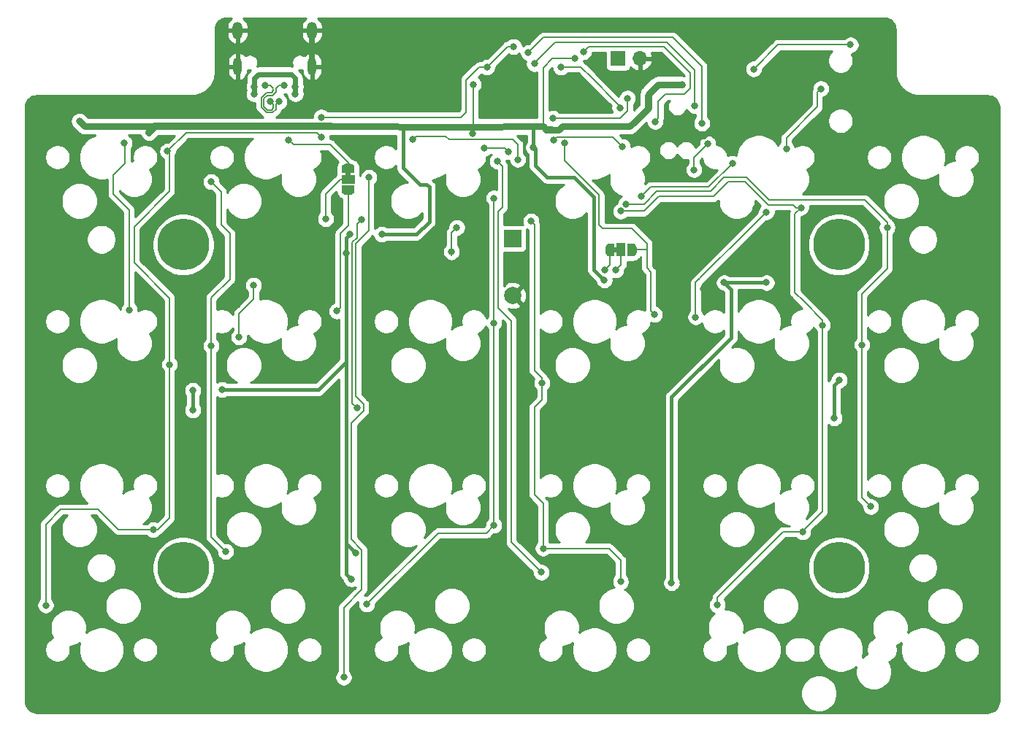
<source format=gbr>
G04 #@! TF.GenerationSoftware,KiCad,Pcbnew,(5.1.2)-2*
G04 #@! TF.CreationDate,2019-10-07T16:48:37+02:00*
G04 #@! TF.ProjectId,vitamins_included,76697461-6d69-46e7-935f-696e636c7564,rev?*
G04 #@! TF.SameCoordinates,Original*
G04 #@! TF.FileFunction,Copper,L1,Top*
G04 #@! TF.FilePolarity,Positive*
%FSLAX46Y46*%
G04 Gerber Fmt 4.6, Leading zero omitted, Abs format (unit mm)*
G04 Created by KiCad (PCBNEW (5.1.2)-2) date 2019-10-07 16:48:37*
%MOMM*%
%LPD*%
G04 APERTURE LIST*
%ADD10C,0.500000*%
%ADD11C,0.100000*%
%ADD12R,1.000000X1.500000*%
%ADD13C,6.000000*%
%ADD14R,1.700000X1.700000*%
%ADD15O,1.700000X1.700000*%
%ADD16O,1.000000X2.100000*%
%ADD17O,1.200000X2.000000*%
%ADD18R,2.000000X2.000000*%
%ADD19C,2.000000*%
%ADD20R,1.500000X1.000000*%
%ADD21C,0.800000*%
%ADD22C,0.609600*%
%ADD23C,0.812800*%
%ADD24C,0.400000*%
%ADD25C,0.200000*%
%ADD26C,0.152400*%
%ADD27C,0.203200*%
%ADD28C,0.800000*%
%ADD29C,0.254000*%
G04 APERTURE END LIST*
D10*
X68450000Y-27600000D03*
D11*
G36*
X69000000Y-27300000D02*
G01*
X69350000Y-27300000D01*
X69350000Y-27900000D01*
X69000000Y-27900000D01*
X69000000Y-28350000D01*
X68450000Y-28350000D01*
X68450000Y-28349398D01*
X68425466Y-28349398D01*
X68376635Y-28344588D01*
X68328510Y-28335016D01*
X68281555Y-28320772D01*
X68236222Y-28301995D01*
X68192949Y-28278864D01*
X68152150Y-28251604D01*
X68114221Y-28220476D01*
X68079524Y-28185779D01*
X68048396Y-28147850D01*
X68021136Y-28107051D01*
X67998005Y-28063778D01*
X67979228Y-28018445D01*
X67964984Y-27971490D01*
X67955412Y-27923365D01*
X67950602Y-27874534D01*
X67950602Y-27850000D01*
X67950000Y-27850000D01*
X67950000Y-27350000D01*
X67950602Y-27350000D01*
X67950602Y-27325466D01*
X67955412Y-27276635D01*
X67964984Y-27228510D01*
X67979228Y-27181555D01*
X67998005Y-27136222D01*
X68021136Y-27092949D01*
X68048396Y-27052150D01*
X68079524Y-27014221D01*
X68114221Y-26979524D01*
X68152150Y-26948396D01*
X68192949Y-26921136D01*
X68236222Y-26898005D01*
X68281555Y-26879228D01*
X68328510Y-26864984D01*
X68376635Y-26855412D01*
X68425466Y-26850602D01*
X68450000Y-26850602D01*
X68450000Y-26850000D01*
X69000000Y-26850000D01*
X69000000Y-27300000D01*
X69000000Y-27300000D01*
G37*
D10*
X71050000Y-27600000D03*
D11*
G36*
X71050000Y-26850602D02*
G01*
X71074534Y-26850602D01*
X71123365Y-26855412D01*
X71171490Y-26864984D01*
X71218445Y-26879228D01*
X71263778Y-26898005D01*
X71307051Y-26921136D01*
X71347850Y-26948396D01*
X71385779Y-26979524D01*
X71420476Y-27014221D01*
X71451604Y-27052150D01*
X71478864Y-27092949D01*
X71501995Y-27136222D01*
X71520772Y-27181555D01*
X71535016Y-27228510D01*
X71544588Y-27276635D01*
X71549398Y-27325466D01*
X71549398Y-27350000D01*
X71550000Y-27350000D01*
X71550000Y-27850000D01*
X71549398Y-27850000D01*
X71549398Y-27874534D01*
X71544588Y-27923365D01*
X71535016Y-27971490D01*
X71520772Y-28018445D01*
X71501995Y-28063778D01*
X71478864Y-28107051D01*
X71451604Y-28147850D01*
X71420476Y-28185779D01*
X71385779Y-28220476D01*
X71347850Y-28251604D01*
X71307051Y-28278864D01*
X71263778Y-28301995D01*
X71218445Y-28320772D01*
X71171490Y-28335016D01*
X71123365Y-28344588D01*
X71074534Y-28349398D01*
X71050000Y-28349398D01*
X71050000Y-28350000D01*
X70500000Y-28350000D01*
X70500000Y-26850000D01*
X71050000Y-26850000D01*
X71050000Y-26850602D01*
X71050000Y-26850602D01*
G37*
D12*
X69750000Y-27600000D03*
D13*
X95000000Y-27000000D03*
X95000000Y-64500000D03*
D14*
X69400000Y-5400000D03*
D15*
X71940000Y-5400000D03*
D13*
X19000000Y-64500000D03*
D16*
X25280000Y-6310000D03*
X33920000Y-6310000D03*
D17*
X25280000Y-2140000D03*
X33920000Y-2140000D03*
D18*
X57176000Y-26296000D03*
D19*
X57176000Y-32896000D03*
D13*
X19000000Y-27000000D03*
D20*
X38100000Y-19400000D03*
D10*
X38100000Y-20700000D03*
D11*
G36*
X38849398Y-20700000D02*
G01*
X38849398Y-20724534D01*
X38844588Y-20773365D01*
X38835016Y-20821490D01*
X38820772Y-20868445D01*
X38801995Y-20913778D01*
X38778864Y-20957051D01*
X38751604Y-20997850D01*
X38720476Y-21035779D01*
X38685779Y-21070476D01*
X38647850Y-21101604D01*
X38607051Y-21128864D01*
X38563778Y-21151995D01*
X38518445Y-21170772D01*
X38471490Y-21185016D01*
X38423365Y-21194588D01*
X38374534Y-21199398D01*
X38350000Y-21199398D01*
X38350000Y-21200000D01*
X37850000Y-21200000D01*
X37850000Y-21199398D01*
X37825466Y-21199398D01*
X37776635Y-21194588D01*
X37728510Y-21185016D01*
X37681555Y-21170772D01*
X37636222Y-21151995D01*
X37592949Y-21128864D01*
X37552150Y-21101604D01*
X37514221Y-21070476D01*
X37479524Y-21035779D01*
X37448396Y-20997850D01*
X37421136Y-20957051D01*
X37398005Y-20913778D01*
X37379228Y-20868445D01*
X37364984Y-20821490D01*
X37355412Y-20773365D01*
X37350602Y-20724534D01*
X37350602Y-20700000D01*
X37350000Y-20700000D01*
X37350000Y-20150000D01*
X38850000Y-20150000D01*
X38850000Y-20700000D01*
X38849398Y-20700000D01*
X38849398Y-20700000D01*
G37*
D10*
X38100000Y-18100000D03*
D11*
G36*
X38400000Y-18650000D02*
G01*
X38400000Y-19000000D01*
X37800000Y-19000000D01*
X37800000Y-18650000D01*
X37350000Y-18650000D01*
X37350000Y-18100000D01*
X37350602Y-18100000D01*
X37350602Y-18075466D01*
X37355412Y-18026635D01*
X37364984Y-17978510D01*
X37379228Y-17931555D01*
X37398005Y-17886222D01*
X37421136Y-17842949D01*
X37448396Y-17802150D01*
X37479524Y-17764221D01*
X37514221Y-17729524D01*
X37552150Y-17698396D01*
X37592949Y-17671136D01*
X37636222Y-17648005D01*
X37681555Y-17629228D01*
X37728510Y-17614984D01*
X37776635Y-17605412D01*
X37825466Y-17600602D01*
X37850000Y-17600602D01*
X37850000Y-17600000D01*
X38350000Y-17600000D01*
X38350000Y-17600602D01*
X38374534Y-17600602D01*
X38423365Y-17605412D01*
X38471490Y-17614984D01*
X38518445Y-17629228D01*
X38563778Y-17648005D01*
X38607051Y-17671136D01*
X38647850Y-17698396D01*
X38685779Y-17729524D01*
X38720476Y-17764221D01*
X38751604Y-17802150D01*
X38778864Y-17842949D01*
X38801995Y-17886222D01*
X38820772Y-17931555D01*
X38835016Y-17978510D01*
X38844588Y-18026635D01*
X38849398Y-18075466D01*
X38849398Y-18100000D01*
X38850000Y-18100000D01*
X38850000Y-18650000D01*
X38400000Y-18650000D01*
X38400000Y-18650000D01*
G37*
D21*
X28800000Y-23800000D03*
X13700000Y-15200000D03*
X28200000Y-20800000D03*
X30100000Y-20400000D03*
X33900000Y-21300000D03*
X68300000Y-23800000D03*
X13600000Y-22000000D03*
X14800000Y-25500000D03*
X14800000Y-28500000D03*
X23000000Y-26100000D03*
X32200000Y-23000000D03*
X14700000Y-21900000D03*
X31118000Y-60586000D03*
X31880000Y-76080000D03*
X95300000Y-51800000D03*
X24400000Y-24000000D03*
X74800000Y-5900000D03*
X5400000Y-26400000D03*
X52800000Y-30200000D03*
X104100000Y-30200000D03*
X39850000Y-7850000D03*
X80400000Y-34100000D03*
X86300000Y-38900000D03*
X13900000Y-77100000D03*
X69900000Y-75900000D03*
X101800000Y-46900000D03*
X42000000Y-44800000D03*
X112600000Y-16500000D03*
X48500000Y-25400000D03*
X52700000Y-42300000D03*
X65300000Y-10500000D03*
X52700000Y-44900000D03*
X69450000Y-32450000D03*
X45500000Y-9100000D03*
X85300000Y-13900000D03*
X1800000Y-16600000D03*
X47600000Y-6900000D03*
X86600000Y-58500000D03*
X71800000Y-8600000D03*
X80900000Y-26800000D03*
X66000000Y-31000000D03*
X30600000Y-30200000D03*
X77600000Y-29500000D03*
X88900000Y-30700000D03*
X83000000Y-28400000D03*
X73800000Y-29500000D03*
X76000000Y-19300000D03*
X82600000Y-57000000D03*
X79300000Y-32100000D03*
X45700000Y-68000000D03*
X20300000Y-17800000D03*
X101500000Y-18100000D03*
X73900000Y-14400000D03*
X105400000Y-46900000D03*
X69900000Y-72900000D03*
X99300000Y-26900000D03*
X82426000Y-77096000D03*
X65700000Y-70700000D03*
X64300000Y-10500000D03*
X20400000Y-10500000D03*
X24000000Y-38500000D03*
X20200000Y-22200000D03*
X112600000Y-42600000D03*
X39600000Y-1600000D03*
X83700000Y-33300000D03*
X61250000Y-24850000D03*
X88800000Y-36000000D03*
X82600000Y-53200000D03*
X45100000Y-76100000D03*
X73800000Y-26400000D03*
X83823000Y-2250000D03*
X88900000Y-53500000D03*
X1200000Y-67400000D03*
X30600000Y-11900000D03*
X25149000Y-76080000D03*
X42100000Y-28200000D03*
X44800000Y-31100000D03*
X82200000Y-13400000D03*
X91200000Y-49100000D03*
X44300000Y-19600000D03*
X40700000Y-17800000D03*
X43300000Y-14700000D03*
X70850000Y-44800000D03*
X40700000Y-14700000D03*
X76800000Y-39750000D03*
X77300000Y-44800000D03*
X85600000Y-44850000D03*
X62050000Y-44850000D03*
X77100000Y-49200000D03*
X27200000Y-27400000D03*
X23000000Y-30400000D03*
X98700000Y-29800000D03*
X27400000Y-11900000D03*
X29300000Y-65800000D03*
X62995000Y-75826000D03*
X57100000Y-68000000D03*
X100206000Y-68206000D03*
X31900000Y-41900000D03*
X85400000Y-26100000D03*
X76900000Y-66250000D03*
X44400000Y-24500000D03*
X77500000Y-26400000D03*
X112800000Y-35800000D03*
X18291000Y-69603000D03*
X7000000Y-67800000D03*
X42100000Y-38200000D03*
X76000000Y-71100000D03*
X105000000Y-21600000D03*
X88300000Y-23400000D03*
X77100000Y-62950000D03*
X112800000Y-60400000D03*
X91500000Y-41000000D03*
X25300000Y-34000000D03*
X57067518Y-11173000D03*
X48900000Y-9100000D03*
X2500000Y-26400000D03*
X74500000Y-22700000D03*
X1200000Y-74000000D03*
X56700000Y-72100000D03*
X96050000Y-44200000D03*
X33100000Y-29000000D03*
X46300000Y-49600000D03*
X85400000Y-22700000D03*
X50041000Y-22359000D03*
X112800000Y-54800000D03*
X18900000Y-10500000D03*
X12400000Y-48900000D03*
X53300000Y-25400000D03*
X69750000Y-35850000D03*
X21900000Y-76100000D03*
X18100000Y-22200000D03*
X112800000Y-21800000D03*
X31500000Y-50300000D03*
X96000000Y-47050000D03*
X84585000Y-70619000D03*
X109100000Y-46900000D03*
X67400000Y-6000000D03*
X67900000Y-49200000D03*
X67100000Y-5000000D03*
X27200000Y-8650000D03*
X54200000Y-6400000D03*
X57300000Y-4000000D03*
X32000000Y-9500000D03*
X35000000Y-12200000D03*
X27200000Y-9500000D03*
X32000000Y-8650000D03*
X39119000Y-45965000D03*
X39650000Y-24100000D03*
X60500000Y-65015000D03*
X55400000Y-17300000D03*
X37595000Y-77207000D03*
X40516000Y-19184000D03*
X62800000Y-6400000D03*
X69600000Y-11100000D03*
X59700000Y-6000000D03*
X78300000Y-10900000D03*
X79100000Y-12900000D03*
X59000000Y-4700000D03*
X73700000Y-12700000D03*
X65400000Y-4600000D03*
X61875000Y-12326000D03*
X85117400Y-6611000D03*
X36800000Y-34700000D03*
X96335500Y-3798000D03*
X73600000Y-35100000D03*
X63200000Y-15200000D03*
X70500000Y-10000000D03*
X86600000Y-23200000D03*
X92900000Y-8900000D03*
X88903000Y-15882000D03*
X78400000Y-35400000D03*
X50700000Y-25000000D03*
X50100000Y-27800000D03*
X35000000Y-14500000D03*
X17171000Y-16136000D03*
X17402000Y-40901000D03*
X15497000Y-60078000D03*
X3051000Y-68841000D03*
X23900000Y-62600000D03*
X22228000Y-38742000D03*
X22228000Y-19692000D03*
X54994000Y-36075000D03*
X54994000Y-21597000D03*
X40262000Y-68714000D03*
X54994000Y-59570000D03*
X60582000Y-43060000D03*
X60709000Y-62237000D03*
X69700000Y-66100000D03*
X59312000Y-24264000D03*
X93094000Y-36329000D03*
X90808000Y-60332000D03*
X80900000Y-68800000D03*
X69700000Y-23100000D03*
X90594000Y-22700000D03*
X98700000Y-57400000D03*
X70300000Y-22300000D03*
X97666000Y-38615000D03*
X100600000Y-25000000D03*
X30100000Y-10400000D03*
X28500000Y-8500000D03*
X30700000Y-8500000D03*
X29100000Y-10400000D03*
X39000000Y-62800000D03*
X52600000Y-8400000D03*
X38300000Y-25800000D03*
X95050000Y-42700000D03*
X81700000Y-31400000D03*
X20100000Y-46200000D03*
X42000000Y-25800000D03*
X37900001Y-28000000D03*
X6960000Y-12658000D03*
X75600000Y-66250000D03*
X23500000Y-43800000D03*
X94450000Y-47100000D03*
X86600000Y-31400000D03*
X20100000Y-43900000D03*
X76850000Y-8400000D03*
X52500000Y-14100000D03*
X64400000Y-5400000D03*
X38500000Y-65800000D03*
X59600000Y-15700000D03*
X15012000Y-13977000D03*
X67800000Y-31100000D03*
X57766581Y-17104801D03*
X45600000Y-14800000D03*
X53900000Y-15800000D03*
X56700000Y-16200000D03*
X79800000Y-15300000D03*
X78200000Y-18300000D03*
X82650000Y-17550000D03*
X72100000Y-21400000D03*
X25450000Y-37700000D03*
X27150000Y-31700000D03*
X69150000Y-29950000D03*
X35500000Y-24000000D03*
X31200000Y-14850000D03*
X12750000Y-34550000D03*
X12150000Y-15200000D03*
X67850000Y-29900000D03*
X69900000Y-15600000D03*
X61900000Y-14900000D03*
D22*
X33830000Y-6220000D02*
X33920000Y-6310000D01*
D23*
X81029000Y-3436000D02*
X82637000Y-3436000D01*
D24*
X15728315Y-71600000D02*
X11400000Y-71600000D01*
X10200000Y-71000000D02*
X7000000Y-67800000D01*
D22*
X80267000Y-13533000D02*
X80267000Y-11283000D01*
D23*
X80267000Y-4198000D02*
X80267000Y-11283000D01*
D24*
X29300000Y-65800000D02*
X28700000Y-66400000D01*
X10800000Y-71000000D02*
X10200000Y-71000000D01*
X28700000Y-66400000D02*
X28500000Y-66400000D01*
D22*
X73900000Y-14400000D02*
X79400000Y-14400000D01*
D24*
X17725315Y-69603000D02*
X15728315Y-71600000D01*
D23*
X80267000Y-4198000D02*
X81029000Y-3436000D01*
D24*
X25100000Y-66400000D02*
X21897000Y-69603000D01*
D22*
X33830000Y-2140000D02*
X33830000Y-6220000D01*
D24*
X18291000Y-69603000D02*
X17725315Y-69603000D01*
X11400000Y-71600000D02*
X10800000Y-71000000D01*
D23*
X82637000Y-3436000D02*
X83823000Y-2250000D01*
D24*
X28500000Y-66400000D02*
X25100000Y-66400000D01*
D22*
X79400000Y-14400000D02*
X80267000Y-13533000D01*
D24*
X96000000Y-46484315D02*
X96000000Y-44300000D01*
X76900000Y-63150000D02*
X77100000Y-62950000D01*
X96000000Y-44300000D02*
X96100000Y-44200000D01*
X76900000Y-66250000D02*
X76900000Y-65684315D01*
X96000000Y-47050000D02*
X96000000Y-46484315D01*
X76900000Y-65684315D02*
X76900000Y-63150000D01*
X21897000Y-69603000D02*
X18291000Y-69603000D01*
D25*
X51200000Y-12200000D02*
X35000000Y-12200000D01*
X54200000Y-6400000D02*
X53300000Y-6400000D01*
X51800000Y-11600000D02*
X51200000Y-12200000D01*
X53300000Y-6400000D02*
X51800000Y-7900000D01*
X51800000Y-7900000D02*
X51800000Y-11600000D01*
D22*
X32000000Y-7700000D02*
X32000000Y-8400000D01*
D25*
X57300000Y-4000000D02*
X56600000Y-4000000D01*
D22*
X27700000Y-7200000D02*
X31500000Y-7200000D01*
X27200000Y-7700000D02*
X27700000Y-7200000D01*
X31500000Y-7200000D02*
X32000000Y-7700000D01*
D25*
X56600000Y-4000000D02*
X54200000Y-6400000D01*
D22*
X27200000Y-7700000D02*
X27200000Y-8400000D01*
X32000000Y-8400000D02*
X32000000Y-9250000D01*
X27200000Y-8400000D02*
X27200000Y-9250000D01*
D26*
X38600000Y-26700000D02*
X38600000Y-45446000D01*
X38600000Y-45446000D02*
X39119000Y-45965000D01*
X39650000Y-24100000D02*
X39119000Y-24631000D01*
X39119000Y-26181000D02*
X38600000Y-26700000D01*
X39119000Y-24631000D02*
X39119000Y-26181000D01*
X57026000Y-61541000D02*
X60500000Y-65015000D01*
X55400000Y-17300000D02*
X56010000Y-17910000D01*
X56010000Y-22613000D02*
X56010000Y-18100000D01*
X57026000Y-35821000D02*
X55502000Y-34297000D01*
X57026000Y-61348000D02*
X57026000Y-59500000D01*
X57026000Y-59500000D02*
X57026000Y-35821000D01*
X57026000Y-59500000D02*
X57026000Y-61541000D01*
X55502000Y-23121000D02*
X56010000Y-22613000D01*
X55502000Y-34297000D02*
X55502000Y-23121000D01*
X56010000Y-17910000D02*
X56010000Y-18100000D01*
X40516000Y-25384000D02*
X40516000Y-24484000D01*
X39700000Y-66990000D02*
X39700000Y-62400000D01*
X39900000Y-45500000D02*
X39000000Y-44600000D01*
X38500000Y-47700000D02*
X39900000Y-46300000D01*
X39900000Y-46300000D02*
X39900000Y-45500000D01*
X37595000Y-69095000D02*
X39700000Y-66990000D01*
X39700000Y-62400000D02*
X38500000Y-61200000D01*
X37595000Y-77207000D02*
X37595000Y-69095000D01*
X39000000Y-44600000D02*
X39000000Y-26900000D01*
X39000000Y-26900000D02*
X40516000Y-25384000D01*
X40516000Y-19749685D02*
X40516000Y-24484000D01*
X38500000Y-61200000D02*
X38500000Y-47700000D01*
X40516000Y-19184000D02*
X40516000Y-19749685D01*
D25*
X62825000Y-6375000D02*
X62800000Y-6400000D01*
X65075000Y-6375000D02*
X62825000Y-6375000D01*
D26*
X66400000Y-7700000D02*
X69200000Y-10500000D01*
X65075000Y-6375000D02*
X66400000Y-7700000D01*
X69200000Y-10500000D02*
X69500000Y-10800000D01*
X75087589Y-3537589D02*
X78300000Y-6750000D01*
X62062411Y-3537589D02*
X59800000Y-5800000D01*
X78300000Y-6750000D02*
X78300000Y-9300000D01*
X78300000Y-9300000D02*
X78300000Y-10900000D01*
X69177500Y-3537589D02*
X69091000Y-3537589D01*
X69091000Y-3537589D02*
X75087589Y-3537589D01*
X69091000Y-3537589D02*
X62062411Y-3537589D01*
X61811500Y-2928000D02*
X60772000Y-2928000D01*
X75695000Y-2928000D02*
X79000000Y-6233000D01*
X79100000Y-6333000D02*
X79000000Y-6233000D01*
X79100000Y-6500000D02*
X79100000Y-12900000D01*
X61811500Y-2928000D02*
X70361000Y-2928000D01*
X70361000Y-2928000D02*
X75695000Y-2928000D01*
X60772000Y-2928000D02*
X59000000Y-4700000D01*
X70361000Y-2928000D02*
X73051000Y-2928000D01*
X79100000Y-6381000D02*
X79100000Y-6500000D01*
X79100000Y-6500000D02*
X79100000Y-6333000D01*
X77800000Y-8850000D02*
X77100000Y-9550000D01*
X74700000Y-4000000D02*
X77800000Y-7100000D01*
X77100000Y-9550000D02*
X74900000Y-9550000D01*
X66000000Y-4000000D02*
X66200000Y-4000000D01*
X74050000Y-10400000D02*
X74050000Y-12350000D01*
X77800000Y-7100000D02*
X77800000Y-8850000D01*
X74050000Y-12350000D02*
X73700000Y-12700000D01*
X65400000Y-4600000D02*
X66000000Y-4000000D01*
X66200000Y-4000000D02*
X74700000Y-4000000D01*
X74900000Y-9550000D02*
X74050000Y-10400000D01*
X70500000Y-11500000D02*
X70500000Y-10000000D01*
X71000000Y-25100000D02*
X72250000Y-26350000D01*
X95769815Y-3798000D02*
X96335500Y-3798000D01*
X73200001Y-30150001D02*
X72750000Y-29700000D01*
X73200001Y-34700001D02*
X73200001Y-30150001D01*
X63200000Y-17100000D02*
X63200000Y-15200000D01*
X73600000Y-35100000D02*
X73200001Y-34700001D01*
X37199999Y-34300001D02*
X37199999Y-25700001D01*
X36800000Y-34700000D02*
X37199999Y-34300001D01*
X38100000Y-24800000D02*
X38100000Y-24100000D01*
X38100000Y-24100000D02*
X38100000Y-20700000D01*
D27*
X87930400Y-3798000D02*
X85117400Y-6611000D01*
D26*
X67700000Y-25100000D02*
X71000000Y-25100000D01*
X67200000Y-24700000D02*
X67200000Y-21230000D01*
X67700000Y-25100000D02*
X67600000Y-25100000D01*
X72750000Y-26850000D02*
X72250000Y-26350000D01*
X65300000Y-19330000D02*
X63200000Y-17230000D01*
X37199999Y-25700001D02*
X38100000Y-24800000D01*
X63200000Y-17230000D02*
X63200000Y-17100000D01*
X72750000Y-27550000D02*
X72750000Y-26850000D01*
X72750000Y-29700000D02*
X72750000Y-27550000D01*
X69674000Y-12326000D02*
X70500000Y-11500000D01*
X67200000Y-21230000D02*
X65300000Y-19330000D01*
X71050000Y-27600000D02*
X72700000Y-27600000D01*
X61875000Y-12326000D02*
X69674000Y-12326000D01*
X72700000Y-27600000D02*
X72750000Y-27550000D01*
D27*
X96335500Y-3798000D02*
X87930400Y-3798000D01*
D26*
X67600000Y-25100000D02*
X67200000Y-24700000D01*
X84700000Y-25100000D02*
X84600000Y-25200000D01*
X88903000Y-14597000D02*
X92500000Y-11000000D01*
X88903000Y-15882000D02*
X88903000Y-14597000D01*
X78400000Y-32200000D02*
X78400000Y-31400000D01*
X86600000Y-23200000D02*
X84700000Y-25100000D01*
X78400000Y-31400000D02*
X78900000Y-30900000D01*
X86550000Y-23250000D02*
X86600000Y-23200000D01*
X92500000Y-11000000D02*
X92500000Y-9300000D01*
X78400000Y-35400000D02*
X78400000Y-32200000D01*
X78900000Y-30900000D02*
X84700000Y-25100000D01*
X92500000Y-9300000D02*
X92900000Y-8900000D01*
X78800000Y-31000000D02*
X78900000Y-30900000D01*
X50700000Y-25000000D02*
X50100000Y-25600000D01*
X50100000Y-25600000D02*
X50100000Y-28200000D01*
X13300000Y-24902000D02*
X17402000Y-20800000D01*
X17402000Y-16367000D02*
X17171000Y-16136000D01*
X19307000Y-14000000D02*
X17171000Y-16136000D01*
X17402000Y-33202000D02*
X13300000Y-29100000D01*
X19500000Y-14000000D02*
X34500000Y-14000000D01*
X12000000Y-60078000D02*
X16005000Y-60078000D01*
X3051000Y-68841000D02*
X3051000Y-59449000D01*
X11814000Y-60078000D02*
X15497000Y-60078000D01*
X3051000Y-59449000D02*
X4800000Y-57700000D01*
X13300000Y-29100000D02*
X13300000Y-24902000D01*
X17402000Y-40901000D02*
X17402000Y-33202000D01*
X11500000Y-60078000D02*
X12000000Y-60078000D01*
X34500000Y-14000000D02*
X35000000Y-14500000D01*
X11814000Y-60078000D02*
X12000000Y-60078000D01*
X4800000Y-57700000D02*
X9122000Y-57700000D01*
X19500000Y-14000000D02*
X19307000Y-14000000D01*
X17402000Y-58681000D02*
X17402000Y-40901000D01*
X17402000Y-20800000D02*
X17402000Y-16367000D01*
X16005000Y-60078000D02*
X17402000Y-58681000D01*
X9122000Y-57700000D02*
X11500000Y-60078000D01*
X23400000Y-24700000D02*
X23400000Y-20864000D01*
X23400000Y-24700000D02*
X24400000Y-25700000D01*
X24400000Y-25700000D02*
X24400000Y-31000000D01*
X22228000Y-60928000D02*
X22228000Y-60600000D01*
X23900000Y-62600000D02*
X22228000Y-60928000D01*
X23400000Y-20864000D02*
X22228000Y-19692000D01*
X22228000Y-33172000D02*
X22228000Y-38742000D01*
X24400000Y-31000000D02*
X22228000Y-33172000D01*
X22228000Y-38742000D02*
X22228000Y-60600000D01*
X48517000Y-60459000D02*
X54105000Y-60459000D01*
X54994000Y-21597000D02*
X54994000Y-36075000D01*
X54105000Y-60459000D02*
X54994000Y-59570000D01*
X54994000Y-36075000D02*
X54994000Y-36640685D01*
X40262000Y-68714000D02*
X48517000Y-60459000D01*
X54994000Y-36640685D02*
X54994000Y-59570000D01*
X69700000Y-63608000D02*
X69692000Y-63600000D01*
X69700000Y-66100000D02*
X69700000Y-63608000D01*
X60709000Y-57030000D02*
X59693000Y-56014000D01*
X60582000Y-42494315D02*
X59693000Y-41605315D01*
X59693000Y-56014000D02*
X59693000Y-45854000D01*
X68329000Y-62237000D02*
X60709000Y-62237000D01*
X60709000Y-62237000D02*
X60709000Y-57030000D01*
X60582000Y-44965000D02*
X60582000Y-43060000D01*
X59693000Y-45854000D02*
X60582000Y-44965000D01*
X59693000Y-24645000D02*
X59312000Y-24264000D01*
X69692000Y-63600000D02*
X68329000Y-62237000D01*
X60582000Y-43060000D02*
X60582000Y-42494315D01*
X59693000Y-41605315D02*
X59693000Y-24645000D01*
X88522000Y-60332000D02*
X88649000Y-60332000D01*
X90681000Y-60332000D02*
X93094000Y-57919000D01*
X90594000Y-22700000D02*
X89900000Y-23394000D01*
X89900000Y-25100000D02*
X89900000Y-28900000D01*
X93094000Y-57919000D02*
X93094000Y-36329000D01*
X88649000Y-60332000D02*
X90808000Y-60332000D01*
X89900000Y-23900000D02*
X89900000Y-25100000D01*
X89900000Y-23394000D02*
X89900000Y-25100000D01*
X84100000Y-19700000D02*
X82200000Y-19700000D01*
X74100000Y-21400000D02*
X72400000Y-23100000D01*
X89900000Y-28900000D02*
X89900000Y-29217000D01*
X72400000Y-23100000D02*
X71800000Y-23100000D01*
X81054000Y-67800000D02*
X80900000Y-67954000D01*
X93094000Y-35763315D02*
X90935000Y-33604315D01*
X88649000Y-60332000D02*
X90681000Y-60332000D01*
X71800000Y-23100000D02*
X69800000Y-23100000D01*
X89900000Y-28900000D02*
X89900000Y-32569315D01*
X80900000Y-67954000D02*
X80900000Y-68800000D01*
X89900000Y-32569315D02*
X90935000Y-33604315D01*
X93094000Y-36329000D02*
X93094000Y-35763315D01*
X82200000Y-19700000D02*
X80500000Y-21400000D01*
X69665685Y-23100000D02*
X69800000Y-23100000D01*
X89728315Y-22400000D02*
X86800000Y-22400000D01*
X80500000Y-21400000D02*
X74100000Y-21400000D01*
X86800000Y-22400000D02*
X84100000Y-19700000D01*
X81054000Y-67800000D02*
X88522000Y-60332000D01*
X90594000Y-22700000D02*
X90028315Y-22700000D01*
X90028315Y-22700000D02*
X89728315Y-22400000D01*
X100600000Y-29800000D02*
X100600000Y-25000000D01*
X70300000Y-22300000D02*
X72400000Y-22300000D01*
X100600000Y-24434315D02*
X97965685Y-21800000D01*
X97666000Y-32734000D02*
X100600000Y-29800000D01*
X80100000Y-20800000D02*
X81700000Y-19200000D01*
X97666000Y-33300000D02*
X97666000Y-32734000D01*
X73900000Y-20800000D02*
X72400000Y-22300000D01*
X85200000Y-20100000D02*
X85100000Y-20000000D01*
X86900000Y-21800000D02*
X85200000Y-20100000D01*
X97666000Y-56366000D02*
X98700000Y-57400000D01*
X97965685Y-21800000D02*
X86900000Y-21800000D01*
X97666000Y-38615000D02*
X97666000Y-33300000D01*
X97666000Y-38615000D02*
X97666000Y-39180685D01*
X97666000Y-39180685D02*
X97666000Y-56300000D01*
X100600000Y-25000000D02*
X100600000Y-24434315D01*
X97666000Y-56300000D02*
X97666000Y-56366000D01*
X84300000Y-19200000D02*
X85200000Y-20100000D01*
X81700000Y-19200000D02*
X84300000Y-19200000D01*
X80100000Y-20800000D02*
X73900000Y-20800000D01*
X28047600Y-9936872D02*
X28636872Y-9347600D01*
X29236872Y-9347600D02*
X29447600Y-9136872D01*
X29752400Y-11263128D02*
X29363128Y-11652400D01*
X30100000Y-10400000D02*
X29752400Y-10747600D01*
X28047600Y-11063128D02*
X28047600Y-9936872D01*
X29363128Y-11652400D02*
X28636872Y-11652400D01*
X28636872Y-11652400D02*
X28047600Y-11063128D01*
X29065685Y-8500000D02*
X29447600Y-8881915D01*
X28636872Y-9347600D02*
X29236872Y-9347600D01*
X29447600Y-9136872D02*
X29447600Y-8900000D01*
X28500000Y-8500000D02*
X29065685Y-8500000D01*
X29752400Y-10747600D02*
X29752400Y-11263128D01*
X29100000Y-10400000D02*
X29447600Y-10747600D01*
X29752400Y-9263128D02*
X29752400Y-8900000D01*
X30134315Y-8500000D02*
X29752400Y-8881915D01*
X29447600Y-11136872D02*
X29236872Y-11347600D01*
X28352400Y-10063128D02*
X28763128Y-9652400D01*
X29236872Y-11347600D02*
X28763128Y-11347600D01*
X28763128Y-11347600D02*
X28352400Y-10936872D01*
X29447600Y-10747600D02*
X29447600Y-11136872D01*
X30700000Y-8500000D02*
X30134315Y-8500000D01*
X28352400Y-10936872D02*
X28352400Y-10063128D01*
X28763128Y-9652400D02*
X29363128Y-9652400D01*
X29363128Y-9652400D02*
X29752400Y-9263128D01*
D25*
X60727641Y-6472359D02*
X61800000Y-5400000D01*
D24*
X75600000Y-44700000D02*
X82500000Y-37800000D01*
X66600000Y-28000000D02*
X66600000Y-29900000D01*
X82500000Y-32200000D02*
X81700000Y-31400000D01*
X66600000Y-29900000D02*
X67800000Y-31100000D01*
X75600000Y-66250000D02*
X75600000Y-44700000D01*
X82500000Y-37800000D02*
X82500000Y-32200000D01*
X66600000Y-28000000D02*
X66600000Y-21500000D01*
D25*
X52600000Y-8400000D02*
X52600000Y-13200000D01*
D24*
X66600000Y-21500000D02*
X64300000Y-19200000D01*
D28*
X62527640Y-13672360D02*
X62927639Y-13272361D01*
X70778639Y-13272361D02*
X71325500Y-12725500D01*
D23*
X15716639Y-13272361D02*
X15012000Y-13977000D01*
D28*
X15716639Y-13272361D02*
X7574361Y-13272361D01*
D24*
X59600000Y-13300000D02*
X59572361Y-13272361D01*
X61200000Y-19200000D02*
X59800000Y-17800000D01*
D28*
X35527639Y-13272361D02*
X52500000Y-13300000D01*
D25*
X52500000Y-14100000D02*
X52500000Y-13300000D01*
D23*
X35527639Y-13272361D02*
X15716639Y-13272361D01*
D24*
X64300000Y-19200000D02*
X61200000Y-19200000D01*
D23*
X36100000Y-13272361D02*
X35527639Y-13272361D01*
D28*
X60727641Y-13272361D02*
X61127640Y-13672360D01*
X62927639Y-13272361D02*
X70778639Y-13272361D01*
X7574361Y-13272361D02*
X6960000Y-12658000D01*
D25*
X52600000Y-13200000D02*
X52500000Y-13300000D01*
D24*
X59600000Y-15700000D02*
X59600000Y-13300000D01*
D23*
X61127640Y-13672360D02*
X61700000Y-13672360D01*
D24*
X59800000Y-15900000D02*
X59600000Y-15700000D01*
D28*
X52500000Y-13300000D02*
X59572361Y-13272361D01*
D25*
X60727641Y-13272361D02*
X60727641Y-6472359D01*
D24*
X59800000Y-17800000D02*
X59800000Y-15900000D01*
D28*
X59572361Y-13272361D02*
X60727641Y-13272361D01*
D25*
X61800000Y-5400000D02*
X62700000Y-5400000D01*
X62700000Y-5400000D02*
X64400000Y-5400000D01*
D28*
X72901000Y-11150000D02*
X71325500Y-12725500D01*
X61700000Y-13672360D02*
X62527640Y-13672360D01*
X75800000Y-8400000D02*
X76850000Y-8400000D01*
X74000000Y-8400000D02*
X75800000Y-8400000D01*
D24*
X94450000Y-47100000D02*
X94450000Y-44100000D01*
X86600000Y-31400000D02*
X81700000Y-31400000D01*
X37900001Y-28000000D02*
X37900001Y-26199999D01*
X23500000Y-43800000D02*
X34700000Y-43800000D01*
X34700000Y-43800000D02*
X37900001Y-40599999D01*
X37900000Y-65200000D02*
X38500000Y-65800000D01*
X39000000Y-62800000D02*
X37900000Y-61700000D01*
X37900001Y-40599999D02*
X37900001Y-28000000D01*
X94450000Y-43300000D02*
X94450000Y-44100000D01*
X20100000Y-46200000D02*
X20100000Y-45634315D01*
X20100000Y-45634315D02*
X20100000Y-43900000D01*
X95050000Y-42700000D02*
X94450000Y-43300000D01*
D28*
X72901000Y-10167000D02*
X72901000Y-9499000D01*
D24*
X37900000Y-61700000D02*
X37900000Y-65200000D01*
X37900000Y-61700000D02*
X37900001Y-26199999D01*
D27*
X61621000Y-13751360D02*
X61700000Y-13672360D01*
D28*
X72901000Y-9499000D02*
X74000000Y-8400000D01*
D26*
X52500000Y-14100000D02*
X52500000Y-13872360D01*
D24*
X47500000Y-20300000D02*
X47500000Y-24300000D01*
X46000000Y-25800000D02*
X42000000Y-25800000D01*
D27*
X72600000Y-9786000D02*
X72901000Y-9786000D01*
D23*
X72901000Y-11150000D02*
X72901000Y-10450000D01*
D24*
X44500000Y-18100000D02*
X46400000Y-20000000D01*
X47200000Y-20000000D02*
X47500000Y-20300000D01*
D23*
X72901000Y-10450000D02*
X72901000Y-9786000D01*
D24*
X46400000Y-20000000D02*
X47200000Y-20000000D01*
X47500000Y-24300000D02*
X46000000Y-25800000D01*
X44500000Y-13672360D02*
X44500000Y-18100000D01*
X37900001Y-26199999D02*
X38300000Y-25800000D01*
D26*
X49800000Y-14800000D02*
X57200000Y-14800000D01*
X57200000Y-14800000D02*
X57766581Y-15366581D01*
X57766581Y-16539116D02*
X57766581Y-17104801D01*
X45600000Y-14800000D02*
X46000000Y-14400000D01*
X46000000Y-14400000D02*
X49400000Y-14400000D01*
X57766581Y-15366581D02*
X57766581Y-16539116D01*
X49400000Y-14400000D02*
X49800000Y-14800000D01*
X54100000Y-15600000D02*
X53900000Y-15800000D01*
X56300001Y-15800001D02*
X54465685Y-15800000D01*
X54465685Y-15800000D02*
X53900000Y-15800000D01*
X56700000Y-16200000D02*
X56300001Y-15800001D01*
X78200000Y-17050000D02*
X78200000Y-18300000D01*
X78200000Y-16900000D02*
X78200000Y-17050000D01*
X79800000Y-15300000D02*
X78200000Y-16900000D01*
X73200000Y-20300000D02*
X72100000Y-21400000D01*
X82650000Y-17550000D02*
X79900000Y-20300000D01*
X82600000Y-17600000D02*
X82650000Y-17550000D01*
X79900000Y-20300000D02*
X73200000Y-20300000D01*
X27150000Y-31700000D02*
X27150000Y-32265685D01*
X25450000Y-35000000D02*
X25450000Y-37700000D01*
X27150000Y-32265685D02*
X27150000Y-33300000D01*
X27150000Y-33300000D02*
X25450000Y-35000000D01*
X69750000Y-29350000D02*
X69150000Y-29950000D01*
X69750000Y-27600000D02*
X69750000Y-29350000D01*
X37197600Y-19400000D02*
X35500000Y-21097600D01*
X38100000Y-19400000D02*
X37197600Y-19400000D01*
X35500000Y-21097600D02*
X35500000Y-24000000D01*
X31750000Y-15400000D02*
X31200000Y-14850000D01*
X36000000Y-15400000D02*
X31750000Y-15400000D01*
X38100000Y-18100000D02*
X38100000Y-17500000D01*
X38100000Y-17500000D02*
X36000000Y-15400000D01*
X12250000Y-17600000D02*
X12250000Y-15300000D01*
X12750000Y-34550000D02*
X12750000Y-33984315D01*
X12700000Y-22950000D02*
X10900000Y-21150000D01*
X10900000Y-21150000D02*
X10900000Y-18950000D01*
X12250000Y-15300000D02*
X12150000Y-15200000D01*
D25*
X68450000Y-27600000D02*
X68450000Y-29300000D01*
D26*
X12750000Y-33984315D02*
X12700000Y-33934315D01*
X10900000Y-18950000D02*
X12250000Y-17600000D01*
X12700000Y-33934315D02*
X12700000Y-22950000D01*
D25*
X68450000Y-29300000D02*
X67850000Y-29900000D01*
D26*
X69900000Y-15600000D02*
X69000000Y-14700000D01*
X68800000Y-14500000D02*
X69000000Y-14700000D01*
X61900000Y-14900000D02*
X62300000Y-14500000D01*
X62300000Y-14500000D02*
X68800000Y-14500000D01*
D29*
G36*
X24496526Y-776922D02*
G01*
X24323693Y-948275D01*
X24187610Y-1150054D01*
X24093507Y-1374504D01*
X24045000Y-1613000D01*
X24045000Y-2013000D01*
X25153000Y-2013000D01*
X25153000Y-1993000D01*
X25407000Y-1993000D01*
X25407000Y-2013000D01*
X26515000Y-2013000D01*
X26515000Y-1613000D01*
X26466493Y-1374504D01*
X26372390Y-1150054D01*
X26236307Y-948275D01*
X26063474Y-776922D01*
X25962380Y-710000D01*
X33237620Y-710000D01*
X33136526Y-776922D01*
X32963693Y-948275D01*
X32827610Y-1150054D01*
X32733507Y-1374504D01*
X32685000Y-1613000D01*
X32685000Y-2013000D01*
X33793000Y-2013000D01*
X33793000Y-1993000D01*
X34047000Y-1993000D01*
X34047000Y-2013000D01*
X35155000Y-2013000D01*
X35155000Y-1613000D01*
X35106493Y-1374504D01*
X35012390Y-1150054D01*
X34876307Y-948275D01*
X34703474Y-776922D01*
X34602380Y-710000D01*
X100215279Y-710000D01*
X100499899Y-737907D01*
X100740285Y-810484D01*
X100961991Y-928368D01*
X101156577Y-1087068D01*
X101316635Y-1280545D01*
X101436064Y-1501424D01*
X101510317Y-1741297D01*
X101540001Y-2023726D01*
X101540000Y-7034876D01*
X101543057Y-7065920D01*
X101542971Y-7078313D01*
X101543939Y-7088179D01*
X101584739Y-7476371D01*
X101597677Y-7539396D01*
X101609737Y-7602618D01*
X101612602Y-7612109D01*
X101728026Y-7984983D01*
X101752960Y-8044299D01*
X101777069Y-8103971D01*
X101781723Y-8112724D01*
X101967374Y-8456079D01*
X102003356Y-8509424D01*
X102038596Y-8563276D01*
X102044861Y-8570958D01*
X102293668Y-8871713D01*
X102339323Y-8917050D01*
X102384353Y-8963033D01*
X102391991Y-8969351D01*
X102694476Y-9216052D01*
X102748041Y-9251640D01*
X102801171Y-9288020D01*
X102809891Y-9292734D01*
X103154533Y-9475984D01*
X103213995Y-9500492D01*
X103273177Y-9525858D01*
X103282647Y-9528789D01*
X103656318Y-9641607D01*
X103719456Y-9654108D01*
X103782388Y-9667485D01*
X103792247Y-9668521D01*
X104179984Y-9706539D01*
X104215123Y-9710000D01*
X112215279Y-9710000D01*
X112499899Y-9737907D01*
X112740285Y-9810484D01*
X112961991Y-9928368D01*
X113156577Y-10087068D01*
X113316635Y-10280545D01*
X113436064Y-10501424D01*
X113510317Y-10741297D01*
X113540000Y-11023716D01*
X113540001Y-79965269D01*
X113512093Y-80249899D01*
X113439517Y-80490282D01*
X113321633Y-80711989D01*
X113162929Y-80906580D01*
X112969455Y-81066635D01*
X112748576Y-81186064D01*
X112508701Y-81260317D01*
X112226291Y-81290000D01*
X2034721Y-81290000D01*
X1750101Y-81262093D01*
X1509718Y-81189517D01*
X1288011Y-81071633D01*
X1093420Y-80912929D01*
X933365Y-80719455D01*
X813936Y-80498576D01*
X739683Y-80258701D01*
X710000Y-79976291D01*
X710000Y-78869721D01*
X90550000Y-78869721D01*
X90550000Y-79290279D01*
X90632047Y-79702756D01*
X90792988Y-80091302D01*
X91026637Y-80440983D01*
X91324017Y-80738363D01*
X91673698Y-80972012D01*
X92062244Y-81132953D01*
X92474721Y-81215000D01*
X92895279Y-81215000D01*
X93307756Y-81132953D01*
X93696302Y-80972012D01*
X94045983Y-80738363D01*
X94343363Y-80440983D01*
X94577012Y-80091302D01*
X94737953Y-79702756D01*
X94820000Y-79290279D01*
X94820000Y-78869721D01*
X94737953Y-78457244D01*
X94577012Y-78068698D01*
X94343363Y-77719017D01*
X94045983Y-77421637D01*
X93696302Y-77187988D01*
X93307756Y-77027047D01*
X92895279Y-76945000D01*
X92474721Y-76945000D01*
X92062244Y-77027047D01*
X91673698Y-77187988D01*
X91324017Y-77421637D01*
X91026637Y-77719017D01*
X90792988Y-78068698D01*
X90632047Y-78457244D01*
X90550000Y-78869721D01*
X710000Y-78869721D01*
X710000Y-73853740D01*
X2935000Y-73853740D01*
X2935000Y-74146260D01*
X2992068Y-74433158D01*
X3104010Y-74703411D01*
X3266525Y-74946632D01*
X3473368Y-75153475D01*
X3716589Y-75315990D01*
X3986842Y-75427932D01*
X4273740Y-75485000D01*
X4566260Y-75485000D01*
X4853158Y-75427932D01*
X5123411Y-75315990D01*
X5366632Y-75153475D01*
X5573475Y-74946632D01*
X5735990Y-74703411D01*
X5847932Y-74433158D01*
X5905000Y-74146260D01*
X5905000Y-73853740D01*
X5853533Y-73595000D01*
X5900279Y-73595000D01*
X6312756Y-73512953D01*
X6701302Y-73352012D01*
X6998578Y-73153379D01*
X6966261Y-73231399D01*
X6865000Y-73740475D01*
X6865000Y-74259525D01*
X6966261Y-74768601D01*
X7164893Y-75248141D01*
X7453262Y-75679715D01*
X7820285Y-76046738D01*
X8251859Y-76335107D01*
X8731399Y-76533739D01*
X9240475Y-76635000D01*
X9759525Y-76635000D01*
X10268601Y-76533739D01*
X10748141Y-76335107D01*
X11179715Y-76046738D01*
X11546738Y-75679715D01*
X11835107Y-75248141D01*
X12033739Y-74768601D01*
X12135000Y-74259525D01*
X12135000Y-73853740D01*
X13095000Y-73853740D01*
X13095000Y-74146260D01*
X13152068Y-74433158D01*
X13264010Y-74703411D01*
X13426525Y-74946632D01*
X13633368Y-75153475D01*
X13876589Y-75315990D01*
X14146842Y-75427932D01*
X14433740Y-75485000D01*
X14726260Y-75485000D01*
X15013158Y-75427932D01*
X15283411Y-75315990D01*
X15526632Y-75153475D01*
X15733475Y-74946632D01*
X15895990Y-74703411D01*
X16007932Y-74433158D01*
X16065000Y-74146260D01*
X16065000Y-73853740D01*
X21985000Y-73853740D01*
X21985000Y-74146260D01*
X22042068Y-74433158D01*
X22154010Y-74703411D01*
X22316525Y-74946632D01*
X22523368Y-75153475D01*
X22766589Y-75315990D01*
X23036842Y-75427932D01*
X23323740Y-75485000D01*
X23616260Y-75485000D01*
X23903158Y-75427932D01*
X24173411Y-75315990D01*
X24416632Y-75153475D01*
X24623475Y-74946632D01*
X24785990Y-74703411D01*
X24897932Y-74433158D01*
X24955000Y-74146260D01*
X24955000Y-73853740D01*
X24903533Y-73595000D01*
X24950279Y-73595000D01*
X25362756Y-73512953D01*
X25751302Y-73352012D01*
X26048578Y-73153379D01*
X26016261Y-73231399D01*
X25915000Y-73740475D01*
X25915000Y-74259525D01*
X26016261Y-74768601D01*
X26214893Y-75248141D01*
X26503262Y-75679715D01*
X26870285Y-76046738D01*
X27301859Y-76335107D01*
X27781399Y-76533739D01*
X28290475Y-76635000D01*
X28809525Y-76635000D01*
X29318601Y-76533739D01*
X29798141Y-76335107D01*
X30229715Y-76046738D01*
X30596738Y-75679715D01*
X30885107Y-75248141D01*
X31083739Y-74768601D01*
X31185000Y-74259525D01*
X31185000Y-73853740D01*
X32145000Y-73853740D01*
X32145000Y-74146260D01*
X32202068Y-74433158D01*
X32314010Y-74703411D01*
X32476525Y-74946632D01*
X32683368Y-75153475D01*
X32926589Y-75315990D01*
X33196842Y-75427932D01*
X33483740Y-75485000D01*
X33776260Y-75485000D01*
X34063158Y-75427932D01*
X34333411Y-75315990D01*
X34576632Y-75153475D01*
X34783475Y-74946632D01*
X34945990Y-74703411D01*
X35057932Y-74433158D01*
X35115000Y-74146260D01*
X35115000Y-73853740D01*
X35057932Y-73566842D01*
X34945990Y-73296589D01*
X34783475Y-73053368D01*
X34576632Y-72846525D01*
X34333411Y-72684010D01*
X34063158Y-72572068D01*
X33776260Y-72515000D01*
X33483740Y-72515000D01*
X33196842Y-72572068D01*
X32926589Y-72684010D01*
X32683368Y-72846525D01*
X32476525Y-73053368D01*
X32314010Y-73296589D01*
X32202068Y-73566842D01*
X32145000Y-73853740D01*
X31185000Y-73853740D01*
X31185000Y-73740475D01*
X31083739Y-73231399D01*
X30885107Y-72751859D01*
X30596738Y-72320285D01*
X30229715Y-71953262D01*
X29798141Y-71664893D01*
X29318601Y-71466261D01*
X28809525Y-71365000D01*
X28290475Y-71365000D01*
X27781399Y-71466261D01*
X27301859Y-71664893D01*
X26870285Y-71953262D01*
X26805905Y-72017642D01*
X26875000Y-71670279D01*
X26875000Y-71249721D01*
X26792953Y-70837244D01*
X26632012Y-70448698D01*
X26398363Y-70099017D01*
X26100983Y-69801637D01*
X25751302Y-69567988D01*
X25362756Y-69407047D01*
X24950279Y-69325000D01*
X24529721Y-69325000D01*
X24117244Y-69407047D01*
X23728698Y-69567988D01*
X23379017Y-69801637D01*
X23081637Y-70099017D01*
X22847988Y-70448698D01*
X22687047Y-70837244D01*
X22605000Y-71249721D01*
X22605000Y-71670279D01*
X22687047Y-72082756D01*
X22847988Y-72471302D01*
X22941661Y-72611493D01*
X22766589Y-72684010D01*
X22523368Y-72846525D01*
X22316525Y-73053368D01*
X22154010Y-73296589D01*
X22042068Y-73566842D01*
X21985000Y-73853740D01*
X16065000Y-73853740D01*
X16007932Y-73566842D01*
X15895990Y-73296589D01*
X15733475Y-73053368D01*
X15526632Y-72846525D01*
X15283411Y-72684010D01*
X15013158Y-72572068D01*
X14726260Y-72515000D01*
X14433740Y-72515000D01*
X14146842Y-72572068D01*
X13876589Y-72684010D01*
X13633368Y-72846525D01*
X13426525Y-73053368D01*
X13264010Y-73296589D01*
X13152068Y-73566842D01*
X13095000Y-73853740D01*
X12135000Y-73853740D01*
X12135000Y-73740475D01*
X12033739Y-73231399D01*
X11835107Y-72751859D01*
X11546738Y-72320285D01*
X11179715Y-71953262D01*
X10748141Y-71664893D01*
X10268601Y-71466261D01*
X9759525Y-71365000D01*
X9240475Y-71365000D01*
X8731399Y-71466261D01*
X8251859Y-71664893D01*
X7820285Y-71953262D01*
X7755905Y-72017642D01*
X7825000Y-71670279D01*
X7825000Y-71249721D01*
X7742953Y-70837244D01*
X7582012Y-70448698D01*
X7348363Y-70099017D01*
X7050983Y-69801637D01*
X6701302Y-69567988D01*
X6312756Y-69407047D01*
X5900279Y-69325000D01*
X5479721Y-69325000D01*
X5067244Y-69407047D01*
X4678698Y-69567988D01*
X4329017Y-69801637D01*
X4031637Y-70099017D01*
X3797988Y-70448698D01*
X3637047Y-70837244D01*
X3555000Y-71249721D01*
X3555000Y-71670279D01*
X3637047Y-72082756D01*
X3797988Y-72471302D01*
X3891661Y-72611493D01*
X3716589Y-72684010D01*
X3473368Y-72846525D01*
X3266525Y-73053368D01*
X3104010Y-73296589D01*
X2992068Y-73566842D01*
X2935000Y-73853740D01*
X710000Y-73853740D01*
X710000Y-68739061D01*
X2016000Y-68739061D01*
X2016000Y-68942939D01*
X2055774Y-69142898D01*
X2133795Y-69331256D01*
X2247063Y-69500774D01*
X2391226Y-69644937D01*
X2560744Y-69758205D01*
X2749102Y-69836226D01*
X2949061Y-69876000D01*
X3152939Y-69876000D01*
X3352898Y-69836226D01*
X3541256Y-69758205D01*
X3710774Y-69644937D01*
X3854937Y-69500774D01*
X3968205Y-69331256D01*
X4046226Y-69142898D01*
X4086000Y-68942939D01*
X4086000Y-68739061D01*
X4080164Y-68709721D01*
X9905000Y-68709721D01*
X9905000Y-69130279D01*
X9987047Y-69542756D01*
X10147988Y-69931302D01*
X10381637Y-70280983D01*
X10679017Y-70578363D01*
X11028698Y-70812012D01*
X11417244Y-70972953D01*
X11829721Y-71055000D01*
X12250279Y-71055000D01*
X12662756Y-70972953D01*
X13051302Y-70812012D01*
X13400983Y-70578363D01*
X13698363Y-70280983D01*
X13932012Y-69931302D01*
X14092953Y-69542756D01*
X14175000Y-69130279D01*
X14175000Y-68709721D01*
X28955000Y-68709721D01*
X28955000Y-69130279D01*
X29037047Y-69542756D01*
X29197988Y-69931302D01*
X29431637Y-70280983D01*
X29729017Y-70578363D01*
X30078698Y-70812012D01*
X30467244Y-70972953D01*
X30879721Y-71055000D01*
X31300279Y-71055000D01*
X31712756Y-70972953D01*
X32101302Y-70812012D01*
X32450983Y-70578363D01*
X32748363Y-70280983D01*
X32982012Y-69931302D01*
X33142953Y-69542756D01*
X33225000Y-69130279D01*
X33225000Y-68709721D01*
X33142953Y-68297244D01*
X32982012Y-67908698D01*
X32748363Y-67559017D01*
X32450983Y-67261637D01*
X32101302Y-67027988D01*
X31712756Y-66867047D01*
X31300279Y-66785000D01*
X30879721Y-66785000D01*
X30467244Y-66867047D01*
X30078698Y-67027988D01*
X29729017Y-67261637D01*
X29431637Y-67559017D01*
X29197988Y-67908698D01*
X29037047Y-68297244D01*
X28955000Y-68709721D01*
X14175000Y-68709721D01*
X14092953Y-68297244D01*
X13932012Y-67908698D01*
X13698363Y-67559017D01*
X13400983Y-67261637D01*
X13051302Y-67027988D01*
X12662756Y-66867047D01*
X12250279Y-66785000D01*
X11829721Y-66785000D01*
X11417244Y-66867047D01*
X11028698Y-67027988D01*
X10679017Y-67261637D01*
X10381637Y-67559017D01*
X10147988Y-67908698D01*
X9987047Y-68297244D01*
X9905000Y-68709721D01*
X4080164Y-68709721D01*
X4046226Y-68539102D01*
X3968205Y-68350744D01*
X3854937Y-68181226D01*
X3762200Y-68088489D01*
X3762200Y-64304117D01*
X7765000Y-64304117D01*
X7765000Y-64645883D01*
X7831675Y-64981081D01*
X7962463Y-65296831D01*
X8152337Y-65580998D01*
X8394002Y-65822663D01*
X8678169Y-66012537D01*
X8993919Y-66143325D01*
X9329117Y-66210000D01*
X9670883Y-66210000D01*
X10006081Y-66143325D01*
X10321831Y-66012537D01*
X10605998Y-65822663D01*
X10847663Y-65580998D01*
X11037537Y-65296831D01*
X11168325Y-64981081D01*
X11235000Y-64645883D01*
X11235000Y-64304117D01*
X11202750Y-64141984D01*
X15365000Y-64141984D01*
X15365000Y-64858016D01*
X15504691Y-65560290D01*
X15778705Y-66221818D01*
X16176511Y-66817177D01*
X16682823Y-67323489D01*
X17278182Y-67721295D01*
X17939710Y-67995309D01*
X18641984Y-68135000D01*
X19358016Y-68135000D01*
X20060290Y-67995309D01*
X20721818Y-67721295D01*
X21317177Y-67323489D01*
X21823489Y-66817177D01*
X22221295Y-66221818D01*
X22495309Y-65560290D01*
X22635000Y-64858016D01*
X22635000Y-64141984D01*
X22495309Y-63439710D01*
X22221295Y-62778182D01*
X21823489Y-62182823D01*
X21317177Y-61676511D01*
X20721818Y-61278705D01*
X20060290Y-61004691D01*
X19358016Y-60865000D01*
X18641984Y-60865000D01*
X17939710Y-61004691D01*
X17278182Y-61278705D01*
X16682823Y-61676511D01*
X16176511Y-62182823D01*
X15778705Y-62778182D01*
X15504691Y-63439710D01*
X15365000Y-64141984D01*
X11202750Y-64141984D01*
X11168325Y-63968919D01*
X11037537Y-63653169D01*
X10847663Y-63369002D01*
X10605998Y-63127337D01*
X10321831Y-62937463D01*
X10006081Y-62806675D01*
X9670883Y-62740000D01*
X9329117Y-62740000D01*
X8993919Y-62806675D01*
X8678169Y-62937463D01*
X8394002Y-63127337D01*
X8152337Y-63369002D01*
X7962463Y-63653169D01*
X7831675Y-63968919D01*
X7765000Y-64304117D01*
X3762200Y-64304117D01*
X3762200Y-59743587D01*
X5094589Y-58411200D01*
X5559454Y-58411200D01*
X5301637Y-58669017D01*
X5067988Y-59018698D01*
X4907047Y-59407244D01*
X4825000Y-59819721D01*
X4825000Y-60240279D01*
X4907047Y-60652756D01*
X5067988Y-61041302D01*
X5301637Y-61390983D01*
X5599017Y-61688363D01*
X5948698Y-61922012D01*
X6337244Y-62082953D01*
X6749721Y-62165000D01*
X7170279Y-62165000D01*
X7582756Y-62082953D01*
X7971302Y-61922012D01*
X8320983Y-61688363D01*
X8618363Y-61390983D01*
X8852012Y-61041302D01*
X9012953Y-60652756D01*
X9095000Y-60240279D01*
X9095000Y-59819721D01*
X9012953Y-59407244D01*
X8852012Y-59018698D01*
X8618363Y-58669017D01*
X8360546Y-58411200D01*
X8827413Y-58411200D01*
X10972403Y-60556191D01*
X10994673Y-60583327D01*
X11102967Y-60672202D01*
X11226519Y-60738242D01*
X11360580Y-60778909D01*
X11465064Y-60789200D01*
X11465071Y-60789200D01*
X11500000Y-60792640D01*
X11534928Y-60789200D01*
X14744489Y-60789200D01*
X14837226Y-60881937D01*
X15006744Y-60995205D01*
X15195102Y-61073226D01*
X15395061Y-61113000D01*
X15598939Y-61113000D01*
X15798898Y-61073226D01*
X15987256Y-60995205D01*
X16156774Y-60881937D01*
X16300937Y-60737774D01*
X16312926Y-60719831D01*
X16402033Y-60672202D01*
X16510327Y-60583327D01*
X16532602Y-60556186D01*
X17880201Y-59208588D01*
X17907326Y-59186327D01*
X17929588Y-59159201D01*
X17929597Y-59159192D01*
X17996202Y-59078033D01*
X18010134Y-59051968D01*
X18062242Y-58954481D01*
X18102909Y-58820420D01*
X18113200Y-58715936D01*
X18113200Y-58715927D01*
X18116640Y-58681001D01*
X18113200Y-58646075D01*
X18113200Y-43798061D01*
X19065000Y-43798061D01*
X19065000Y-44001939D01*
X19104774Y-44201898D01*
X19182795Y-44390256D01*
X19265001Y-44513286D01*
X19265000Y-45586715D01*
X19182795Y-45709744D01*
X19104774Y-45898102D01*
X19065000Y-46098061D01*
X19065000Y-46301939D01*
X19104774Y-46501898D01*
X19182795Y-46690256D01*
X19296063Y-46859774D01*
X19440226Y-47003937D01*
X19609744Y-47117205D01*
X19798102Y-47195226D01*
X19998061Y-47235000D01*
X20201939Y-47235000D01*
X20401898Y-47195226D01*
X20590256Y-47117205D01*
X20759774Y-47003937D01*
X20903937Y-46859774D01*
X21017205Y-46690256D01*
X21095226Y-46501898D01*
X21135000Y-46301939D01*
X21135000Y-46098061D01*
X21095226Y-45898102D01*
X21017205Y-45709744D01*
X20935000Y-45586715D01*
X20935000Y-44513285D01*
X21017205Y-44390256D01*
X21095226Y-44201898D01*
X21135000Y-44001939D01*
X21135000Y-43798061D01*
X21095226Y-43598102D01*
X21017205Y-43409744D01*
X20903937Y-43240226D01*
X20759774Y-43096063D01*
X20590256Y-42982795D01*
X20401898Y-42904774D01*
X20201939Y-42865000D01*
X19998061Y-42865000D01*
X19798102Y-42904774D01*
X19609744Y-42982795D01*
X19440226Y-43096063D01*
X19296063Y-43240226D01*
X19182795Y-43409744D01*
X19104774Y-43598102D01*
X19065000Y-43798061D01*
X18113200Y-43798061D01*
X18113200Y-41653511D01*
X18205937Y-41560774D01*
X18319205Y-41391256D01*
X18397226Y-41202898D01*
X18437000Y-41002939D01*
X18437000Y-40799061D01*
X18397226Y-40599102D01*
X18319205Y-40410744D01*
X18205937Y-40241226D01*
X18113200Y-40148489D01*
X18113200Y-33236925D01*
X18116640Y-33201999D01*
X18113200Y-33167073D01*
X18113200Y-33167064D01*
X18102909Y-33062580D01*
X18062242Y-32928519D01*
X17996202Y-32804967D01*
X17907327Y-32696673D01*
X17880191Y-32674403D01*
X14011200Y-28805413D01*
X14011200Y-26641984D01*
X15365000Y-26641984D01*
X15365000Y-27358016D01*
X15504691Y-28060290D01*
X15778705Y-28721818D01*
X16176511Y-29317177D01*
X16682823Y-29823489D01*
X17278182Y-30221295D01*
X17939710Y-30495309D01*
X18641984Y-30635000D01*
X19358016Y-30635000D01*
X20060290Y-30495309D01*
X20721818Y-30221295D01*
X21317177Y-29823489D01*
X21823489Y-29317177D01*
X22221295Y-28721818D01*
X22495309Y-28060290D01*
X22635000Y-27358016D01*
X22635000Y-26641984D01*
X22495309Y-25939710D01*
X22221295Y-25278182D01*
X21823489Y-24682823D01*
X21317177Y-24176511D01*
X20721818Y-23778705D01*
X20060290Y-23504691D01*
X19358016Y-23365000D01*
X18641984Y-23365000D01*
X17939710Y-23504691D01*
X17278182Y-23778705D01*
X16682823Y-24176511D01*
X16176511Y-24682823D01*
X15778705Y-25278182D01*
X15504691Y-25939710D01*
X15365000Y-26641984D01*
X14011200Y-26641984D01*
X14011200Y-25196587D01*
X17880195Y-21327593D01*
X17907326Y-21305327D01*
X17929593Y-21278195D01*
X17929597Y-21278191D01*
X17996202Y-21197033D01*
X18002668Y-21184936D01*
X18062242Y-21073481D01*
X18102909Y-20939420D01*
X18113200Y-20834936D01*
X18113200Y-20834927D01*
X18116640Y-20800001D01*
X18113200Y-20765075D01*
X18113200Y-16703740D01*
X21985000Y-16703740D01*
X21985000Y-16996260D01*
X22042068Y-17283158D01*
X22154010Y-17553411D01*
X22316525Y-17796632D01*
X22523368Y-18003475D01*
X22766589Y-18165990D01*
X23036842Y-18277932D01*
X23323740Y-18335000D01*
X23616260Y-18335000D01*
X23903158Y-18277932D01*
X24173411Y-18165990D01*
X24416632Y-18003475D01*
X24623475Y-17796632D01*
X24785990Y-17553411D01*
X24897932Y-17283158D01*
X24955000Y-16996260D01*
X24955000Y-16703740D01*
X24897932Y-16416842D01*
X24785990Y-16146589D01*
X24623475Y-15903368D01*
X24416632Y-15696525D01*
X24173411Y-15534010D01*
X23903158Y-15422068D01*
X23616260Y-15365000D01*
X23323740Y-15365000D01*
X23036842Y-15422068D01*
X22766589Y-15534010D01*
X22523368Y-15696525D01*
X22316525Y-15903368D01*
X22154010Y-16146589D01*
X22042068Y-16416842D01*
X21985000Y-16703740D01*
X18113200Y-16703740D01*
X18113200Y-16565913D01*
X18166226Y-16437898D01*
X18206000Y-16237939D01*
X18206000Y-16106787D01*
X19601588Y-14711200D01*
X27008065Y-14711200D01*
X26870285Y-14803262D01*
X26503262Y-15170285D01*
X26214893Y-15601859D01*
X26016261Y-16081399D01*
X25915000Y-16590475D01*
X25915000Y-17109525D01*
X26016261Y-17618601D01*
X26214893Y-18098141D01*
X26503262Y-18529715D01*
X26870285Y-18896738D01*
X27301859Y-19185107D01*
X27781399Y-19383739D01*
X28290475Y-19485000D01*
X28809525Y-19485000D01*
X29318601Y-19383739D01*
X29798141Y-19185107D01*
X30229715Y-18896738D01*
X30294095Y-18832358D01*
X30225000Y-19179721D01*
X30225000Y-19600279D01*
X30307047Y-20012756D01*
X30467988Y-20401302D01*
X30701637Y-20750983D01*
X30999017Y-21048363D01*
X31348698Y-21282012D01*
X31737244Y-21442953D01*
X32149721Y-21525000D01*
X32570279Y-21525000D01*
X32982756Y-21442953D01*
X33371302Y-21282012D01*
X33720983Y-21048363D01*
X34018363Y-20750983D01*
X34252012Y-20401302D01*
X34412953Y-20012756D01*
X34495000Y-19600279D01*
X34495000Y-19179721D01*
X34412953Y-18767244D01*
X34252012Y-18378698D01*
X34158339Y-18238507D01*
X34333411Y-18165990D01*
X34576632Y-18003475D01*
X34783475Y-17796632D01*
X34945990Y-17553411D01*
X35057932Y-17283158D01*
X35115000Y-16996260D01*
X35115000Y-16703740D01*
X35057932Y-16416842D01*
X34945990Y-16146589D01*
X34922344Y-16111200D01*
X35705413Y-16111200D01*
X36973329Y-17379117D01*
X36932958Y-17428309D01*
X36878502Y-17509808D01*
X36819536Y-17620125D01*
X36782027Y-17710681D01*
X36745718Y-17830377D01*
X36726596Y-17926510D01*
X36714336Y-18050991D01*
X36714336Y-18075550D01*
X36711928Y-18100000D01*
X36711928Y-18650000D01*
X36724188Y-18774482D01*
X36724345Y-18775000D01*
X36724188Y-18775518D01*
X36714227Y-18876656D01*
X36692273Y-18894673D01*
X36670003Y-18921809D01*
X35021810Y-20570002D01*
X34994673Y-20592274D01*
X34905798Y-20700568D01*
X34839758Y-20824120D01*
X34799091Y-20958181D01*
X34788800Y-21062665D01*
X34788800Y-21062674D01*
X34785360Y-21097600D01*
X34788800Y-21132526D01*
X34788801Y-23247488D01*
X34696063Y-23340226D01*
X34582795Y-23509744D01*
X34504774Y-23698102D01*
X34465000Y-23898061D01*
X34465000Y-24101939D01*
X34504774Y-24301898D01*
X34582795Y-24490256D01*
X34696063Y-24659774D01*
X34840226Y-24803937D01*
X35009744Y-24917205D01*
X35198102Y-24995226D01*
X35398061Y-25035000D01*
X35601939Y-25035000D01*
X35801898Y-24995226D01*
X35990256Y-24917205D01*
X36159774Y-24803937D01*
X36303937Y-24659774D01*
X36417205Y-24490256D01*
X36495226Y-24301898D01*
X36535000Y-24101939D01*
X36535000Y-23898061D01*
X36495226Y-23698102D01*
X36417205Y-23509744D01*
X36303937Y-23340226D01*
X36211200Y-23247489D01*
X36211200Y-21392187D01*
X36727144Y-20876244D01*
X36745718Y-20969623D01*
X36782027Y-21089319D01*
X36819536Y-21179875D01*
X36878502Y-21290192D01*
X36932958Y-21371691D01*
X37012310Y-21468382D01*
X37081618Y-21537690D01*
X37178309Y-21617042D01*
X37259808Y-21671498D01*
X37370125Y-21730464D01*
X37388801Y-21738200D01*
X37388800Y-24065064D01*
X37388800Y-24505411D01*
X36721809Y-25172404D01*
X36694673Y-25194674D01*
X36672404Y-25221809D01*
X36672402Y-25221811D01*
X36605797Y-25302969D01*
X36568108Y-25373481D01*
X36539758Y-25426520D01*
X36499091Y-25560581D01*
X36494922Y-25602908D01*
X36485359Y-25700001D01*
X36488800Y-25734937D01*
X36488799Y-33708627D01*
X36309744Y-33782795D01*
X36140226Y-33896063D01*
X35996063Y-34040226D01*
X35882795Y-34209744D01*
X35804774Y-34398102D01*
X35765000Y-34598061D01*
X35765000Y-34801939D01*
X35804774Y-35001898D01*
X35882795Y-35190256D01*
X35996063Y-35359774D01*
X36140226Y-35503937D01*
X36309744Y-35617205D01*
X36498102Y-35695226D01*
X36698061Y-35735000D01*
X36901939Y-35735000D01*
X37065001Y-35702565D01*
X37065001Y-40254130D01*
X34354133Y-42965000D01*
X26796809Y-42965000D01*
X27021302Y-42872012D01*
X27370983Y-42638363D01*
X27668363Y-42340983D01*
X27902012Y-41991302D01*
X28062953Y-41602756D01*
X28145000Y-41190279D01*
X28145000Y-40769721D01*
X28062953Y-40357244D01*
X27902012Y-39968698D01*
X27668363Y-39619017D01*
X27370983Y-39321637D01*
X27021302Y-39087988D01*
X26632756Y-38927047D01*
X26220279Y-38845000D01*
X25799721Y-38845000D01*
X25387244Y-38927047D01*
X24998698Y-39087988D01*
X24649017Y-39321637D01*
X24351637Y-39619017D01*
X24117988Y-39968698D01*
X23957047Y-40357244D01*
X23875000Y-40769721D01*
X23875000Y-41190279D01*
X23957047Y-41602756D01*
X24117988Y-41991302D01*
X24351637Y-42340983D01*
X24649017Y-42638363D01*
X24998698Y-42872012D01*
X25223191Y-42965000D01*
X24113285Y-42965000D01*
X23990256Y-42882795D01*
X23801898Y-42804774D01*
X23601939Y-42765000D01*
X23398061Y-42765000D01*
X23198102Y-42804774D01*
X23009744Y-42882795D01*
X22939200Y-42929931D01*
X22939200Y-39494511D01*
X23031937Y-39401774D01*
X23145205Y-39232256D01*
X23223226Y-39043898D01*
X23263000Y-38843939D01*
X23263000Y-38640061D01*
X23223226Y-38440102D01*
X23145205Y-38251744D01*
X23031937Y-38082226D01*
X22939200Y-37989489D01*
X22939200Y-37287488D01*
X23036842Y-37327932D01*
X23323740Y-37385000D01*
X23616260Y-37385000D01*
X23903158Y-37327932D01*
X24173411Y-37215990D01*
X24416632Y-37053475D01*
X24623475Y-36846632D01*
X24738801Y-36674035D01*
X24738801Y-36947488D01*
X24646063Y-37040226D01*
X24532795Y-37209744D01*
X24454774Y-37398102D01*
X24415000Y-37598061D01*
X24415000Y-37801939D01*
X24454774Y-38001898D01*
X24532795Y-38190256D01*
X24646063Y-38359774D01*
X24790226Y-38503937D01*
X24959744Y-38617205D01*
X25148102Y-38695226D01*
X25348061Y-38735000D01*
X25551939Y-38735000D01*
X25751898Y-38695226D01*
X25940256Y-38617205D01*
X26109774Y-38503937D01*
X26253937Y-38359774D01*
X26367205Y-38190256D01*
X26445226Y-38001898D01*
X26485000Y-37801939D01*
X26485000Y-37598061D01*
X26472063Y-37533023D01*
X26503262Y-37579715D01*
X26870285Y-37946738D01*
X27301859Y-38235107D01*
X27781399Y-38433739D01*
X28290475Y-38535000D01*
X28809525Y-38535000D01*
X29318601Y-38433739D01*
X29798141Y-38235107D01*
X30229715Y-37946738D01*
X30294095Y-37882358D01*
X30225000Y-38229721D01*
X30225000Y-38650279D01*
X30307047Y-39062756D01*
X30467988Y-39451302D01*
X30701637Y-39800983D01*
X30999017Y-40098363D01*
X31348698Y-40332012D01*
X31737244Y-40492953D01*
X32149721Y-40575000D01*
X32570279Y-40575000D01*
X32982756Y-40492953D01*
X33371302Y-40332012D01*
X33720983Y-40098363D01*
X34018363Y-39800983D01*
X34252012Y-39451302D01*
X34412953Y-39062756D01*
X34495000Y-38650279D01*
X34495000Y-38229721D01*
X34412953Y-37817244D01*
X34252012Y-37428698D01*
X34158339Y-37288507D01*
X34333411Y-37215990D01*
X34576632Y-37053475D01*
X34783475Y-36846632D01*
X34945990Y-36603411D01*
X35057932Y-36333158D01*
X35115000Y-36046260D01*
X35115000Y-35753740D01*
X35057932Y-35466842D01*
X34945990Y-35196589D01*
X34783475Y-34953368D01*
X34576632Y-34746525D01*
X34333411Y-34584010D01*
X34063158Y-34472068D01*
X33776260Y-34415000D01*
X33483740Y-34415000D01*
X33196842Y-34472068D01*
X32926589Y-34584010D01*
X32683368Y-34746525D01*
X32476525Y-34953368D01*
X32314010Y-35196589D01*
X32202068Y-35466842D01*
X32145000Y-35753740D01*
X32145000Y-36046260D01*
X32196467Y-36305000D01*
X32149721Y-36305000D01*
X31737244Y-36387047D01*
X31348698Y-36547988D01*
X31051422Y-36746621D01*
X31083739Y-36668601D01*
X31185000Y-36159525D01*
X31185000Y-35640475D01*
X31083739Y-35131399D01*
X30885107Y-34651859D01*
X30596738Y-34220285D01*
X30229715Y-33853262D01*
X29798141Y-33564893D01*
X29318601Y-33366261D01*
X28809525Y-33265000D01*
X28290475Y-33265000D01*
X27859648Y-33350696D01*
X27861200Y-33334936D01*
X27861200Y-33334927D01*
X27864640Y-33300001D01*
X27861200Y-33265075D01*
X27861200Y-32452511D01*
X27953937Y-32359774D01*
X28067205Y-32190256D01*
X28145226Y-32001898D01*
X28185000Y-31801939D01*
X28185000Y-31598061D01*
X28145226Y-31398102D01*
X28067205Y-31209744D01*
X27953937Y-31040226D01*
X27809774Y-30896063D01*
X27640256Y-30782795D01*
X27451898Y-30704774D01*
X27251939Y-30665000D01*
X27048061Y-30665000D01*
X26848102Y-30704774D01*
X26659744Y-30782795D01*
X26490226Y-30896063D01*
X26346063Y-31040226D01*
X26232795Y-31209744D01*
X26154774Y-31398102D01*
X26115000Y-31598061D01*
X26115000Y-31801939D01*
X26154774Y-32001898D01*
X26232795Y-32190256D01*
X26346063Y-32359774D01*
X26438800Y-32452511D01*
X26438801Y-33005411D01*
X24971810Y-34472402D01*
X24944673Y-34494674D01*
X24855798Y-34602968D01*
X24789758Y-34726520D01*
X24749091Y-34860581D01*
X24738800Y-34965065D01*
X24738800Y-34965074D01*
X24735360Y-35000000D01*
X24738800Y-35034926D01*
X24738800Y-35125964D01*
X24623475Y-34953368D01*
X24416632Y-34746525D01*
X24173411Y-34584010D01*
X23903158Y-34472068D01*
X23616260Y-34415000D01*
X23323740Y-34415000D01*
X23036842Y-34472068D01*
X22939200Y-34512512D01*
X22939200Y-33466587D01*
X24878191Y-31527597D01*
X24905327Y-31505327D01*
X24994202Y-31397033D01*
X25060242Y-31273481D01*
X25100909Y-31139420D01*
X25111200Y-31034936D01*
X25111200Y-31034929D01*
X25114640Y-31000000D01*
X25111200Y-30965072D01*
X25111200Y-25734928D01*
X25114640Y-25700000D01*
X25111200Y-25665071D01*
X25111200Y-25665064D01*
X25100909Y-25560580D01*
X25089636Y-25523419D01*
X25060242Y-25426518D01*
X24994202Y-25302967D01*
X24927598Y-25221809D01*
X24927588Y-25221799D01*
X24905326Y-25194673D01*
X24878200Y-25172411D01*
X24111200Y-24405413D01*
X24111200Y-22924914D01*
X24117988Y-22941302D01*
X24351637Y-23290983D01*
X24649017Y-23588363D01*
X24998698Y-23822012D01*
X25387244Y-23982953D01*
X25799721Y-24065000D01*
X26220279Y-24065000D01*
X26632756Y-23982953D01*
X27021302Y-23822012D01*
X27370983Y-23588363D01*
X27668363Y-23290983D01*
X27902012Y-22941302D01*
X28062953Y-22552756D01*
X28145000Y-22140279D01*
X28145000Y-21719721D01*
X28062953Y-21307244D01*
X27902012Y-20918698D01*
X27668363Y-20569017D01*
X27370983Y-20271637D01*
X27021302Y-20037988D01*
X26632756Y-19877047D01*
X26220279Y-19795000D01*
X25799721Y-19795000D01*
X25387244Y-19877047D01*
X24998698Y-20037988D01*
X24649017Y-20271637D01*
X24351637Y-20569017D01*
X24117988Y-20918698D01*
X24111200Y-20935086D01*
X24111200Y-20898925D01*
X24114640Y-20863999D01*
X24111200Y-20829073D01*
X24111200Y-20829064D01*
X24100909Y-20724580D01*
X24060242Y-20590519D01*
X23994202Y-20466967D01*
X23971594Y-20439419D01*
X23927597Y-20385808D01*
X23927593Y-20385804D01*
X23905327Y-20358673D01*
X23878196Y-20336407D01*
X23263000Y-19721212D01*
X23263000Y-19590061D01*
X23223226Y-19390102D01*
X23145205Y-19201744D01*
X23031937Y-19032226D01*
X22887774Y-18888063D01*
X22718256Y-18774795D01*
X22529898Y-18696774D01*
X22329939Y-18657000D01*
X22126061Y-18657000D01*
X21926102Y-18696774D01*
X21737744Y-18774795D01*
X21568226Y-18888063D01*
X21424063Y-19032226D01*
X21310795Y-19201744D01*
X21232774Y-19390102D01*
X21193000Y-19590061D01*
X21193000Y-19793939D01*
X21232774Y-19993898D01*
X21310795Y-20182256D01*
X21424063Y-20351774D01*
X21568226Y-20495937D01*
X21737744Y-20609205D01*
X21926102Y-20687226D01*
X22126061Y-20727000D01*
X22257212Y-20727000D01*
X22688801Y-21158590D01*
X22688800Y-24665074D01*
X22685360Y-24700000D01*
X22688800Y-24734926D01*
X22688800Y-24734935D01*
X22699091Y-24839419D01*
X22739758Y-24973480D01*
X22805798Y-25097032D01*
X22894673Y-25205326D01*
X22921810Y-25227597D01*
X23688800Y-25994589D01*
X23688801Y-30705411D01*
X21749811Y-32644402D01*
X21722673Y-32666674D01*
X21633798Y-32774968D01*
X21567758Y-32898520D01*
X21527091Y-33032581D01*
X21516800Y-33137065D01*
X21516800Y-33137074D01*
X21513360Y-33172000D01*
X21516800Y-33206926D01*
X21516801Y-37989488D01*
X21424063Y-38082226D01*
X21310795Y-38251744D01*
X21232774Y-38440102D01*
X21193000Y-38640061D01*
X21193000Y-38843939D01*
X21232774Y-39043898D01*
X21310795Y-39232256D01*
X21424063Y-39401774D01*
X21516800Y-39494511D01*
X21516801Y-60565054D01*
X21516800Y-60565064D01*
X21516800Y-60893074D01*
X21513360Y-60928000D01*
X21516800Y-60962926D01*
X21516800Y-60962935D01*
X21527091Y-61067419D01*
X21567758Y-61201480D01*
X21633798Y-61325032D01*
X21722673Y-61433326D01*
X21749810Y-61455598D01*
X22865000Y-62570788D01*
X22865000Y-62701939D01*
X22904774Y-62901898D01*
X22982795Y-63090256D01*
X23096063Y-63259774D01*
X23240226Y-63403937D01*
X23409744Y-63517205D01*
X23598102Y-63595226D01*
X23798061Y-63635000D01*
X24001939Y-63635000D01*
X24201898Y-63595226D01*
X24390256Y-63517205D01*
X24559774Y-63403937D01*
X24703937Y-63259774D01*
X24817205Y-63090256D01*
X24895226Y-62901898D01*
X24935000Y-62701939D01*
X24935000Y-62498061D01*
X24895226Y-62298102D01*
X24817205Y-62109744D01*
X24703937Y-61940226D01*
X24559774Y-61796063D01*
X24390256Y-61682795D01*
X24201898Y-61604774D01*
X24001939Y-61565000D01*
X23870788Y-61565000D01*
X22939200Y-60633413D01*
X22939200Y-59819721D01*
X23875000Y-59819721D01*
X23875000Y-60240279D01*
X23957047Y-60652756D01*
X24117988Y-61041302D01*
X24351637Y-61390983D01*
X24649017Y-61688363D01*
X24998698Y-61922012D01*
X25387244Y-62082953D01*
X25799721Y-62165000D01*
X26220279Y-62165000D01*
X26632756Y-62082953D01*
X27021302Y-61922012D01*
X27370983Y-61688363D01*
X27668363Y-61390983D01*
X27902012Y-61041302D01*
X28062953Y-60652756D01*
X28145000Y-60240279D01*
X28145000Y-59819721D01*
X28062953Y-59407244D01*
X27902012Y-59018698D01*
X27668363Y-58669017D01*
X27370983Y-58371637D01*
X27021302Y-58137988D01*
X26632756Y-57977047D01*
X26220279Y-57895000D01*
X25799721Y-57895000D01*
X25387244Y-57977047D01*
X24998698Y-58137988D01*
X24649017Y-58371637D01*
X24351637Y-58669017D01*
X24117988Y-59018698D01*
X23957047Y-59407244D01*
X23875000Y-59819721D01*
X22939200Y-59819721D01*
X22939200Y-56337488D01*
X23036842Y-56377932D01*
X23323740Y-56435000D01*
X23616260Y-56435000D01*
X23903158Y-56377932D01*
X24173411Y-56265990D01*
X24416632Y-56103475D01*
X24623475Y-55896632D01*
X24785990Y-55653411D01*
X24897932Y-55383158D01*
X24955000Y-55096260D01*
X24955000Y-54803740D01*
X24932471Y-54690475D01*
X25915000Y-54690475D01*
X25915000Y-55209525D01*
X26016261Y-55718601D01*
X26214893Y-56198141D01*
X26503262Y-56629715D01*
X26870285Y-56996738D01*
X27301859Y-57285107D01*
X27781399Y-57483739D01*
X28290475Y-57585000D01*
X28809525Y-57585000D01*
X29318601Y-57483739D01*
X29798141Y-57285107D01*
X30229715Y-56996738D01*
X30294095Y-56932358D01*
X30225000Y-57279721D01*
X30225000Y-57700279D01*
X30307047Y-58112756D01*
X30467988Y-58501302D01*
X30701637Y-58850983D01*
X30999017Y-59148363D01*
X31348698Y-59382012D01*
X31737244Y-59542953D01*
X32149721Y-59625000D01*
X32570279Y-59625000D01*
X32982756Y-59542953D01*
X33371302Y-59382012D01*
X33720983Y-59148363D01*
X34018363Y-58850983D01*
X34252012Y-58501302D01*
X34412953Y-58112756D01*
X34495000Y-57700279D01*
X34495000Y-57279721D01*
X34412953Y-56867244D01*
X34252012Y-56478698D01*
X34158339Y-56338507D01*
X34333411Y-56265990D01*
X34576632Y-56103475D01*
X34783475Y-55896632D01*
X34945990Y-55653411D01*
X35057932Y-55383158D01*
X35115000Y-55096260D01*
X35115000Y-54803740D01*
X35057932Y-54516842D01*
X34945990Y-54246589D01*
X34783475Y-54003368D01*
X34576632Y-53796525D01*
X34333411Y-53634010D01*
X34063158Y-53522068D01*
X33776260Y-53465000D01*
X33483740Y-53465000D01*
X33196842Y-53522068D01*
X32926589Y-53634010D01*
X32683368Y-53796525D01*
X32476525Y-54003368D01*
X32314010Y-54246589D01*
X32202068Y-54516842D01*
X32145000Y-54803740D01*
X32145000Y-55096260D01*
X32196467Y-55355000D01*
X32149721Y-55355000D01*
X31737244Y-55437047D01*
X31348698Y-55597988D01*
X31051422Y-55796621D01*
X31083739Y-55718601D01*
X31185000Y-55209525D01*
X31185000Y-54690475D01*
X31083739Y-54181399D01*
X30885107Y-53701859D01*
X30596738Y-53270285D01*
X30229715Y-52903262D01*
X29798141Y-52614893D01*
X29318601Y-52416261D01*
X28809525Y-52315000D01*
X28290475Y-52315000D01*
X27781399Y-52416261D01*
X27301859Y-52614893D01*
X26870285Y-52903262D01*
X26503262Y-53270285D01*
X26214893Y-53701859D01*
X26016261Y-54181399D01*
X25915000Y-54690475D01*
X24932471Y-54690475D01*
X24897932Y-54516842D01*
X24785990Y-54246589D01*
X24623475Y-54003368D01*
X24416632Y-53796525D01*
X24173411Y-53634010D01*
X23903158Y-53522068D01*
X23616260Y-53465000D01*
X23323740Y-53465000D01*
X23036842Y-53522068D01*
X22939200Y-53562512D01*
X22939200Y-44670069D01*
X23009744Y-44717205D01*
X23198102Y-44795226D01*
X23398061Y-44835000D01*
X23601939Y-44835000D01*
X23801898Y-44795226D01*
X23990256Y-44717205D01*
X24113285Y-44635000D01*
X34658982Y-44635000D01*
X34700000Y-44639040D01*
X34741018Y-44635000D01*
X34741019Y-44635000D01*
X34863689Y-44622918D01*
X35021087Y-44575172D01*
X35166146Y-44497636D01*
X35293291Y-44393291D01*
X35319446Y-44361421D01*
X37065001Y-42615867D01*
X37065000Y-61658981D01*
X37060960Y-61700000D01*
X37065000Y-61741018D01*
X37065001Y-65158972D01*
X37060960Y-65200000D01*
X37077082Y-65363688D01*
X37124828Y-65521086D01*
X37202364Y-65666145D01*
X37202365Y-65666146D01*
X37306710Y-65793291D01*
X37338574Y-65819441D01*
X37475907Y-65956775D01*
X37504774Y-66101898D01*
X37582795Y-66290256D01*
X37696063Y-66459774D01*
X37840226Y-66603937D01*
X38009744Y-66717205D01*
X38198102Y-66795226D01*
X38398061Y-66835000D01*
X38601939Y-66835000D01*
X38801898Y-66795226D01*
X38950566Y-66733645D01*
X37116810Y-68567403D01*
X37089674Y-68589673D01*
X37067404Y-68616809D01*
X37067403Y-68616810D01*
X37000798Y-68697968D01*
X36934759Y-68821519D01*
X36894092Y-68955581D01*
X36880360Y-69095000D01*
X36883801Y-69129936D01*
X36883800Y-76454489D01*
X36791063Y-76547226D01*
X36677795Y-76716744D01*
X36599774Y-76905102D01*
X36560000Y-77105061D01*
X36560000Y-77308939D01*
X36599774Y-77508898D01*
X36677795Y-77697256D01*
X36791063Y-77866774D01*
X36935226Y-78010937D01*
X37104744Y-78124205D01*
X37293102Y-78202226D01*
X37493061Y-78242000D01*
X37696939Y-78242000D01*
X37896898Y-78202226D01*
X38085256Y-78124205D01*
X38254774Y-78010937D01*
X38398937Y-77866774D01*
X38512205Y-77697256D01*
X38590226Y-77508898D01*
X38630000Y-77308939D01*
X38630000Y-77105061D01*
X38590226Y-76905102D01*
X38512205Y-76716744D01*
X38398937Y-76547226D01*
X38306200Y-76454489D01*
X38306200Y-73853740D01*
X41035000Y-73853740D01*
X41035000Y-74146260D01*
X41092068Y-74433158D01*
X41204010Y-74703411D01*
X41366525Y-74946632D01*
X41573368Y-75153475D01*
X41816589Y-75315990D01*
X42086842Y-75427932D01*
X42373740Y-75485000D01*
X42666260Y-75485000D01*
X42953158Y-75427932D01*
X43223411Y-75315990D01*
X43466632Y-75153475D01*
X43673475Y-74946632D01*
X43835990Y-74703411D01*
X43947932Y-74433158D01*
X44005000Y-74146260D01*
X44005000Y-73853740D01*
X43953533Y-73595000D01*
X44000279Y-73595000D01*
X44412756Y-73512953D01*
X44801302Y-73352012D01*
X45098578Y-73153379D01*
X45066261Y-73231399D01*
X44965000Y-73740475D01*
X44965000Y-74259525D01*
X45066261Y-74768601D01*
X45264893Y-75248141D01*
X45553262Y-75679715D01*
X45920285Y-76046738D01*
X46351859Y-76335107D01*
X46831399Y-76533739D01*
X47340475Y-76635000D01*
X47859525Y-76635000D01*
X48368601Y-76533739D01*
X48848141Y-76335107D01*
X49279715Y-76046738D01*
X49646738Y-75679715D01*
X49935107Y-75248141D01*
X50133739Y-74768601D01*
X50235000Y-74259525D01*
X50235000Y-73853740D01*
X51195000Y-73853740D01*
X51195000Y-74146260D01*
X51252068Y-74433158D01*
X51364010Y-74703411D01*
X51526525Y-74946632D01*
X51733368Y-75153475D01*
X51976589Y-75315990D01*
X52246842Y-75427932D01*
X52533740Y-75485000D01*
X52826260Y-75485000D01*
X53113158Y-75427932D01*
X53383411Y-75315990D01*
X53626632Y-75153475D01*
X53833475Y-74946632D01*
X53995990Y-74703411D01*
X54107932Y-74433158D01*
X54165000Y-74146260D01*
X54165000Y-73853740D01*
X60085000Y-73853740D01*
X60085000Y-74146260D01*
X60142068Y-74433158D01*
X60254010Y-74703411D01*
X60416525Y-74946632D01*
X60623368Y-75153475D01*
X60866589Y-75315990D01*
X61136842Y-75427932D01*
X61423740Y-75485000D01*
X61716260Y-75485000D01*
X62003158Y-75427932D01*
X62273411Y-75315990D01*
X62516632Y-75153475D01*
X62723475Y-74946632D01*
X62885990Y-74703411D01*
X62997932Y-74433158D01*
X63055000Y-74146260D01*
X63055000Y-73853740D01*
X63003533Y-73595000D01*
X63050279Y-73595000D01*
X63462756Y-73512953D01*
X63851302Y-73352012D01*
X64148578Y-73153379D01*
X64116261Y-73231399D01*
X64015000Y-73740475D01*
X64015000Y-74259525D01*
X64116261Y-74768601D01*
X64314893Y-75248141D01*
X64603262Y-75679715D01*
X64970285Y-76046738D01*
X65401859Y-76335107D01*
X65881399Y-76533739D01*
X66390475Y-76635000D01*
X66909525Y-76635000D01*
X67418601Y-76533739D01*
X67898141Y-76335107D01*
X68329715Y-76046738D01*
X68696738Y-75679715D01*
X68985107Y-75248141D01*
X69183739Y-74768601D01*
X69285000Y-74259525D01*
X69285000Y-73853740D01*
X70245000Y-73853740D01*
X70245000Y-74146260D01*
X70302068Y-74433158D01*
X70414010Y-74703411D01*
X70576525Y-74946632D01*
X70783368Y-75153475D01*
X71026589Y-75315990D01*
X71296842Y-75427932D01*
X71583740Y-75485000D01*
X71876260Y-75485000D01*
X72163158Y-75427932D01*
X72433411Y-75315990D01*
X72676632Y-75153475D01*
X72883475Y-74946632D01*
X73045990Y-74703411D01*
X73157932Y-74433158D01*
X73215000Y-74146260D01*
X73215000Y-73853740D01*
X73157932Y-73566842D01*
X73045990Y-73296589D01*
X72883475Y-73053368D01*
X72676632Y-72846525D01*
X72433411Y-72684010D01*
X72163158Y-72572068D01*
X71876260Y-72515000D01*
X71583740Y-72515000D01*
X71296842Y-72572068D01*
X71026589Y-72684010D01*
X70783368Y-72846525D01*
X70576525Y-73053368D01*
X70414010Y-73296589D01*
X70302068Y-73566842D01*
X70245000Y-73853740D01*
X69285000Y-73853740D01*
X69285000Y-73740475D01*
X69183739Y-73231399D01*
X68985107Y-72751859D01*
X68696738Y-72320285D01*
X68329715Y-71953262D01*
X67898141Y-71664893D01*
X67418601Y-71466261D01*
X66909525Y-71365000D01*
X66390475Y-71365000D01*
X65881399Y-71466261D01*
X65401859Y-71664893D01*
X64970285Y-71953262D01*
X64905905Y-72017642D01*
X64975000Y-71670279D01*
X64975000Y-71249721D01*
X64892953Y-70837244D01*
X64732012Y-70448698D01*
X64498363Y-70099017D01*
X64200983Y-69801637D01*
X63851302Y-69567988D01*
X63462756Y-69407047D01*
X63050279Y-69325000D01*
X62629721Y-69325000D01*
X62217244Y-69407047D01*
X61828698Y-69567988D01*
X61479017Y-69801637D01*
X61181637Y-70099017D01*
X60947988Y-70448698D01*
X60787047Y-70837244D01*
X60705000Y-71249721D01*
X60705000Y-71670279D01*
X60787047Y-72082756D01*
X60947988Y-72471302D01*
X61041661Y-72611493D01*
X60866589Y-72684010D01*
X60623368Y-72846525D01*
X60416525Y-73053368D01*
X60254010Y-73296589D01*
X60142068Y-73566842D01*
X60085000Y-73853740D01*
X54165000Y-73853740D01*
X54107932Y-73566842D01*
X53995990Y-73296589D01*
X53833475Y-73053368D01*
X53626632Y-72846525D01*
X53383411Y-72684010D01*
X53113158Y-72572068D01*
X52826260Y-72515000D01*
X52533740Y-72515000D01*
X52246842Y-72572068D01*
X51976589Y-72684010D01*
X51733368Y-72846525D01*
X51526525Y-73053368D01*
X51364010Y-73296589D01*
X51252068Y-73566842D01*
X51195000Y-73853740D01*
X50235000Y-73853740D01*
X50235000Y-73740475D01*
X50133739Y-73231399D01*
X49935107Y-72751859D01*
X49646738Y-72320285D01*
X49279715Y-71953262D01*
X48848141Y-71664893D01*
X48368601Y-71466261D01*
X47859525Y-71365000D01*
X47340475Y-71365000D01*
X46831399Y-71466261D01*
X46351859Y-71664893D01*
X45920285Y-71953262D01*
X45855905Y-72017642D01*
X45925000Y-71670279D01*
X45925000Y-71249721D01*
X45842953Y-70837244D01*
X45682012Y-70448698D01*
X45448363Y-70099017D01*
X45150983Y-69801637D01*
X44801302Y-69567988D01*
X44412756Y-69407047D01*
X44000279Y-69325000D01*
X43579721Y-69325000D01*
X43167244Y-69407047D01*
X42778698Y-69567988D01*
X42429017Y-69801637D01*
X42131637Y-70099017D01*
X41897988Y-70448698D01*
X41737047Y-70837244D01*
X41655000Y-71249721D01*
X41655000Y-71670279D01*
X41737047Y-72082756D01*
X41897988Y-72471302D01*
X41991661Y-72611493D01*
X41816589Y-72684010D01*
X41573368Y-72846525D01*
X41366525Y-73053368D01*
X41204010Y-73296589D01*
X41092068Y-73566842D01*
X41035000Y-73853740D01*
X38306200Y-73853740D01*
X38306200Y-69389587D01*
X39262575Y-68433213D01*
X39227000Y-68612061D01*
X39227000Y-68815939D01*
X39266774Y-69015898D01*
X39344795Y-69204256D01*
X39458063Y-69373774D01*
X39602226Y-69517937D01*
X39771744Y-69631205D01*
X39960102Y-69709226D01*
X40160061Y-69749000D01*
X40363939Y-69749000D01*
X40563898Y-69709226D01*
X40752256Y-69631205D01*
X40921774Y-69517937D01*
X41065937Y-69373774D01*
X41179205Y-69204256D01*
X41257226Y-69015898D01*
X41297000Y-68815939D01*
X41297000Y-68709721D01*
X48005000Y-68709721D01*
X48005000Y-69130279D01*
X48087047Y-69542756D01*
X48247988Y-69931302D01*
X48481637Y-70280983D01*
X48779017Y-70578363D01*
X49128698Y-70812012D01*
X49517244Y-70972953D01*
X49929721Y-71055000D01*
X50350279Y-71055000D01*
X50762756Y-70972953D01*
X51151302Y-70812012D01*
X51500983Y-70578363D01*
X51798363Y-70280983D01*
X52032012Y-69931302D01*
X52192953Y-69542756D01*
X52275000Y-69130279D01*
X52275000Y-68709721D01*
X52192953Y-68297244D01*
X52032012Y-67908698D01*
X51798363Y-67559017D01*
X51500983Y-67261637D01*
X51151302Y-67027988D01*
X50762756Y-66867047D01*
X50350279Y-66785000D01*
X49929721Y-66785000D01*
X49517244Y-66867047D01*
X49128698Y-67027988D01*
X48779017Y-67261637D01*
X48481637Y-67559017D01*
X48247988Y-67908698D01*
X48087047Y-68297244D01*
X48005000Y-68709721D01*
X41297000Y-68709721D01*
X41297000Y-68684787D01*
X48811588Y-61170200D01*
X54070074Y-61170200D01*
X54105000Y-61173640D01*
X54139926Y-61170200D01*
X54139936Y-61170200D01*
X54244420Y-61159909D01*
X54378481Y-61119242D01*
X54502033Y-61053202D01*
X54610327Y-60964327D01*
X54632602Y-60937185D01*
X54964787Y-60605000D01*
X55095939Y-60605000D01*
X55295898Y-60565226D01*
X55484256Y-60487205D01*
X55653774Y-60373937D01*
X55797937Y-60229774D01*
X55911205Y-60060256D01*
X55989226Y-59871898D01*
X56029000Y-59671939D01*
X56029000Y-59468061D01*
X55989226Y-59268102D01*
X55911205Y-59079744D01*
X55797937Y-58910226D01*
X55705200Y-58817489D01*
X55705200Y-36827511D01*
X55797937Y-36734774D01*
X55911205Y-36565256D01*
X55989226Y-36376898D01*
X56029000Y-36176939D01*
X56029000Y-35973061D01*
X55993425Y-35794214D01*
X56314801Y-36115590D01*
X56314800Y-59465064D01*
X56314800Y-61382935D01*
X56314801Y-61382944D01*
X56314801Y-61506064D01*
X56311360Y-61541000D01*
X56314801Y-61575936D01*
X56325092Y-61680420D01*
X56343092Y-61739758D01*
X56365759Y-61814481D01*
X56423236Y-61922012D01*
X56431799Y-61938033D01*
X56520674Y-62046327D01*
X56547810Y-62068597D01*
X59465000Y-64985788D01*
X59465000Y-65116939D01*
X59504774Y-65316898D01*
X59582795Y-65505256D01*
X59696063Y-65674774D01*
X59840226Y-65818937D01*
X60009744Y-65932205D01*
X60198102Y-66010226D01*
X60398061Y-66050000D01*
X60601939Y-66050000D01*
X60801898Y-66010226D01*
X60990256Y-65932205D01*
X61159774Y-65818937D01*
X61303937Y-65674774D01*
X61417205Y-65505256D01*
X61495226Y-65316898D01*
X61535000Y-65116939D01*
X61535000Y-64913061D01*
X61495226Y-64713102D01*
X61417205Y-64524744D01*
X61303937Y-64355226D01*
X61159774Y-64211063D01*
X60990256Y-64097795D01*
X60801898Y-64019774D01*
X60601939Y-63980000D01*
X60470788Y-63980000D01*
X57737200Y-61246413D01*
X57737200Y-35855917D01*
X57740639Y-35820999D01*
X57737200Y-35786081D01*
X57737200Y-35786064D01*
X57726909Y-35681580D01*
X57686242Y-35547519D01*
X57643119Y-35466842D01*
X57620202Y-35423966D01*
X57553597Y-35342808D01*
X57553593Y-35342804D01*
X57531327Y-35315673D01*
X57504196Y-35293407D01*
X56662389Y-34451601D01*
X56917108Y-34518384D01*
X57238595Y-34537718D01*
X57557675Y-34493961D01*
X57862088Y-34388795D01*
X58036044Y-34295814D01*
X58131808Y-34031413D01*
X57176000Y-33075605D01*
X57161858Y-33089748D01*
X56982253Y-32910143D01*
X56996395Y-32896000D01*
X57355605Y-32896000D01*
X58311413Y-33851808D01*
X58575814Y-33756044D01*
X58716704Y-33466429D01*
X58798384Y-33154892D01*
X58817718Y-32833405D01*
X58773961Y-32514325D01*
X58668795Y-32209912D01*
X58575814Y-32035956D01*
X58311413Y-31940192D01*
X57355605Y-32896000D01*
X56996395Y-32896000D01*
X56982253Y-32881858D01*
X57161858Y-32702253D01*
X57176000Y-32716395D01*
X58131808Y-31760587D01*
X58036044Y-31496186D01*
X57746429Y-31355296D01*
X57434892Y-31273616D01*
X57113405Y-31254282D01*
X56794325Y-31298039D01*
X56489912Y-31403205D01*
X56315956Y-31496186D01*
X56220193Y-31760585D01*
X56213200Y-31753592D01*
X56213200Y-27934072D01*
X58176000Y-27934072D01*
X58300482Y-27921812D01*
X58420180Y-27885502D01*
X58530494Y-27826537D01*
X58627185Y-27747185D01*
X58706537Y-27650494D01*
X58765502Y-27540180D01*
X58801812Y-27420482D01*
X58814072Y-27296000D01*
X58814072Y-25296000D01*
X58801812Y-25171518D01*
X58800431Y-25166964D01*
X58821744Y-25181205D01*
X58981801Y-25247503D01*
X58981800Y-41570389D01*
X58978360Y-41605315D01*
X58981800Y-41640241D01*
X58981800Y-41640250D01*
X58992091Y-41744734D01*
X59032758Y-41878795D01*
X59098798Y-42002347D01*
X59187673Y-42110641D01*
X59214810Y-42132912D01*
X59660942Y-42579045D01*
X59586774Y-42758102D01*
X59547000Y-42958061D01*
X59547000Y-43161939D01*
X59586774Y-43361898D01*
X59664795Y-43550256D01*
X59778063Y-43719774D01*
X59870801Y-43812512D01*
X59870800Y-44670412D01*
X59214810Y-45326403D01*
X59187674Y-45348673D01*
X59098799Y-45456967D01*
X59032759Y-45580519D01*
X59003998Y-45675333D01*
X58992092Y-45714581D01*
X58978360Y-45854000D01*
X58981801Y-45888936D01*
X58981800Y-55979074D01*
X58978360Y-56014000D01*
X58981800Y-56048926D01*
X58981800Y-56048935D01*
X58992091Y-56153419D01*
X59032758Y-56287480D01*
X59098798Y-56411032D01*
X59187673Y-56519326D01*
X59214810Y-56541597D01*
X59997801Y-57324589D01*
X59997800Y-61484489D01*
X59905063Y-61577226D01*
X59791795Y-61746744D01*
X59713774Y-61935102D01*
X59674000Y-62135061D01*
X59674000Y-62338939D01*
X59713774Y-62538898D01*
X59791795Y-62727256D01*
X59905063Y-62896774D01*
X60049226Y-63040937D01*
X60218744Y-63154205D01*
X60407102Y-63232226D01*
X60607061Y-63272000D01*
X60810939Y-63272000D01*
X61010898Y-63232226D01*
X61199256Y-63154205D01*
X61368774Y-63040937D01*
X61461511Y-62948200D01*
X68034413Y-62948200D01*
X68988801Y-63902589D01*
X68988800Y-65347489D01*
X68896063Y-65440226D01*
X68782795Y-65609744D01*
X68704774Y-65798102D01*
X68665000Y-65998061D01*
X68665000Y-66201939D01*
X68704774Y-66401898D01*
X68782795Y-66590256D01*
X68896063Y-66759774D01*
X68930984Y-66794695D01*
X68567244Y-66867047D01*
X68178698Y-67027988D01*
X67829017Y-67261637D01*
X67531637Y-67559017D01*
X67297988Y-67908698D01*
X67137047Y-68297244D01*
X67055000Y-68709721D01*
X67055000Y-69130279D01*
X67137047Y-69542756D01*
X67297988Y-69931302D01*
X67531637Y-70280983D01*
X67829017Y-70578363D01*
X68178698Y-70812012D01*
X68567244Y-70972953D01*
X68979721Y-71055000D01*
X69400279Y-71055000D01*
X69812756Y-70972953D01*
X70201302Y-70812012D01*
X70550983Y-70578363D01*
X70848363Y-70280983D01*
X71082012Y-69931302D01*
X71242953Y-69542756D01*
X71325000Y-69130279D01*
X71325000Y-68709721D01*
X71242953Y-68297244D01*
X71082012Y-67908698D01*
X70848363Y-67559017D01*
X70550983Y-67261637D01*
X70201302Y-67027988D01*
X70182763Y-67020309D01*
X70190256Y-67017205D01*
X70359774Y-66903937D01*
X70503937Y-66759774D01*
X70617205Y-66590256D01*
X70695226Y-66401898D01*
X70735000Y-66201939D01*
X70735000Y-65998061D01*
X70695226Y-65798102D01*
X70617205Y-65609744D01*
X70503937Y-65440226D01*
X70411200Y-65347489D01*
X70411200Y-63642928D01*
X70414640Y-63608000D01*
X70411200Y-63573072D01*
X70411200Y-63573064D01*
X70400909Y-63468580D01*
X70360242Y-63334519D01*
X70294202Y-63210967D01*
X70205327Y-63102673D01*
X70178191Y-63080403D01*
X68856602Y-61758815D01*
X68834327Y-61731673D01*
X68726033Y-61642798D01*
X68602481Y-61576758D01*
X68468420Y-61536091D01*
X68363936Y-61525800D01*
X68363926Y-61525800D01*
X68329000Y-61522360D01*
X68294074Y-61525800D01*
X65633546Y-61525800D01*
X65768363Y-61390983D01*
X66002012Y-61041302D01*
X66162953Y-60652756D01*
X66245000Y-60240279D01*
X66245000Y-59819721D01*
X66162953Y-59407244D01*
X66002012Y-59018698D01*
X65768363Y-58669017D01*
X65470983Y-58371637D01*
X65121302Y-58137988D01*
X64732756Y-57977047D01*
X64320279Y-57895000D01*
X63899721Y-57895000D01*
X63487244Y-57977047D01*
X63098698Y-58137988D01*
X62749017Y-58371637D01*
X62451637Y-58669017D01*
X62217988Y-59018698D01*
X62057047Y-59407244D01*
X61975000Y-59819721D01*
X61975000Y-60240279D01*
X62057047Y-60652756D01*
X62217988Y-61041302D01*
X62451637Y-61390983D01*
X62586454Y-61525800D01*
X61461511Y-61525800D01*
X61420200Y-61484489D01*
X61420200Y-57064928D01*
X61423640Y-57030000D01*
X61420200Y-56995071D01*
X61420200Y-56995064D01*
X61409909Y-56890580D01*
X61369242Y-56756519D01*
X61303202Y-56632967D01*
X61214327Y-56524673D01*
X61187191Y-56502403D01*
X61010308Y-56325520D01*
X61136842Y-56377932D01*
X61423740Y-56435000D01*
X61716260Y-56435000D01*
X62003158Y-56377932D01*
X62273411Y-56265990D01*
X62516632Y-56103475D01*
X62723475Y-55896632D01*
X62885990Y-55653411D01*
X62997932Y-55383158D01*
X63055000Y-55096260D01*
X63055000Y-54803740D01*
X63032471Y-54690475D01*
X64015000Y-54690475D01*
X64015000Y-55209525D01*
X64116261Y-55718601D01*
X64314893Y-56198141D01*
X64603262Y-56629715D01*
X64970285Y-56996738D01*
X65401859Y-57285107D01*
X65881399Y-57483739D01*
X66390475Y-57585000D01*
X66909525Y-57585000D01*
X67418601Y-57483739D01*
X67898141Y-57285107D01*
X68329715Y-56996738D01*
X68394095Y-56932358D01*
X68325000Y-57279721D01*
X68325000Y-57700279D01*
X68407047Y-58112756D01*
X68567988Y-58501302D01*
X68801637Y-58850983D01*
X69099017Y-59148363D01*
X69448698Y-59382012D01*
X69837244Y-59542953D01*
X70249721Y-59625000D01*
X70670279Y-59625000D01*
X71082756Y-59542953D01*
X71471302Y-59382012D01*
X71820983Y-59148363D01*
X72118363Y-58850983D01*
X72352012Y-58501302D01*
X72512953Y-58112756D01*
X72595000Y-57700279D01*
X72595000Y-57279721D01*
X72512953Y-56867244D01*
X72352012Y-56478698D01*
X72258339Y-56338507D01*
X72433411Y-56265990D01*
X72676632Y-56103475D01*
X72883475Y-55896632D01*
X73045990Y-55653411D01*
X73157932Y-55383158D01*
X73215000Y-55096260D01*
X73215000Y-54803740D01*
X73157932Y-54516842D01*
X73045990Y-54246589D01*
X72883475Y-54003368D01*
X72676632Y-53796525D01*
X72433411Y-53634010D01*
X72163158Y-53522068D01*
X71876260Y-53465000D01*
X71583740Y-53465000D01*
X71296842Y-53522068D01*
X71026589Y-53634010D01*
X70783368Y-53796525D01*
X70576525Y-54003368D01*
X70414010Y-54246589D01*
X70302068Y-54516842D01*
X70245000Y-54803740D01*
X70245000Y-55096260D01*
X70296467Y-55355000D01*
X70249721Y-55355000D01*
X69837244Y-55437047D01*
X69448698Y-55597988D01*
X69151422Y-55796621D01*
X69183739Y-55718601D01*
X69285000Y-55209525D01*
X69285000Y-54690475D01*
X69183739Y-54181399D01*
X68985107Y-53701859D01*
X68696738Y-53270285D01*
X68329715Y-52903262D01*
X67898141Y-52614893D01*
X67418601Y-52416261D01*
X66909525Y-52315000D01*
X66390475Y-52315000D01*
X65881399Y-52416261D01*
X65401859Y-52614893D01*
X64970285Y-52903262D01*
X64603262Y-53270285D01*
X64314893Y-53701859D01*
X64116261Y-54181399D01*
X64015000Y-54690475D01*
X63032471Y-54690475D01*
X62997932Y-54516842D01*
X62885990Y-54246589D01*
X62723475Y-54003368D01*
X62516632Y-53796525D01*
X62273411Y-53634010D01*
X62003158Y-53522068D01*
X61716260Y-53465000D01*
X61423740Y-53465000D01*
X61136842Y-53522068D01*
X60866589Y-53634010D01*
X60623368Y-53796525D01*
X60416525Y-54003368D01*
X60404200Y-54021814D01*
X60404200Y-46148587D01*
X61060195Y-45492593D01*
X61087326Y-45470327D01*
X61109593Y-45443195D01*
X61109597Y-45443191D01*
X61176202Y-45362033D01*
X61183343Y-45348673D01*
X61242242Y-45238481D01*
X61282909Y-45104420D01*
X61293200Y-44999936D01*
X61293200Y-44999929D01*
X61296640Y-44965000D01*
X61293200Y-44930072D01*
X61293200Y-43812511D01*
X61385937Y-43719774D01*
X61499205Y-43550256D01*
X61577226Y-43361898D01*
X61617000Y-43161939D01*
X61617000Y-42958061D01*
X61577226Y-42758102D01*
X61499205Y-42569744D01*
X61385937Y-42400226D01*
X61257786Y-42272075D01*
X61242242Y-42220834D01*
X61176202Y-42097282D01*
X61087327Y-41988988D01*
X61060190Y-41966718D01*
X60404200Y-41310728D01*
X60404200Y-40769721D01*
X61975000Y-40769721D01*
X61975000Y-41190279D01*
X62057047Y-41602756D01*
X62217988Y-41991302D01*
X62451637Y-42340983D01*
X62749017Y-42638363D01*
X63098698Y-42872012D01*
X63487244Y-43032953D01*
X63899721Y-43115000D01*
X64320279Y-43115000D01*
X64732756Y-43032953D01*
X65121302Y-42872012D01*
X65470983Y-42638363D01*
X65768363Y-42340983D01*
X66002012Y-41991302D01*
X66162953Y-41602756D01*
X66245000Y-41190279D01*
X66245000Y-40769721D01*
X66162953Y-40357244D01*
X66002012Y-39968698D01*
X65768363Y-39619017D01*
X65470983Y-39321637D01*
X65121302Y-39087988D01*
X64732756Y-38927047D01*
X64320279Y-38845000D01*
X63899721Y-38845000D01*
X63487244Y-38927047D01*
X63098698Y-39087988D01*
X62749017Y-39321637D01*
X62451637Y-39619017D01*
X62217988Y-39968698D01*
X62057047Y-40357244D01*
X61975000Y-40769721D01*
X60404200Y-40769721D01*
X60404200Y-36828186D01*
X60416525Y-36846632D01*
X60623368Y-37053475D01*
X60866589Y-37215990D01*
X61136842Y-37327932D01*
X61423740Y-37385000D01*
X61716260Y-37385000D01*
X62003158Y-37327932D01*
X62273411Y-37215990D01*
X62516632Y-37053475D01*
X62723475Y-36846632D01*
X62885990Y-36603411D01*
X62997932Y-36333158D01*
X63055000Y-36046260D01*
X63055000Y-35753740D01*
X62997932Y-35466842D01*
X62885990Y-35196589D01*
X62723475Y-34953368D01*
X62516632Y-34746525D01*
X62273411Y-34584010D01*
X62003158Y-34472068D01*
X61716260Y-34415000D01*
X61423740Y-34415000D01*
X61136842Y-34472068D01*
X60866589Y-34584010D01*
X60623368Y-34746525D01*
X60416525Y-34953368D01*
X60404200Y-34971814D01*
X60404200Y-24679925D01*
X60407640Y-24644999D01*
X60404200Y-24610073D01*
X60404200Y-24610064D01*
X60393909Y-24505580D01*
X60353242Y-24371519D01*
X60347000Y-24359841D01*
X60347000Y-24162061D01*
X60307226Y-23962102D01*
X60229205Y-23773744D01*
X60115937Y-23604226D01*
X59971774Y-23460063D01*
X59802256Y-23346795D01*
X59613898Y-23268774D01*
X59413939Y-23229000D01*
X59210061Y-23229000D01*
X59010102Y-23268774D01*
X58821744Y-23346795D01*
X58652226Y-23460063D01*
X58508063Y-23604226D01*
X58394795Y-23773744D01*
X58316774Y-23962102D01*
X58277000Y-24162061D01*
X58277000Y-24365939D01*
X58316774Y-24565898D01*
X58368522Y-24690828D01*
X58300482Y-24670188D01*
X58176000Y-24657928D01*
X56213200Y-24657928D01*
X56213200Y-23415588D01*
X56488200Y-23140589D01*
X56515326Y-23118327D01*
X56537588Y-23091201D01*
X56537597Y-23091192D01*
X56604201Y-23010034D01*
X56604202Y-23010033D01*
X56670242Y-22886481D01*
X56710909Y-22752420D01*
X56721200Y-22647936D01*
X56721200Y-22647919D01*
X56724639Y-22613001D01*
X56721200Y-22578083D01*
X56721200Y-17944925D01*
X56724640Y-17909999D01*
X56721200Y-17875073D01*
X56721200Y-17875064D01*
X56710909Y-17770580D01*
X56670242Y-17636519D01*
X56604202Y-17512967D01*
X56599067Y-17506710D01*
X56537597Y-17431808D01*
X56537588Y-17431799D01*
X56515326Y-17404673D01*
X56488200Y-17382411D01*
X56435000Y-17329211D01*
X56435000Y-17202565D01*
X56598061Y-17235000D01*
X56737202Y-17235000D01*
X56771355Y-17406699D01*
X56849376Y-17595057D01*
X56962644Y-17764575D01*
X57106807Y-17908738D01*
X57276325Y-18022006D01*
X57464683Y-18100027D01*
X57664642Y-18139801D01*
X57868520Y-18139801D01*
X58068479Y-18100027D01*
X58256837Y-18022006D01*
X58426355Y-17908738D01*
X58570518Y-17764575D01*
X58683786Y-17595057D01*
X58761807Y-17406699D01*
X58801581Y-17206740D01*
X58801581Y-17002862D01*
X58761807Y-16802903D01*
X58683786Y-16614545D01*
X58570518Y-16445027D01*
X58477781Y-16352290D01*
X58477781Y-15401509D01*
X58481221Y-15366581D01*
X58477781Y-15331652D01*
X58477781Y-15331645D01*
X58467490Y-15227161D01*
X58426823Y-15093100D01*
X58360783Y-14969548D01*
X58347315Y-14953137D01*
X58294179Y-14888390D01*
X58294169Y-14888380D01*
X58271907Y-14861254D01*
X58244781Y-14838992D01*
X57727601Y-14321814D01*
X57721681Y-14314601D01*
X58765001Y-14310524D01*
X58765000Y-15086715D01*
X58682795Y-15209744D01*
X58604774Y-15398102D01*
X58565000Y-15598061D01*
X58565000Y-15801939D01*
X58604774Y-16001898D01*
X58682795Y-16190256D01*
X58796063Y-16359774D01*
X58940226Y-16503937D01*
X58965001Y-16520491D01*
X58965000Y-17758981D01*
X58960960Y-17800000D01*
X58965000Y-17841018D01*
X58977082Y-17963688D01*
X59024828Y-18121086D01*
X59102364Y-18266145D01*
X59206709Y-18393291D01*
X59238579Y-18419446D01*
X60580558Y-19761426D01*
X60606709Y-19793291D01*
X60733854Y-19897636D01*
X60878913Y-19975172D01*
X61036311Y-20022918D01*
X61117435Y-20030908D01*
X61200000Y-20039040D01*
X61241018Y-20035000D01*
X63105912Y-20035000D01*
X63098698Y-20037988D01*
X62749017Y-20271637D01*
X62451637Y-20569017D01*
X62217988Y-20918698D01*
X62057047Y-21307244D01*
X61975000Y-21719721D01*
X61975000Y-22140279D01*
X62057047Y-22552756D01*
X62217988Y-22941302D01*
X62451637Y-23290983D01*
X62749017Y-23588363D01*
X63098698Y-23822012D01*
X63487244Y-23982953D01*
X63899721Y-24065000D01*
X64320279Y-24065000D01*
X64732756Y-23982953D01*
X65121302Y-23822012D01*
X65470983Y-23588363D01*
X65765001Y-23294345D01*
X65765000Y-27958981D01*
X65765000Y-27958982D01*
X65765001Y-29858972D01*
X65760960Y-29900000D01*
X65777082Y-30063688D01*
X65824828Y-30221086D01*
X65902364Y-30366145D01*
X65925390Y-30394202D01*
X66006710Y-30493291D01*
X66038574Y-30519441D01*
X66775907Y-31256775D01*
X66804774Y-31401898D01*
X66882795Y-31590256D01*
X66996063Y-31759774D01*
X67140226Y-31903937D01*
X67309744Y-32017205D01*
X67498102Y-32095226D01*
X67698061Y-32135000D01*
X67901939Y-32135000D01*
X68101898Y-32095226D01*
X68290256Y-32017205D01*
X68459774Y-31903937D01*
X68603937Y-31759774D01*
X68717205Y-31590256D01*
X68795226Y-31401898D01*
X68835000Y-31201939D01*
X68835000Y-30998061D01*
X68822370Y-30934568D01*
X68848102Y-30945226D01*
X69048061Y-30985000D01*
X69251939Y-30985000D01*
X69451898Y-30945226D01*
X69640256Y-30867205D01*
X69809774Y-30753937D01*
X69953937Y-30609774D01*
X70067205Y-30440256D01*
X70145226Y-30251898D01*
X70185000Y-30051939D01*
X70185000Y-29920788D01*
X70228190Y-29877598D01*
X70255327Y-29855327D01*
X70344202Y-29747033D01*
X70410242Y-29623481D01*
X70450909Y-29489420D01*
X70461200Y-29384936D01*
X70461200Y-29384927D01*
X70464640Y-29350001D01*
X70461200Y-29315075D01*
X70461200Y-28984251D01*
X70500000Y-28988072D01*
X71050000Y-28988072D01*
X71074450Y-28985664D01*
X71099009Y-28985664D01*
X71223490Y-28973404D01*
X71319623Y-28954282D01*
X71439319Y-28917973D01*
X71529875Y-28880464D01*
X71640192Y-28821498D01*
X71721691Y-28767042D01*
X71818382Y-28687690D01*
X71887690Y-28618382D01*
X71967042Y-28521691D01*
X72021498Y-28440192D01*
X72038801Y-28407821D01*
X72038800Y-29665074D01*
X72035360Y-29700000D01*
X72038800Y-29734926D01*
X72038800Y-29734935D01*
X72049091Y-29839419D01*
X72089758Y-29973480D01*
X72155798Y-30097032D01*
X72244673Y-30205326D01*
X72271810Y-30227597D01*
X72488802Y-30444589D01*
X72488801Y-34621020D01*
X72433411Y-34584010D01*
X72163158Y-34472068D01*
X71876260Y-34415000D01*
X71583740Y-34415000D01*
X71296842Y-34472068D01*
X71026589Y-34584010D01*
X70783368Y-34746525D01*
X70576525Y-34953368D01*
X70414010Y-35196589D01*
X70302068Y-35466842D01*
X70245000Y-35753740D01*
X70245000Y-36046260D01*
X70296467Y-36305000D01*
X70249721Y-36305000D01*
X69837244Y-36387047D01*
X69448698Y-36547988D01*
X69151422Y-36746621D01*
X69183739Y-36668601D01*
X69285000Y-36159525D01*
X69285000Y-35640475D01*
X69183739Y-35131399D01*
X68985107Y-34651859D01*
X68696738Y-34220285D01*
X68329715Y-33853262D01*
X67898141Y-33564893D01*
X67418601Y-33366261D01*
X66909525Y-33265000D01*
X66390475Y-33265000D01*
X65881399Y-33366261D01*
X65401859Y-33564893D01*
X64970285Y-33853262D01*
X64603262Y-34220285D01*
X64314893Y-34651859D01*
X64116261Y-35131399D01*
X64015000Y-35640475D01*
X64015000Y-36159525D01*
X64116261Y-36668601D01*
X64314893Y-37148141D01*
X64603262Y-37579715D01*
X64970285Y-37946738D01*
X65401859Y-38235107D01*
X65881399Y-38433739D01*
X66390475Y-38535000D01*
X66909525Y-38535000D01*
X67418601Y-38433739D01*
X67898141Y-38235107D01*
X68329715Y-37946738D01*
X68394095Y-37882358D01*
X68325000Y-38229721D01*
X68325000Y-38650279D01*
X68407047Y-39062756D01*
X68567988Y-39451302D01*
X68801637Y-39800983D01*
X69099017Y-40098363D01*
X69448698Y-40332012D01*
X69837244Y-40492953D01*
X70249721Y-40575000D01*
X70670279Y-40575000D01*
X71082756Y-40492953D01*
X71471302Y-40332012D01*
X71820983Y-40098363D01*
X72118363Y-39800983D01*
X72352012Y-39451302D01*
X72512953Y-39062756D01*
X72595000Y-38650279D01*
X72595000Y-38229721D01*
X72512953Y-37817244D01*
X72352012Y-37428698D01*
X72258339Y-37288507D01*
X72433411Y-37215990D01*
X72676632Y-37053475D01*
X72883475Y-36846632D01*
X73045990Y-36603411D01*
X73157932Y-36333158D01*
X73212327Y-36059697D01*
X73298102Y-36095226D01*
X73498061Y-36135000D01*
X73701939Y-36135000D01*
X73901898Y-36095226D01*
X74090256Y-36017205D01*
X74259774Y-35903937D01*
X74403937Y-35759774D01*
X74517205Y-35590256D01*
X74595226Y-35401898D01*
X74635000Y-35201939D01*
X74635000Y-34998061D01*
X74595226Y-34798102D01*
X74517205Y-34609744D01*
X74403937Y-34440226D01*
X74259774Y-34296063D01*
X74090256Y-34182795D01*
X73911201Y-34108627D01*
X73911201Y-30184929D01*
X73914641Y-30150001D01*
X73911201Y-30115072D01*
X73911201Y-30115065D01*
X73900910Y-30010581D01*
X73860243Y-29876520D01*
X73794203Y-29752968D01*
X73779404Y-29734935D01*
X73727599Y-29671811D01*
X73727598Y-29671810D01*
X73705328Y-29644674D01*
X73678191Y-29622403D01*
X73461200Y-29405413D01*
X73461200Y-27584928D01*
X73464640Y-27550000D01*
X73461200Y-27515072D01*
X73461200Y-26884928D01*
X73464640Y-26850000D01*
X73461200Y-26815071D01*
X73461200Y-26815064D01*
X73450909Y-26710580D01*
X73441120Y-26678309D01*
X73410242Y-26576518D01*
X73344202Y-26452967D01*
X73316685Y-26419438D01*
X73255327Y-26344673D01*
X73228190Y-26322402D01*
X72777601Y-25871814D01*
X72777597Y-25871809D01*
X71527602Y-24621815D01*
X71505327Y-24594673D01*
X71397033Y-24505798D01*
X71273481Y-24439758D01*
X71139420Y-24399091D01*
X71034936Y-24388800D01*
X71034926Y-24388800D01*
X71000000Y-24385360D01*
X70965074Y-24388800D01*
X67911200Y-24388800D01*
X67911200Y-21264928D01*
X67914640Y-21230000D01*
X67911200Y-21195071D01*
X67911200Y-21195064D01*
X67900909Y-21090580D01*
X67864217Y-20969623D01*
X67860242Y-20956518D01*
X67794202Y-20832967D01*
X67727597Y-20751809D01*
X67705327Y-20724673D01*
X67678191Y-20702403D01*
X66460787Y-19485000D01*
X66909525Y-19485000D01*
X67418601Y-19383739D01*
X67898141Y-19185107D01*
X68329715Y-18896738D01*
X68394095Y-18832358D01*
X68325000Y-19179721D01*
X68325000Y-19600279D01*
X68407047Y-20012756D01*
X68567988Y-20401302D01*
X68801637Y-20750983D01*
X69099017Y-21048363D01*
X69448698Y-21282012D01*
X69764689Y-21412900D01*
X69640226Y-21496063D01*
X69496063Y-21640226D01*
X69382795Y-21809744D01*
X69304774Y-21998102D01*
X69273271Y-22156481D01*
X69209744Y-22182795D01*
X69040226Y-22296063D01*
X68896063Y-22440226D01*
X68782795Y-22609744D01*
X68704774Y-22798102D01*
X68665000Y-22998061D01*
X68665000Y-23201939D01*
X68704774Y-23401898D01*
X68782795Y-23590256D01*
X68896063Y-23759774D01*
X69040226Y-23903937D01*
X69209744Y-24017205D01*
X69398102Y-24095226D01*
X69598061Y-24135000D01*
X69801939Y-24135000D01*
X70001898Y-24095226D01*
X70190256Y-24017205D01*
X70359774Y-23903937D01*
X70452511Y-23811200D01*
X72365074Y-23811200D01*
X72400000Y-23814640D01*
X72434926Y-23811200D01*
X72434936Y-23811200D01*
X72539420Y-23800909D01*
X72673481Y-23760242D01*
X72797033Y-23694202D01*
X72905327Y-23605327D01*
X72927602Y-23578185D01*
X74394588Y-22111200D01*
X80465074Y-22111200D01*
X80500000Y-22114640D01*
X80534926Y-22111200D01*
X80534936Y-22111200D01*
X80639420Y-22100909D01*
X80773481Y-22060242D01*
X80897033Y-21994202D01*
X81005327Y-21905327D01*
X81025000Y-21881355D01*
X81025000Y-22140279D01*
X81107047Y-22552756D01*
X81267988Y-22941302D01*
X81501637Y-23290983D01*
X81799017Y-23588363D01*
X82148698Y-23822012D01*
X82537244Y-23982953D01*
X82949721Y-24065000D01*
X83370279Y-24065000D01*
X83782756Y-23982953D01*
X84171302Y-23822012D01*
X84520983Y-23588363D01*
X84818363Y-23290983D01*
X85052012Y-22941302D01*
X85212953Y-22552756D01*
X85295000Y-22140279D01*
X85295000Y-21900788D01*
X85865250Y-22471039D01*
X85796063Y-22540226D01*
X85682795Y-22709744D01*
X85604774Y-22898102D01*
X85565000Y-23098061D01*
X85565000Y-23229212D01*
X84221820Y-24572393D01*
X84221809Y-24572402D01*
X78421814Y-30372399D01*
X78421809Y-30372403D01*
X77921810Y-30872403D01*
X77894674Y-30894673D01*
X77872404Y-30921809D01*
X77872403Y-30921810D01*
X77805798Y-31002968D01*
X77765205Y-31078913D01*
X77739759Y-31126519D01*
X77699091Y-31260580D01*
X77688800Y-31365064D01*
X77688800Y-31365074D01*
X77685360Y-31400000D01*
X77688800Y-31434926D01*
X77688800Y-32234935D01*
X77688801Y-32234945D01*
X77688800Y-34647489D01*
X77596063Y-34740226D01*
X77482795Y-34909744D01*
X77404774Y-35098102D01*
X77365000Y-35298061D01*
X77365000Y-35501939D01*
X77404774Y-35701898D01*
X77482795Y-35890256D01*
X77596063Y-36059774D01*
X77740226Y-36203937D01*
X77909744Y-36317205D01*
X78098102Y-36395226D01*
X78298061Y-36435000D01*
X78501939Y-36435000D01*
X78701898Y-36395226D01*
X78890256Y-36317205D01*
X79059774Y-36203937D01*
X79148680Y-36115031D01*
X79192068Y-36333158D01*
X79304010Y-36603411D01*
X79466525Y-36846632D01*
X79673368Y-37053475D01*
X79916589Y-37215990D01*
X80186842Y-37327932D01*
X80473740Y-37385000D01*
X80766260Y-37385000D01*
X81053158Y-37327932D01*
X81323411Y-37215990D01*
X81566632Y-37053475D01*
X81665000Y-36955107D01*
X81665000Y-37454131D01*
X75038574Y-44080559D01*
X75006710Y-44106709D01*
X74980562Y-44138571D01*
X74902364Y-44233855D01*
X74824828Y-44378914D01*
X74777082Y-44536312D01*
X74760960Y-44700000D01*
X74765001Y-44741029D01*
X74765000Y-65636715D01*
X74682795Y-65759744D01*
X74604774Y-65948102D01*
X74565000Y-66148061D01*
X74565000Y-66351939D01*
X74604774Y-66551898D01*
X74682795Y-66740256D01*
X74796063Y-66909774D01*
X74940226Y-67053937D01*
X75109744Y-67167205D01*
X75298102Y-67245226D01*
X75498061Y-67285000D01*
X75701939Y-67285000D01*
X75901898Y-67245226D01*
X76090256Y-67167205D01*
X76259774Y-67053937D01*
X76403937Y-66909774D01*
X76517205Y-66740256D01*
X76595226Y-66551898D01*
X76635000Y-66351939D01*
X76635000Y-66148061D01*
X76595226Y-65948102D01*
X76517205Y-65759744D01*
X76435000Y-65636715D01*
X76435000Y-59819721D01*
X81025000Y-59819721D01*
X81025000Y-60240279D01*
X81107047Y-60652756D01*
X81267988Y-61041302D01*
X81501637Y-61390983D01*
X81799017Y-61688363D01*
X82148698Y-61922012D01*
X82537244Y-62082953D01*
X82949721Y-62165000D01*
X83370279Y-62165000D01*
X83782756Y-62082953D01*
X84171302Y-61922012D01*
X84520983Y-61688363D01*
X84818363Y-61390983D01*
X85052012Y-61041302D01*
X85212953Y-60652756D01*
X85295000Y-60240279D01*
X85295000Y-59819721D01*
X85212953Y-59407244D01*
X85052012Y-59018698D01*
X84818363Y-58669017D01*
X84520983Y-58371637D01*
X84171302Y-58137988D01*
X83782756Y-57977047D01*
X83370279Y-57895000D01*
X82949721Y-57895000D01*
X82537244Y-57977047D01*
X82148698Y-58137988D01*
X81799017Y-58371637D01*
X81501637Y-58669017D01*
X81267988Y-59018698D01*
X81107047Y-59407244D01*
X81025000Y-59819721D01*
X76435000Y-59819721D01*
X76435000Y-54803740D01*
X79135000Y-54803740D01*
X79135000Y-55096260D01*
X79192068Y-55383158D01*
X79304010Y-55653411D01*
X79466525Y-55896632D01*
X79673368Y-56103475D01*
X79916589Y-56265990D01*
X80186842Y-56377932D01*
X80473740Y-56435000D01*
X80766260Y-56435000D01*
X81053158Y-56377932D01*
X81323411Y-56265990D01*
X81566632Y-56103475D01*
X81773475Y-55896632D01*
X81935990Y-55653411D01*
X82047932Y-55383158D01*
X82105000Y-55096260D01*
X82105000Y-54803740D01*
X82047932Y-54516842D01*
X81935990Y-54246589D01*
X81773475Y-54003368D01*
X81566632Y-53796525D01*
X81323411Y-53634010D01*
X81053158Y-53522068D01*
X80766260Y-53465000D01*
X80473740Y-53465000D01*
X80186842Y-53522068D01*
X79916589Y-53634010D01*
X79673368Y-53796525D01*
X79466525Y-54003368D01*
X79304010Y-54246589D01*
X79192068Y-54516842D01*
X79135000Y-54803740D01*
X76435000Y-54803740D01*
X76435000Y-45045867D01*
X81102931Y-40377938D01*
X81025000Y-40769721D01*
X81025000Y-41190279D01*
X81107047Y-41602756D01*
X81267988Y-41991302D01*
X81501637Y-42340983D01*
X81799017Y-42638363D01*
X82148698Y-42872012D01*
X82537244Y-43032953D01*
X82949721Y-43115000D01*
X83370279Y-43115000D01*
X83782756Y-43032953D01*
X84171302Y-42872012D01*
X84520983Y-42638363D01*
X84818363Y-42340983D01*
X85052012Y-41991302D01*
X85212953Y-41602756D01*
X85295000Y-41190279D01*
X85295000Y-40769721D01*
X85212953Y-40357244D01*
X85052012Y-39968698D01*
X84818363Y-39619017D01*
X84520983Y-39321637D01*
X84171302Y-39087988D01*
X83782756Y-38927047D01*
X83370279Y-38845000D01*
X82949721Y-38845000D01*
X82557938Y-38922931D01*
X83061433Y-38419436D01*
X83093291Y-38393291D01*
X83132950Y-38344967D01*
X83174611Y-38294202D01*
X83197636Y-38266146D01*
X83275172Y-38121087D01*
X83322918Y-37963689D01*
X83335000Y-37841019D01*
X83335000Y-37841018D01*
X83339040Y-37800000D01*
X83335000Y-37758982D01*
X83335000Y-37075973D01*
X83364893Y-37148141D01*
X83653262Y-37579715D01*
X84020285Y-37946738D01*
X84451859Y-38235107D01*
X84931399Y-38433739D01*
X85440475Y-38535000D01*
X85959525Y-38535000D01*
X86468601Y-38433739D01*
X86948141Y-38235107D01*
X87379715Y-37946738D01*
X87444095Y-37882358D01*
X87375000Y-38229721D01*
X87375000Y-38650279D01*
X87457047Y-39062756D01*
X87617988Y-39451302D01*
X87851637Y-39800983D01*
X88149017Y-40098363D01*
X88498698Y-40332012D01*
X88887244Y-40492953D01*
X89299721Y-40575000D01*
X89720279Y-40575000D01*
X90132756Y-40492953D01*
X90521302Y-40332012D01*
X90870983Y-40098363D01*
X91168363Y-39800983D01*
X91402012Y-39451302D01*
X91562953Y-39062756D01*
X91645000Y-38650279D01*
X91645000Y-38229721D01*
X91562953Y-37817244D01*
X91402012Y-37428698D01*
X91308339Y-37288507D01*
X91483411Y-37215990D01*
X91726632Y-37053475D01*
X91933475Y-36846632D01*
X92093922Y-36606506D01*
X92098774Y-36630898D01*
X92176795Y-36819256D01*
X92290063Y-36988774D01*
X92382801Y-37081512D01*
X92382800Y-57624411D01*
X91192796Y-58814416D01*
X91402012Y-58501302D01*
X91562953Y-58112756D01*
X91645000Y-57700279D01*
X91645000Y-57279721D01*
X91562953Y-56867244D01*
X91402012Y-56478698D01*
X91308339Y-56338507D01*
X91483411Y-56265990D01*
X91726632Y-56103475D01*
X91933475Y-55896632D01*
X92095990Y-55653411D01*
X92207932Y-55383158D01*
X92265000Y-55096260D01*
X92265000Y-54803740D01*
X92207932Y-54516842D01*
X92095990Y-54246589D01*
X91933475Y-54003368D01*
X91726632Y-53796525D01*
X91483411Y-53634010D01*
X91213158Y-53522068D01*
X90926260Y-53465000D01*
X90633740Y-53465000D01*
X90346842Y-53522068D01*
X90076589Y-53634010D01*
X89833368Y-53796525D01*
X89626525Y-54003368D01*
X89464010Y-54246589D01*
X89352068Y-54516842D01*
X89295000Y-54803740D01*
X89295000Y-55096260D01*
X89346467Y-55355000D01*
X89299721Y-55355000D01*
X88887244Y-55437047D01*
X88498698Y-55597988D01*
X88201422Y-55796621D01*
X88233739Y-55718601D01*
X88335000Y-55209525D01*
X88335000Y-54690475D01*
X88233739Y-54181399D01*
X88035107Y-53701859D01*
X87746738Y-53270285D01*
X87379715Y-52903262D01*
X86948141Y-52614893D01*
X86468601Y-52416261D01*
X85959525Y-52315000D01*
X85440475Y-52315000D01*
X84931399Y-52416261D01*
X84451859Y-52614893D01*
X84020285Y-52903262D01*
X83653262Y-53270285D01*
X83364893Y-53701859D01*
X83166261Y-54181399D01*
X83065000Y-54690475D01*
X83065000Y-55209525D01*
X83166261Y-55718601D01*
X83364893Y-56198141D01*
X83653262Y-56629715D01*
X84020285Y-56996738D01*
X84451859Y-57285107D01*
X84931399Y-57483739D01*
X85440475Y-57585000D01*
X85959525Y-57585000D01*
X86468601Y-57483739D01*
X86948141Y-57285107D01*
X87379715Y-56996738D01*
X87444095Y-56932358D01*
X87375000Y-57279721D01*
X87375000Y-57700279D01*
X87457047Y-58112756D01*
X87617988Y-58501302D01*
X87851637Y-58850983D01*
X88149017Y-59148363D01*
X88498698Y-59382012D01*
X88887244Y-59542953D01*
X89278606Y-59620800D01*
X88556928Y-59620800D01*
X88522000Y-59617360D01*
X88487071Y-59620800D01*
X88487064Y-59620800D01*
X88382580Y-59631091D01*
X88248519Y-59671758D01*
X88124967Y-59737798D01*
X88016673Y-59826673D01*
X87994403Y-59853809D01*
X80575810Y-67272403D01*
X80421811Y-67426402D01*
X80394673Y-67448674D01*
X80305798Y-67556968D01*
X80239758Y-67680520D01*
X80199091Y-67814581D01*
X80188800Y-67919065D01*
X80188800Y-67919074D01*
X80185360Y-67954000D01*
X80188800Y-67988926D01*
X80188800Y-68047489D01*
X80096063Y-68140226D01*
X79982795Y-68309744D01*
X79904774Y-68498102D01*
X79865000Y-68698061D01*
X79865000Y-68901939D01*
X79904774Y-69101898D01*
X79982795Y-69290256D01*
X80096063Y-69459774D01*
X80240226Y-69603937D01*
X80409744Y-69717205D01*
X80561378Y-69780014D01*
X80529017Y-69801637D01*
X80231637Y-70099017D01*
X79997988Y-70448698D01*
X79837047Y-70837244D01*
X79755000Y-71249721D01*
X79755000Y-71670279D01*
X79837047Y-72082756D01*
X79997988Y-72471302D01*
X80091661Y-72611493D01*
X79916589Y-72684010D01*
X79673368Y-72846525D01*
X79466525Y-73053368D01*
X79304010Y-73296589D01*
X79192068Y-73566842D01*
X79135000Y-73853740D01*
X79135000Y-74146260D01*
X79192068Y-74433158D01*
X79304010Y-74703411D01*
X79466525Y-74946632D01*
X79673368Y-75153475D01*
X79916589Y-75315990D01*
X80186842Y-75427932D01*
X80473740Y-75485000D01*
X80766260Y-75485000D01*
X81053158Y-75427932D01*
X81323411Y-75315990D01*
X81566632Y-75153475D01*
X81773475Y-74946632D01*
X81935990Y-74703411D01*
X82047932Y-74433158D01*
X82105000Y-74146260D01*
X82105000Y-73853740D01*
X82053533Y-73595000D01*
X82100279Y-73595000D01*
X82512756Y-73512953D01*
X82901302Y-73352012D01*
X83198578Y-73153379D01*
X83166261Y-73231399D01*
X83065000Y-73740475D01*
X83065000Y-74259525D01*
X83166261Y-74768601D01*
X83364893Y-75248141D01*
X83653262Y-75679715D01*
X84020285Y-76046738D01*
X84451859Y-76335107D01*
X84931399Y-76533739D01*
X85440475Y-76635000D01*
X85959525Y-76635000D01*
X86468601Y-76533739D01*
X86948141Y-76335107D01*
X87379715Y-76046738D01*
X87746738Y-75679715D01*
X88035107Y-75248141D01*
X88233739Y-74768601D01*
X88335000Y-74259525D01*
X88335000Y-73853740D01*
X88660000Y-73853740D01*
X88660000Y-74146260D01*
X88717068Y-74433158D01*
X88829010Y-74703411D01*
X88991525Y-74946632D01*
X89198368Y-75153475D01*
X89441589Y-75315990D01*
X89711842Y-75427932D01*
X89998740Y-75485000D01*
X90291260Y-75485000D01*
X90462500Y-75450938D01*
X90633740Y-75485000D01*
X90926260Y-75485000D01*
X91213158Y-75427932D01*
X91483411Y-75315990D01*
X91726632Y-75153475D01*
X91933475Y-74946632D01*
X92095990Y-74703411D01*
X92207932Y-74433158D01*
X92265000Y-74146260D01*
X92265000Y-73853740D01*
X92242471Y-73740475D01*
X92590000Y-73740475D01*
X92590000Y-74259525D01*
X92691261Y-74768601D01*
X92889893Y-75248141D01*
X93178262Y-75679715D01*
X93545285Y-76046738D01*
X93976859Y-76335107D01*
X94456399Y-76533739D01*
X94965475Y-76635000D01*
X95484525Y-76635000D01*
X95993601Y-76533739D01*
X96473141Y-76335107D01*
X96904715Y-76046738D01*
X96969095Y-75982358D01*
X96900000Y-76329721D01*
X96900000Y-76750279D01*
X96982047Y-77162756D01*
X97142988Y-77551302D01*
X97376637Y-77900983D01*
X97674017Y-78198363D01*
X98023698Y-78432012D01*
X98412244Y-78592953D01*
X98824721Y-78675000D01*
X99245279Y-78675000D01*
X99657756Y-78592953D01*
X100046302Y-78432012D01*
X100395983Y-78198363D01*
X100693363Y-77900983D01*
X100927012Y-77551302D01*
X101087953Y-77162756D01*
X101170000Y-76750279D01*
X101170000Y-76329721D01*
X101087953Y-75917244D01*
X100927012Y-75528698D01*
X100833339Y-75388507D01*
X101008411Y-75315990D01*
X101251632Y-75153475D01*
X101458475Y-74946632D01*
X101620990Y-74703411D01*
X101732932Y-74433158D01*
X101790000Y-74146260D01*
X101790000Y-73853740D01*
X101732932Y-73566842D01*
X101688958Y-73460679D01*
X101951302Y-73352012D01*
X102248578Y-73153379D01*
X102216261Y-73231399D01*
X102115000Y-73740475D01*
X102115000Y-74259525D01*
X102216261Y-74768601D01*
X102414893Y-75248141D01*
X102703262Y-75679715D01*
X103070285Y-76046738D01*
X103501859Y-76335107D01*
X103981399Y-76533739D01*
X104490475Y-76635000D01*
X105009525Y-76635000D01*
X105518601Y-76533739D01*
X105998141Y-76335107D01*
X106429715Y-76046738D01*
X106796738Y-75679715D01*
X107085107Y-75248141D01*
X107283739Y-74768601D01*
X107385000Y-74259525D01*
X107385000Y-73853740D01*
X108345000Y-73853740D01*
X108345000Y-74146260D01*
X108402068Y-74433158D01*
X108514010Y-74703411D01*
X108676525Y-74946632D01*
X108883368Y-75153475D01*
X109126589Y-75315990D01*
X109396842Y-75427932D01*
X109683740Y-75485000D01*
X109976260Y-75485000D01*
X110263158Y-75427932D01*
X110533411Y-75315990D01*
X110776632Y-75153475D01*
X110983475Y-74946632D01*
X111145990Y-74703411D01*
X111257932Y-74433158D01*
X111315000Y-74146260D01*
X111315000Y-73853740D01*
X111257932Y-73566842D01*
X111145990Y-73296589D01*
X110983475Y-73053368D01*
X110776632Y-72846525D01*
X110533411Y-72684010D01*
X110263158Y-72572068D01*
X109976260Y-72515000D01*
X109683740Y-72515000D01*
X109396842Y-72572068D01*
X109126589Y-72684010D01*
X108883368Y-72846525D01*
X108676525Y-73053368D01*
X108514010Y-73296589D01*
X108402068Y-73566842D01*
X108345000Y-73853740D01*
X107385000Y-73853740D01*
X107385000Y-73740475D01*
X107283739Y-73231399D01*
X107085107Y-72751859D01*
X106796738Y-72320285D01*
X106429715Y-71953262D01*
X105998141Y-71664893D01*
X105518601Y-71466261D01*
X105009525Y-71365000D01*
X104490475Y-71365000D01*
X103981399Y-71466261D01*
X103501859Y-71664893D01*
X103070285Y-71953262D01*
X103005905Y-72017642D01*
X103075000Y-71670279D01*
X103075000Y-71249721D01*
X102992953Y-70837244D01*
X102832012Y-70448698D01*
X102598363Y-70099017D01*
X102300983Y-69801637D01*
X101951302Y-69567988D01*
X101562756Y-69407047D01*
X101150279Y-69325000D01*
X100729721Y-69325000D01*
X100317244Y-69407047D01*
X99928698Y-69567988D01*
X99579017Y-69801637D01*
X99281637Y-70099017D01*
X99047988Y-70448698D01*
X98887047Y-70837244D01*
X98805000Y-71249721D01*
X98805000Y-71670279D01*
X98887047Y-72082756D01*
X99047988Y-72471302D01*
X99141661Y-72611493D01*
X98966589Y-72684010D01*
X98723368Y-72846525D01*
X98516525Y-73053368D01*
X98354010Y-73296589D01*
X98242068Y-73566842D01*
X98185000Y-73853740D01*
X98185000Y-74146260D01*
X98242068Y-74433158D01*
X98286042Y-74539321D01*
X98023698Y-74647988D01*
X97726422Y-74846621D01*
X97758739Y-74768601D01*
X97860000Y-74259525D01*
X97860000Y-73740475D01*
X97758739Y-73231399D01*
X97560107Y-72751859D01*
X97271738Y-72320285D01*
X96904715Y-71953262D01*
X96473141Y-71664893D01*
X95993601Y-71466261D01*
X95484525Y-71365000D01*
X94965475Y-71365000D01*
X94456399Y-71466261D01*
X93976859Y-71664893D01*
X93545285Y-71953262D01*
X93178262Y-72320285D01*
X92889893Y-72751859D01*
X92691261Y-73231399D01*
X92590000Y-73740475D01*
X92242471Y-73740475D01*
X92207932Y-73566842D01*
X92095990Y-73296589D01*
X91933475Y-73053368D01*
X91726632Y-72846525D01*
X91483411Y-72684010D01*
X91213158Y-72572068D01*
X90926260Y-72515000D01*
X90633740Y-72515000D01*
X90462500Y-72549062D01*
X90291260Y-72515000D01*
X89998740Y-72515000D01*
X89711842Y-72572068D01*
X89441589Y-72684010D01*
X89198368Y-72846525D01*
X88991525Y-73053368D01*
X88829010Y-73296589D01*
X88717068Y-73566842D01*
X88660000Y-73853740D01*
X88335000Y-73853740D01*
X88335000Y-73740475D01*
X88233739Y-73231399D01*
X88035107Y-72751859D01*
X87746738Y-72320285D01*
X87379715Y-71953262D01*
X86948141Y-71664893D01*
X86468601Y-71466261D01*
X85959525Y-71365000D01*
X85440475Y-71365000D01*
X84931399Y-71466261D01*
X84451859Y-71664893D01*
X84020285Y-71953262D01*
X83955905Y-72017642D01*
X84025000Y-71670279D01*
X84025000Y-71249721D01*
X83942953Y-70837244D01*
X83782012Y-70448698D01*
X83548363Y-70099017D01*
X83250983Y-69801637D01*
X82901302Y-69567988D01*
X82512756Y-69407047D01*
X82100279Y-69325000D01*
X81793990Y-69325000D01*
X81817205Y-69290256D01*
X81895226Y-69101898D01*
X81935000Y-68901939D01*
X81935000Y-68709721D01*
X86105000Y-68709721D01*
X86105000Y-69130279D01*
X86187047Y-69542756D01*
X86347988Y-69931302D01*
X86581637Y-70280983D01*
X86879017Y-70578363D01*
X87228698Y-70812012D01*
X87617244Y-70972953D01*
X88029721Y-71055000D01*
X88450279Y-71055000D01*
X88862756Y-70972953D01*
X89251302Y-70812012D01*
X89600983Y-70578363D01*
X89898363Y-70280983D01*
X90132012Y-69931302D01*
X90292953Y-69542756D01*
X90375000Y-69130279D01*
X90375000Y-68709721D01*
X105155000Y-68709721D01*
X105155000Y-69130279D01*
X105237047Y-69542756D01*
X105397988Y-69931302D01*
X105631637Y-70280983D01*
X105929017Y-70578363D01*
X106278698Y-70812012D01*
X106667244Y-70972953D01*
X107079721Y-71055000D01*
X107500279Y-71055000D01*
X107912756Y-70972953D01*
X108301302Y-70812012D01*
X108650983Y-70578363D01*
X108948363Y-70280983D01*
X109182012Y-69931302D01*
X109342953Y-69542756D01*
X109425000Y-69130279D01*
X109425000Y-68709721D01*
X109342953Y-68297244D01*
X109182012Y-67908698D01*
X108948363Y-67559017D01*
X108650983Y-67261637D01*
X108301302Y-67027988D01*
X107912756Y-66867047D01*
X107500279Y-66785000D01*
X107079721Y-66785000D01*
X106667244Y-66867047D01*
X106278698Y-67027988D01*
X105929017Y-67261637D01*
X105631637Y-67559017D01*
X105397988Y-67908698D01*
X105237047Y-68297244D01*
X105155000Y-68709721D01*
X90375000Y-68709721D01*
X90292953Y-68297244D01*
X90132012Y-67908698D01*
X89898363Y-67559017D01*
X89600983Y-67261637D01*
X89251302Y-67027988D01*
X88862756Y-66867047D01*
X88450279Y-66785000D01*
X88029721Y-66785000D01*
X87617244Y-66867047D01*
X87228698Y-67027988D01*
X86879017Y-67261637D01*
X86581637Y-67559017D01*
X86347988Y-67908698D01*
X86187047Y-68297244D01*
X86105000Y-68709721D01*
X81935000Y-68709721D01*
X81935000Y-68698061D01*
X81895226Y-68498102D01*
X81817205Y-68309744D01*
X81710195Y-68149592D01*
X85717803Y-64141984D01*
X91365000Y-64141984D01*
X91365000Y-64858016D01*
X91504691Y-65560290D01*
X91778705Y-66221818D01*
X92176511Y-66817177D01*
X92682823Y-67323489D01*
X93278182Y-67721295D01*
X93939710Y-67995309D01*
X94641984Y-68135000D01*
X95358016Y-68135000D01*
X96060290Y-67995309D01*
X96721818Y-67721295D01*
X97317177Y-67323489D01*
X97823489Y-66817177D01*
X98221295Y-66221818D01*
X98495309Y-65560290D01*
X98635000Y-64858016D01*
X98635000Y-64304117D01*
X103015000Y-64304117D01*
X103015000Y-64645883D01*
X103081675Y-64981081D01*
X103212463Y-65296831D01*
X103402337Y-65580998D01*
X103644002Y-65822663D01*
X103928169Y-66012537D01*
X104243919Y-66143325D01*
X104579117Y-66210000D01*
X104920883Y-66210000D01*
X105256081Y-66143325D01*
X105571831Y-66012537D01*
X105855998Y-65822663D01*
X106097663Y-65580998D01*
X106287537Y-65296831D01*
X106418325Y-64981081D01*
X106485000Y-64645883D01*
X106485000Y-64304117D01*
X106418325Y-63968919D01*
X106287537Y-63653169D01*
X106097663Y-63369002D01*
X105855998Y-63127337D01*
X105571831Y-62937463D01*
X105256081Y-62806675D01*
X104920883Y-62740000D01*
X104579117Y-62740000D01*
X104243919Y-62806675D01*
X103928169Y-62937463D01*
X103644002Y-63127337D01*
X103402337Y-63369002D01*
X103212463Y-63653169D01*
X103081675Y-63968919D01*
X103015000Y-64304117D01*
X98635000Y-64304117D01*
X98635000Y-64141984D01*
X98495309Y-63439710D01*
X98221295Y-62778182D01*
X97823489Y-62182823D01*
X97317177Y-61676511D01*
X96721818Y-61278705D01*
X96060290Y-61004691D01*
X95358016Y-60865000D01*
X94641984Y-60865000D01*
X93939710Y-61004691D01*
X93278182Y-61278705D01*
X92682823Y-61676511D01*
X92176511Y-62182823D01*
X91778705Y-62778182D01*
X91504691Y-63439710D01*
X91365000Y-64141984D01*
X85717803Y-64141984D01*
X88816588Y-61043200D01*
X90055489Y-61043200D01*
X90148226Y-61135937D01*
X90317744Y-61249205D01*
X90506102Y-61327226D01*
X90706061Y-61367000D01*
X90909939Y-61367000D01*
X91109898Y-61327226D01*
X91298256Y-61249205D01*
X91467774Y-61135937D01*
X91611937Y-60991774D01*
X91725205Y-60822256D01*
X91803226Y-60633898D01*
X91843000Y-60433939D01*
X91843000Y-60230061D01*
X91833996Y-60184792D01*
X92199067Y-59819721D01*
X100075000Y-59819721D01*
X100075000Y-60240279D01*
X100157047Y-60652756D01*
X100317988Y-61041302D01*
X100551637Y-61390983D01*
X100849017Y-61688363D01*
X101198698Y-61922012D01*
X101587244Y-62082953D01*
X101999721Y-62165000D01*
X102420279Y-62165000D01*
X102832756Y-62082953D01*
X103221302Y-61922012D01*
X103570983Y-61688363D01*
X103868363Y-61390983D01*
X104102012Y-61041302D01*
X104262953Y-60652756D01*
X104345000Y-60240279D01*
X104345000Y-59819721D01*
X104262953Y-59407244D01*
X104102012Y-59018698D01*
X103868363Y-58669017D01*
X103570983Y-58371637D01*
X103221302Y-58137988D01*
X102832756Y-57977047D01*
X102420279Y-57895000D01*
X101999721Y-57895000D01*
X101587244Y-57977047D01*
X101198698Y-58137988D01*
X100849017Y-58371637D01*
X100551637Y-58669017D01*
X100317988Y-59018698D01*
X100157047Y-59407244D01*
X100075000Y-59819721D01*
X92199067Y-59819721D01*
X93572201Y-58446588D01*
X93599326Y-58424327D01*
X93621588Y-58397201D01*
X93621597Y-58397192D01*
X93688202Y-58316033D01*
X93705341Y-58283968D01*
X93754242Y-58192481D01*
X93794909Y-58058420D01*
X93805200Y-57953936D01*
X93805200Y-57953927D01*
X93808640Y-57919001D01*
X93805200Y-57884075D01*
X93805200Y-47913942D01*
X93959744Y-48017205D01*
X94148102Y-48095226D01*
X94348061Y-48135000D01*
X94551939Y-48135000D01*
X94751898Y-48095226D01*
X94940256Y-48017205D01*
X95109774Y-47903937D01*
X95253937Y-47759774D01*
X95367205Y-47590256D01*
X95445226Y-47401898D01*
X95485000Y-47201939D01*
X95485000Y-46998061D01*
X95445226Y-46798102D01*
X95367205Y-46609744D01*
X95285000Y-46486715D01*
X95285000Y-43708533D01*
X95351898Y-43695226D01*
X95540256Y-43617205D01*
X95709774Y-43503937D01*
X95853937Y-43359774D01*
X95967205Y-43190256D01*
X96045226Y-43001898D01*
X96085000Y-42801939D01*
X96085000Y-42598061D01*
X96045226Y-42398102D01*
X95967205Y-42209744D01*
X95853937Y-42040226D01*
X95709774Y-41896063D01*
X95540256Y-41782795D01*
X95351898Y-41704774D01*
X95151939Y-41665000D01*
X94948061Y-41665000D01*
X94748102Y-41704774D01*
X94559744Y-41782795D01*
X94390226Y-41896063D01*
X94246063Y-42040226D01*
X94132795Y-42209744D01*
X94054774Y-42398102D01*
X94025907Y-42543225D01*
X93888578Y-42680555D01*
X93856709Y-42706709D01*
X93805200Y-42769474D01*
X93805200Y-37081511D01*
X93897937Y-36988774D01*
X94011205Y-36819256D01*
X94089226Y-36630898D01*
X94129000Y-36430939D01*
X94129000Y-36227061D01*
X94089226Y-36027102D01*
X94011205Y-35838744D01*
X93897937Y-35669226D01*
X93769786Y-35541075D01*
X93754242Y-35489834D01*
X93688202Y-35366282D01*
X93599327Y-35257988D01*
X93572191Y-35235718D01*
X91462601Y-33126129D01*
X91462597Y-33126124D01*
X90611200Y-32274728D01*
X90611200Y-26641984D01*
X91365000Y-26641984D01*
X91365000Y-27358016D01*
X91504691Y-28060290D01*
X91778705Y-28721818D01*
X92176511Y-29317177D01*
X92682823Y-29823489D01*
X93278182Y-30221295D01*
X93939710Y-30495309D01*
X94641984Y-30635000D01*
X95358016Y-30635000D01*
X96060290Y-30495309D01*
X96721818Y-30221295D01*
X97317177Y-29823489D01*
X97823489Y-29317177D01*
X98221295Y-28721818D01*
X98495309Y-28060290D01*
X98635000Y-27358016D01*
X98635000Y-26641984D01*
X98495309Y-25939710D01*
X98221295Y-25278182D01*
X97823489Y-24682823D01*
X97317177Y-24176511D01*
X96721818Y-23778705D01*
X96060290Y-23504691D01*
X95358016Y-23365000D01*
X94641984Y-23365000D01*
X93939710Y-23504691D01*
X93278182Y-23778705D01*
X92682823Y-24176511D01*
X92176511Y-24682823D01*
X91778705Y-25278182D01*
X91504691Y-25939710D01*
X91365000Y-26641984D01*
X90611200Y-26641984D01*
X90611200Y-23735000D01*
X90695939Y-23735000D01*
X90895898Y-23695226D01*
X91084256Y-23617205D01*
X91253774Y-23503937D01*
X91397937Y-23359774D01*
X91511205Y-23190256D01*
X91589226Y-23001898D01*
X91629000Y-22801939D01*
X91629000Y-22598061D01*
X91611722Y-22511200D01*
X97671098Y-22511200D01*
X99678942Y-24519045D01*
X99604774Y-24698102D01*
X99565000Y-24898061D01*
X99565000Y-25101939D01*
X99604774Y-25301898D01*
X99682795Y-25490256D01*
X99796063Y-25659774D01*
X99888801Y-25752512D01*
X99888800Y-29505411D01*
X97187810Y-32206403D01*
X97160674Y-32228673D01*
X97138404Y-32255809D01*
X97138403Y-32255810D01*
X97071798Y-32336968D01*
X97059608Y-32359774D01*
X97005758Y-32460519D01*
X96965091Y-32594580D01*
X96954800Y-32699064D01*
X96954800Y-32699074D01*
X96951360Y-32734000D01*
X96954800Y-32768926D01*
X96954800Y-33334935D01*
X96954801Y-33334945D01*
X96954800Y-37862489D01*
X96862063Y-37955226D01*
X96748795Y-38124744D01*
X96670774Y-38313102D01*
X96631000Y-38513061D01*
X96631000Y-38716939D01*
X96670774Y-38916898D01*
X96748795Y-39105256D01*
X96862063Y-39274774D01*
X96954800Y-39367511D01*
X96954801Y-56265055D01*
X96954800Y-56265065D01*
X96954800Y-56331074D01*
X96951360Y-56366000D01*
X96954800Y-56400926D01*
X96954800Y-56400936D01*
X96965091Y-56505420D01*
X97005758Y-56639481D01*
X97071798Y-56763033D01*
X97160674Y-56871327D01*
X97187810Y-56893597D01*
X97665000Y-57370787D01*
X97665000Y-57501939D01*
X97704774Y-57701898D01*
X97782795Y-57890256D01*
X97896063Y-58059774D01*
X98040226Y-58203937D01*
X98209744Y-58317205D01*
X98398102Y-58395226D01*
X98598061Y-58435000D01*
X98801939Y-58435000D01*
X99001898Y-58395226D01*
X99190256Y-58317205D01*
X99359774Y-58203937D01*
X99503937Y-58059774D01*
X99617205Y-57890256D01*
X99695226Y-57701898D01*
X99735000Y-57501939D01*
X99735000Y-57298061D01*
X99695226Y-57098102D01*
X99617205Y-56909744D01*
X99503937Y-56740226D01*
X99359774Y-56596063D01*
X99190256Y-56482795D01*
X99001898Y-56404774D01*
X98801939Y-56365000D01*
X98670787Y-56365000D01*
X98377200Y-56071413D01*
X98377200Y-55688117D01*
X98516525Y-55896632D01*
X98723368Y-56103475D01*
X98966589Y-56265990D01*
X99236842Y-56377932D01*
X99523740Y-56435000D01*
X99816260Y-56435000D01*
X100103158Y-56377932D01*
X100373411Y-56265990D01*
X100616632Y-56103475D01*
X100823475Y-55896632D01*
X100985990Y-55653411D01*
X101097932Y-55383158D01*
X101155000Y-55096260D01*
X101155000Y-54803740D01*
X101132471Y-54690475D01*
X102115000Y-54690475D01*
X102115000Y-55209525D01*
X102216261Y-55718601D01*
X102414893Y-56198141D01*
X102703262Y-56629715D01*
X103070285Y-56996738D01*
X103501859Y-57285107D01*
X103981399Y-57483739D01*
X104490475Y-57585000D01*
X105009525Y-57585000D01*
X105518601Y-57483739D01*
X105998141Y-57285107D01*
X106429715Y-56996738D01*
X106494095Y-56932358D01*
X106425000Y-57279721D01*
X106425000Y-57700279D01*
X106507047Y-58112756D01*
X106667988Y-58501302D01*
X106901637Y-58850983D01*
X107199017Y-59148363D01*
X107548698Y-59382012D01*
X107937244Y-59542953D01*
X108349721Y-59625000D01*
X108770279Y-59625000D01*
X109182756Y-59542953D01*
X109571302Y-59382012D01*
X109920983Y-59148363D01*
X110218363Y-58850983D01*
X110452012Y-58501302D01*
X110612953Y-58112756D01*
X110695000Y-57700279D01*
X110695000Y-57279721D01*
X110612953Y-56867244D01*
X110452012Y-56478698D01*
X110358339Y-56338507D01*
X110533411Y-56265990D01*
X110776632Y-56103475D01*
X110983475Y-55896632D01*
X111145990Y-55653411D01*
X111257932Y-55383158D01*
X111315000Y-55096260D01*
X111315000Y-54803740D01*
X111257932Y-54516842D01*
X111145990Y-54246589D01*
X110983475Y-54003368D01*
X110776632Y-53796525D01*
X110533411Y-53634010D01*
X110263158Y-53522068D01*
X109976260Y-53465000D01*
X109683740Y-53465000D01*
X109396842Y-53522068D01*
X109126589Y-53634010D01*
X108883368Y-53796525D01*
X108676525Y-54003368D01*
X108514010Y-54246589D01*
X108402068Y-54516842D01*
X108345000Y-54803740D01*
X108345000Y-55096260D01*
X108396467Y-55355000D01*
X108349721Y-55355000D01*
X107937244Y-55437047D01*
X107548698Y-55597988D01*
X107251422Y-55796621D01*
X107283739Y-55718601D01*
X107385000Y-55209525D01*
X107385000Y-54690475D01*
X107283739Y-54181399D01*
X107085107Y-53701859D01*
X106796738Y-53270285D01*
X106429715Y-52903262D01*
X105998141Y-52614893D01*
X105518601Y-52416261D01*
X105009525Y-52315000D01*
X104490475Y-52315000D01*
X103981399Y-52416261D01*
X103501859Y-52614893D01*
X103070285Y-52903262D01*
X102703262Y-53270285D01*
X102414893Y-53701859D01*
X102216261Y-54181399D01*
X102115000Y-54690475D01*
X101132471Y-54690475D01*
X101097932Y-54516842D01*
X100985990Y-54246589D01*
X100823475Y-54003368D01*
X100616632Y-53796525D01*
X100373411Y-53634010D01*
X100103158Y-53522068D01*
X99816260Y-53465000D01*
X99523740Y-53465000D01*
X99236842Y-53522068D01*
X98966589Y-53634010D01*
X98723368Y-53796525D01*
X98516525Y-54003368D01*
X98377200Y-54211883D01*
X98377200Y-40769721D01*
X100075000Y-40769721D01*
X100075000Y-41190279D01*
X100157047Y-41602756D01*
X100317988Y-41991302D01*
X100551637Y-42340983D01*
X100849017Y-42638363D01*
X101198698Y-42872012D01*
X101587244Y-43032953D01*
X101999721Y-43115000D01*
X102420279Y-43115000D01*
X102832756Y-43032953D01*
X103221302Y-42872012D01*
X103570983Y-42638363D01*
X103868363Y-42340983D01*
X104102012Y-41991302D01*
X104262953Y-41602756D01*
X104345000Y-41190279D01*
X104345000Y-40769721D01*
X104262953Y-40357244D01*
X104102012Y-39968698D01*
X103868363Y-39619017D01*
X103570983Y-39321637D01*
X103221302Y-39087988D01*
X102832756Y-38927047D01*
X102420279Y-38845000D01*
X101999721Y-38845000D01*
X101587244Y-38927047D01*
X101198698Y-39087988D01*
X100849017Y-39321637D01*
X100551637Y-39619017D01*
X100317988Y-39968698D01*
X100157047Y-40357244D01*
X100075000Y-40769721D01*
X98377200Y-40769721D01*
X98377200Y-39367511D01*
X98469937Y-39274774D01*
X98583205Y-39105256D01*
X98661226Y-38916898D01*
X98701000Y-38716939D01*
X98701000Y-38513061D01*
X98661226Y-38313102D01*
X98583205Y-38124744D01*
X98469937Y-37955226D01*
X98377200Y-37862489D01*
X98377200Y-36638117D01*
X98516525Y-36846632D01*
X98723368Y-37053475D01*
X98966589Y-37215990D01*
X99236842Y-37327932D01*
X99523740Y-37385000D01*
X99816260Y-37385000D01*
X100103158Y-37327932D01*
X100373411Y-37215990D01*
X100616632Y-37053475D01*
X100823475Y-36846632D01*
X100985990Y-36603411D01*
X101097932Y-36333158D01*
X101155000Y-36046260D01*
X101155000Y-35753740D01*
X101132471Y-35640475D01*
X102115000Y-35640475D01*
X102115000Y-36159525D01*
X102216261Y-36668601D01*
X102414893Y-37148141D01*
X102703262Y-37579715D01*
X103070285Y-37946738D01*
X103501859Y-38235107D01*
X103981399Y-38433739D01*
X104490475Y-38535000D01*
X105009525Y-38535000D01*
X105518601Y-38433739D01*
X105998141Y-38235107D01*
X106429715Y-37946738D01*
X106494095Y-37882358D01*
X106425000Y-38229721D01*
X106425000Y-38650279D01*
X106507047Y-39062756D01*
X106667988Y-39451302D01*
X106901637Y-39800983D01*
X107199017Y-40098363D01*
X107548698Y-40332012D01*
X107937244Y-40492953D01*
X108349721Y-40575000D01*
X108770279Y-40575000D01*
X109182756Y-40492953D01*
X109571302Y-40332012D01*
X109920983Y-40098363D01*
X110218363Y-39800983D01*
X110452012Y-39451302D01*
X110612953Y-39062756D01*
X110695000Y-38650279D01*
X110695000Y-38229721D01*
X110612953Y-37817244D01*
X110452012Y-37428698D01*
X110358339Y-37288507D01*
X110533411Y-37215990D01*
X110776632Y-37053475D01*
X110983475Y-36846632D01*
X111145990Y-36603411D01*
X111257932Y-36333158D01*
X111315000Y-36046260D01*
X111315000Y-35753740D01*
X111257932Y-35466842D01*
X111145990Y-35196589D01*
X110983475Y-34953368D01*
X110776632Y-34746525D01*
X110533411Y-34584010D01*
X110263158Y-34472068D01*
X109976260Y-34415000D01*
X109683740Y-34415000D01*
X109396842Y-34472068D01*
X109126589Y-34584010D01*
X108883368Y-34746525D01*
X108676525Y-34953368D01*
X108514010Y-35196589D01*
X108402068Y-35466842D01*
X108345000Y-35753740D01*
X108345000Y-36046260D01*
X108396467Y-36305000D01*
X108349721Y-36305000D01*
X107937244Y-36387047D01*
X107548698Y-36547988D01*
X107251422Y-36746621D01*
X107283739Y-36668601D01*
X107385000Y-36159525D01*
X107385000Y-35640475D01*
X107283739Y-35131399D01*
X107085107Y-34651859D01*
X106796738Y-34220285D01*
X106429715Y-33853262D01*
X105998141Y-33564893D01*
X105518601Y-33366261D01*
X105009525Y-33265000D01*
X104490475Y-33265000D01*
X103981399Y-33366261D01*
X103501859Y-33564893D01*
X103070285Y-33853262D01*
X102703262Y-34220285D01*
X102414893Y-34651859D01*
X102216261Y-35131399D01*
X102115000Y-35640475D01*
X101132471Y-35640475D01*
X101097932Y-35466842D01*
X100985990Y-35196589D01*
X100823475Y-34953368D01*
X100616632Y-34746525D01*
X100373411Y-34584010D01*
X100103158Y-34472068D01*
X99816260Y-34415000D01*
X99523740Y-34415000D01*
X99236842Y-34472068D01*
X98966589Y-34584010D01*
X98723368Y-34746525D01*
X98516525Y-34953368D01*
X98377200Y-35161883D01*
X98377200Y-33028587D01*
X101078201Y-30327588D01*
X101105326Y-30305327D01*
X101127588Y-30278201D01*
X101127598Y-30278191D01*
X101194202Y-30197033D01*
X101260242Y-30073482D01*
X101300909Y-29939420D01*
X101303404Y-29914087D01*
X101311200Y-29834936D01*
X101311200Y-29834929D01*
X101314640Y-29800000D01*
X101311200Y-29765072D01*
X101311200Y-26204117D01*
X103015000Y-26204117D01*
X103015000Y-26545883D01*
X103081675Y-26881081D01*
X103212463Y-27196831D01*
X103402337Y-27480998D01*
X103644002Y-27722663D01*
X103928169Y-27912537D01*
X104243919Y-28043325D01*
X104579117Y-28110000D01*
X104920883Y-28110000D01*
X105256081Y-28043325D01*
X105571831Y-27912537D01*
X105855998Y-27722663D01*
X106097663Y-27480998D01*
X106287537Y-27196831D01*
X106418325Y-26881081D01*
X106485000Y-26545883D01*
X106485000Y-26204117D01*
X106418325Y-25868919D01*
X106287537Y-25553169D01*
X106097663Y-25269002D01*
X105855998Y-25027337D01*
X105571831Y-24837463D01*
X105256081Y-24706675D01*
X104920883Y-24640000D01*
X104579117Y-24640000D01*
X104243919Y-24706675D01*
X103928169Y-24837463D01*
X103644002Y-25027337D01*
X103402337Y-25269002D01*
X103212463Y-25553169D01*
X103081675Y-25868919D01*
X103015000Y-26204117D01*
X101311200Y-26204117D01*
X101311200Y-25752511D01*
X101403937Y-25659774D01*
X101517205Y-25490256D01*
X101595226Y-25301898D01*
X101635000Y-25101939D01*
X101635000Y-24898061D01*
X101595226Y-24698102D01*
X101517205Y-24509744D01*
X101403937Y-24340226D01*
X101275786Y-24212075D01*
X101260242Y-24160834D01*
X101194202Y-24037282D01*
X101105327Y-23928988D01*
X101078191Y-23906718D01*
X98891194Y-21719721D01*
X100075000Y-21719721D01*
X100075000Y-22140279D01*
X100157047Y-22552756D01*
X100317988Y-22941302D01*
X100551637Y-23290983D01*
X100849017Y-23588363D01*
X101198698Y-23822012D01*
X101587244Y-23982953D01*
X101999721Y-24065000D01*
X102420279Y-24065000D01*
X102832756Y-23982953D01*
X103221302Y-23822012D01*
X103570983Y-23588363D01*
X103868363Y-23290983D01*
X104102012Y-22941302D01*
X104262953Y-22552756D01*
X104345000Y-22140279D01*
X104345000Y-21719721D01*
X104262953Y-21307244D01*
X104102012Y-20918698D01*
X103868363Y-20569017D01*
X103570983Y-20271637D01*
X103221302Y-20037988D01*
X102832756Y-19877047D01*
X102420279Y-19795000D01*
X101999721Y-19795000D01*
X101587244Y-19877047D01*
X101198698Y-20037988D01*
X100849017Y-20271637D01*
X100551637Y-20569017D01*
X100317988Y-20918698D01*
X100157047Y-21307244D01*
X100075000Y-21719721D01*
X98891194Y-21719721D01*
X98493287Y-21321815D01*
X98471012Y-21294673D01*
X98362718Y-21205798D01*
X98239166Y-21139758D01*
X98105105Y-21099091D01*
X98000621Y-21088800D01*
X98000611Y-21088800D01*
X97965685Y-21085360D01*
X97930759Y-21088800D01*
X90810465Y-21088800D01*
X90870983Y-21048363D01*
X91168363Y-20750983D01*
X91402012Y-20401302D01*
X91562953Y-20012756D01*
X91645000Y-19600279D01*
X91645000Y-19179721D01*
X91562953Y-18767244D01*
X91402012Y-18378698D01*
X91308339Y-18238507D01*
X91483411Y-18165990D01*
X91726632Y-18003475D01*
X91933475Y-17796632D01*
X92095990Y-17553411D01*
X92207932Y-17283158D01*
X92265000Y-16996260D01*
X92265000Y-16703740D01*
X98185000Y-16703740D01*
X98185000Y-16996260D01*
X98242068Y-17283158D01*
X98354010Y-17553411D01*
X98516525Y-17796632D01*
X98723368Y-18003475D01*
X98966589Y-18165990D01*
X99236842Y-18277932D01*
X99523740Y-18335000D01*
X99816260Y-18335000D01*
X100103158Y-18277932D01*
X100373411Y-18165990D01*
X100616632Y-18003475D01*
X100823475Y-17796632D01*
X100985990Y-17553411D01*
X101097932Y-17283158D01*
X101155000Y-16996260D01*
X101155000Y-16703740D01*
X101132471Y-16590475D01*
X102115000Y-16590475D01*
X102115000Y-17109525D01*
X102216261Y-17618601D01*
X102414893Y-18098141D01*
X102703262Y-18529715D01*
X103070285Y-18896738D01*
X103501859Y-19185107D01*
X103981399Y-19383739D01*
X104490475Y-19485000D01*
X105009525Y-19485000D01*
X105518601Y-19383739D01*
X105998141Y-19185107D01*
X106429715Y-18896738D01*
X106494095Y-18832358D01*
X106425000Y-19179721D01*
X106425000Y-19600279D01*
X106507047Y-20012756D01*
X106667988Y-20401302D01*
X106901637Y-20750983D01*
X107199017Y-21048363D01*
X107548698Y-21282012D01*
X107937244Y-21442953D01*
X108349721Y-21525000D01*
X108770279Y-21525000D01*
X109182756Y-21442953D01*
X109571302Y-21282012D01*
X109920983Y-21048363D01*
X110218363Y-20750983D01*
X110452012Y-20401302D01*
X110612953Y-20012756D01*
X110695000Y-19600279D01*
X110695000Y-19179721D01*
X110612953Y-18767244D01*
X110452012Y-18378698D01*
X110358339Y-18238507D01*
X110533411Y-18165990D01*
X110776632Y-18003475D01*
X110983475Y-17796632D01*
X111145990Y-17553411D01*
X111257932Y-17283158D01*
X111315000Y-16996260D01*
X111315000Y-16703740D01*
X111257932Y-16416842D01*
X111145990Y-16146589D01*
X110983475Y-15903368D01*
X110776632Y-15696525D01*
X110533411Y-15534010D01*
X110263158Y-15422068D01*
X109976260Y-15365000D01*
X109683740Y-15365000D01*
X109396842Y-15422068D01*
X109126589Y-15534010D01*
X108883368Y-15696525D01*
X108676525Y-15903368D01*
X108514010Y-16146589D01*
X108402068Y-16416842D01*
X108345000Y-16703740D01*
X108345000Y-16996260D01*
X108396467Y-17255000D01*
X108349721Y-17255000D01*
X107937244Y-17337047D01*
X107548698Y-17497988D01*
X107251422Y-17696621D01*
X107283739Y-17618601D01*
X107385000Y-17109525D01*
X107385000Y-16590475D01*
X107283739Y-16081399D01*
X107085107Y-15601859D01*
X106796738Y-15170285D01*
X106429715Y-14803262D01*
X105998141Y-14514893D01*
X105518601Y-14316261D01*
X105009525Y-14215000D01*
X104490475Y-14215000D01*
X103981399Y-14316261D01*
X103501859Y-14514893D01*
X103070285Y-14803262D01*
X102703262Y-15170285D01*
X102414893Y-15601859D01*
X102216261Y-16081399D01*
X102115000Y-16590475D01*
X101132471Y-16590475D01*
X101097932Y-16416842D01*
X100985990Y-16146589D01*
X100823475Y-15903368D01*
X100616632Y-15696525D01*
X100373411Y-15534010D01*
X100103158Y-15422068D01*
X99816260Y-15365000D01*
X99523740Y-15365000D01*
X99236842Y-15422068D01*
X98966589Y-15534010D01*
X98723368Y-15696525D01*
X98516525Y-15903368D01*
X98354010Y-16146589D01*
X98242068Y-16416842D01*
X98185000Y-16703740D01*
X92265000Y-16703740D01*
X92207932Y-16416842D01*
X92095990Y-16146589D01*
X91933475Y-15903368D01*
X91726632Y-15696525D01*
X91483411Y-15534010D01*
X91213158Y-15422068D01*
X90926260Y-15365000D01*
X90633740Y-15365000D01*
X90346842Y-15422068D01*
X90076589Y-15534010D01*
X89911058Y-15644614D01*
X89898226Y-15580102D01*
X89820205Y-15391744D01*
X89706937Y-15222226D01*
X89614200Y-15129489D01*
X89614200Y-14891587D01*
X92024047Y-12481740D01*
X93707500Y-12481740D01*
X93707500Y-12774260D01*
X93764568Y-13061158D01*
X93876510Y-13331411D01*
X94039025Y-13574632D01*
X94245868Y-13781475D01*
X94489089Y-13943990D01*
X94759342Y-14055932D01*
X95046240Y-14113000D01*
X95338760Y-14113000D01*
X95625658Y-14055932D01*
X95895911Y-13943990D01*
X96139132Y-13781475D01*
X96345975Y-13574632D01*
X96508490Y-13331411D01*
X96620432Y-13061158D01*
X96677500Y-12774260D01*
X96677500Y-12481740D01*
X96620432Y-12194842D01*
X96508490Y-11924589D01*
X96345975Y-11681368D01*
X96139132Y-11474525D01*
X95895911Y-11312010D01*
X95625658Y-11200068D01*
X95338760Y-11143000D01*
X95046240Y-11143000D01*
X94759342Y-11200068D01*
X94489089Y-11312010D01*
X94245868Y-11474525D01*
X94039025Y-11681368D01*
X93876510Y-11924589D01*
X93764568Y-12194842D01*
X93707500Y-12481740D01*
X92024047Y-12481740D01*
X92978195Y-11527593D01*
X93005326Y-11505327D01*
X93027593Y-11478195D01*
X93027597Y-11478191D01*
X93094202Y-11397033D01*
X93117794Y-11352896D01*
X93160242Y-11273481D01*
X93200909Y-11139420D01*
X93211200Y-11034936D01*
X93211200Y-11034927D01*
X93214640Y-11000001D01*
X93211200Y-10965075D01*
X93211200Y-9891373D01*
X93390256Y-9817205D01*
X93559774Y-9703937D01*
X93703937Y-9559774D01*
X93817205Y-9390256D01*
X93895226Y-9201898D01*
X93935000Y-9001939D01*
X93935000Y-8798061D01*
X93895226Y-8598102D01*
X93817205Y-8409744D01*
X93703937Y-8240226D01*
X93559774Y-8096063D01*
X93390256Y-7982795D01*
X93201898Y-7904774D01*
X93001939Y-7865000D01*
X92798061Y-7865000D01*
X92598102Y-7904774D01*
X92409744Y-7982795D01*
X92240226Y-8096063D01*
X92096063Y-8240226D01*
X91982795Y-8409744D01*
X91904774Y-8598102D01*
X91865000Y-8798061D01*
X91865000Y-8979296D01*
X91858530Y-8991401D01*
X91839759Y-9026519D01*
X91799092Y-9160580D01*
X91794822Y-9203937D01*
X91785360Y-9300000D01*
X91788801Y-9334936D01*
X91788800Y-10705412D01*
X88424810Y-14069403D01*
X88397674Y-14091673D01*
X88375404Y-14118809D01*
X88375403Y-14118810D01*
X88308798Y-14199968D01*
X88256505Y-14297802D01*
X88242759Y-14323519D01*
X88202092Y-14457580D01*
X88196447Y-14514893D01*
X88188360Y-14597000D01*
X88191801Y-14631935D01*
X88191801Y-15129488D01*
X88099063Y-15222226D01*
X87985795Y-15391744D01*
X87950939Y-15475893D01*
X87746738Y-15170285D01*
X87379715Y-14803262D01*
X86948141Y-14514893D01*
X86468601Y-14316261D01*
X85959525Y-14215000D01*
X85440475Y-14215000D01*
X84931399Y-14316261D01*
X84451859Y-14514893D01*
X84020285Y-14803262D01*
X83653262Y-15170285D01*
X83364893Y-15601859D01*
X83166261Y-16081399D01*
X83065000Y-16590475D01*
X83065000Y-16601623D01*
X82951898Y-16554774D01*
X82751939Y-16515000D01*
X82548061Y-16515000D01*
X82348102Y-16554774D01*
X82159744Y-16632795D01*
X82098966Y-16673405D01*
X82047932Y-16416842D01*
X81935990Y-16146589D01*
X81773475Y-15903368D01*
X81566632Y-15696525D01*
X81323411Y-15534010D01*
X81053158Y-15422068D01*
X80835000Y-15378673D01*
X80835000Y-15198061D01*
X80795226Y-14998102D01*
X80717205Y-14809744D01*
X80603937Y-14640226D01*
X80459774Y-14496063D01*
X80290256Y-14382795D01*
X80101898Y-14304774D01*
X79901939Y-14265000D01*
X79698061Y-14265000D01*
X79498102Y-14304774D01*
X79309744Y-14382795D01*
X79140226Y-14496063D01*
X78996063Y-14640226D01*
X78882795Y-14809744D01*
X78804774Y-14998102D01*
X78765000Y-15198061D01*
X78765000Y-15329212D01*
X78358014Y-15736198D01*
X78352863Y-15710304D01*
X78267659Y-15504602D01*
X78143961Y-15319476D01*
X77986524Y-15162039D01*
X77801398Y-15038341D01*
X77595696Y-14953137D01*
X77377325Y-14909700D01*
X77154675Y-14909700D01*
X76936304Y-14953137D01*
X76730602Y-15038341D01*
X76545476Y-15162039D01*
X76388039Y-15319476D01*
X76264341Y-15504602D01*
X76250000Y-15539224D01*
X76235659Y-15504602D01*
X76111961Y-15319476D01*
X75954524Y-15162039D01*
X75769398Y-15038341D01*
X75563696Y-14953137D01*
X75345325Y-14909700D01*
X75122675Y-14909700D01*
X74904304Y-14953137D01*
X74698602Y-15038341D01*
X74513476Y-15162039D01*
X74356039Y-15319476D01*
X74232341Y-15504602D01*
X74147137Y-15710304D01*
X74103700Y-15928675D01*
X74103700Y-16151325D01*
X74147137Y-16369696D01*
X74232341Y-16575398D01*
X74356039Y-16760524D01*
X74513476Y-16917961D01*
X74698602Y-17041659D01*
X74904304Y-17126863D01*
X75122675Y-17170300D01*
X75345325Y-17170300D01*
X75563696Y-17126863D01*
X75769398Y-17041659D01*
X75954524Y-16917961D01*
X76111961Y-16760524D01*
X76235659Y-16575398D01*
X76250000Y-16540776D01*
X76264341Y-16575398D01*
X76388039Y-16760524D01*
X76545476Y-16917961D01*
X76730602Y-17041659D01*
X76936304Y-17126863D01*
X77154675Y-17170300D01*
X77377325Y-17170300D01*
X77488800Y-17148126D01*
X77488800Y-17547489D01*
X77396063Y-17640226D01*
X77282795Y-17809744D01*
X77204774Y-17998102D01*
X77165000Y-18198061D01*
X77165000Y-18401939D01*
X77204774Y-18601898D01*
X77282795Y-18790256D01*
X77396063Y-18959774D01*
X77540226Y-19103937D01*
X77709744Y-19217205D01*
X77898102Y-19295226D01*
X78098061Y-19335000D01*
X78301939Y-19335000D01*
X78501898Y-19295226D01*
X78690256Y-19217205D01*
X78859774Y-19103937D01*
X79003937Y-18959774D01*
X79117205Y-18790256D01*
X79195226Y-18601898D01*
X79235000Y-18401939D01*
X79235000Y-18198061D01*
X79195226Y-17998102D01*
X79117205Y-17809744D01*
X79003937Y-17640226D01*
X78911200Y-17547489D01*
X78911200Y-17194587D01*
X79135000Y-16970788D01*
X79135000Y-16996260D01*
X79192068Y-17283158D01*
X79304010Y-17553411D01*
X79466525Y-17796632D01*
X79673368Y-18003475D01*
X79916589Y-18165990D01*
X80186842Y-18277932D01*
X80473740Y-18335000D01*
X80766260Y-18335000D01*
X80882292Y-18311920D01*
X79605413Y-19588800D01*
X73234928Y-19588800D01*
X73200000Y-19585360D01*
X73165071Y-19588800D01*
X73165064Y-19588800D01*
X73060580Y-19599091D01*
X72926519Y-19639758D01*
X72802967Y-19705798D01*
X72694673Y-19794673D01*
X72672403Y-19821809D01*
X72520774Y-19973438D01*
X72595000Y-19600279D01*
X72595000Y-19179721D01*
X72512953Y-18767244D01*
X72352012Y-18378698D01*
X72258339Y-18238507D01*
X72433411Y-18165990D01*
X72676632Y-18003475D01*
X72883475Y-17796632D01*
X73045990Y-17553411D01*
X73157932Y-17283158D01*
X73215000Y-16996260D01*
X73215000Y-16703740D01*
X73157932Y-16416842D01*
X73045990Y-16146589D01*
X72883475Y-15903368D01*
X72676632Y-15696525D01*
X72433411Y-15534010D01*
X72163158Y-15422068D01*
X71876260Y-15365000D01*
X71583740Y-15365000D01*
X71296842Y-15422068D01*
X71026589Y-15534010D01*
X70935000Y-15595208D01*
X70935000Y-15498061D01*
X70895226Y-15298102D01*
X70817205Y-15109744D01*
X70703937Y-14940226D01*
X70559774Y-14796063D01*
X70390256Y-14682795D01*
X70201898Y-14604774D01*
X70001939Y-14565000D01*
X69870788Y-14565000D01*
X69613148Y-14307361D01*
X70727811Y-14307361D01*
X70778639Y-14312367D01*
X70829467Y-14307361D01*
X70829477Y-14307361D01*
X70981534Y-14292385D01*
X71176632Y-14233202D01*
X71356436Y-14137095D01*
X71514035Y-14007757D01*
X71546446Y-13968264D01*
X72093303Y-13421407D01*
X72672926Y-12841785D01*
X72704774Y-13001898D01*
X72782795Y-13190256D01*
X72896063Y-13359774D01*
X73040226Y-13503937D01*
X73209744Y-13617205D01*
X73398102Y-13695226D01*
X73598061Y-13735000D01*
X73801939Y-13735000D01*
X74001898Y-13695226D01*
X74190256Y-13617205D01*
X74359774Y-13503937D01*
X74503937Y-13359774D01*
X74617205Y-13190256D01*
X74695226Y-13001898D01*
X74735000Y-12801939D01*
X74735000Y-12598061D01*
X74728249Y-12564121D01*
X74750909Y-12489420D01*
X74754846Y-12449443D01*
X74761200Y-12384936D01*
X74761200Y-12384929D01*
X74764640Y-12350000D01*
X74761200Y-12315072D01*
X74761200Y-10694588D01*
X75194588Y-10261200D01*
X75357523Y-10261200D01*
X75248341Y-10424602D01*
X75163137Y-10630304D01*
X75119700Y-10848675D01*
X75119700Y-11071325D01*
X75163137Y-11289696D01*
X75248341Y-11495398D01*
X75372039Y-11680524D01*
X75529476Y-11837961D01*
X75714602Y-11961659D01*
X75920304Y-12046863D01*
X76138675Y-12090300D01*
X76361325Y-12090300D01*
X76579696Y-12046863D01*
X76785398Y-11961659D01*
X76970524Y-11837961D01*
X77127961Y-11680524D01*
X77251659Y-11495398D01*
X77336863Y-11289696D01*
X77338251Y-11282718D01*
X77382795Y-11390256D01*
X77496063Y-11559774D01*
X77640226Y-11703937D01*
X77809744Y-11817205D01*
X77998102Y-11895226D01*
X78198061Y-11935000D01*
X78388801Y-11935000D01*
X78388801Y-12147488D01*
X78296063Y-12240226D01*
X78182795Y-12409744D01*
X78104774Y-12598102D01*
X78065000Y-12798061D01*
X78065000Y-13001939D01*
X78104774Y-13201898D01*
X78182795Y-13390256D01*
X78296063Y-13559774D01*
X78440226Y-13703937D01*
X78609744Y-13817205D01*
X78798102Y-13895226D01*
X78998061Y-13935000D01*
X79201939Y-13935000D01*
X79401898Y-13895226D01*
X79590256Y-13817205D01*
X79759774Y-13703937D01*
X79903937Y-13559774D01*
X80017205Y-13390256D01*
X80095226Y-13201898D01*
X80135000Y-13001939D01*
X80135000Y-12798061D01*
X80095226Y-12598102D01*
X80017205Y-12409744D01*
X79903937Y-12240226D01*
X79811200Y-12147489D01*
X79811200Y-6509061D01*
X84082400Y-6509061D01*
X84082400Y-6712939D01*
X84122174Y-6912898D01*
X84200195Y-7101256D01*
X84313463Y-7270774D01*
X84457626Y-7414937D01*
X84627144Y-7528205D01*
X84815502Y-7606226D01*
X85015461Y-7646000D01*
X85219339Y-7646000D01*
X85419298Y-7606226D01*
X85607656Y-7528205D01*
X85777174Y-7414937D01*
X85921337Y-7270774D01*
X86034605Y-7101256D01*
X86112626Y-6912898D01*
X86152400Y-6712939D01*
X86152400Y-6617709D01*
X88235510Y-4534600D01*
X94185793Y-4534600D01*
X94039025Y-4681368D01*
X93876510Y-4924589D01*
X93764568Y-5194842D01*
X93707500Y-5481740D01*
X93707500Y-5774260D01*
X93764568Y-6061158D01*
X93876510Y-6331411D01*
X94039025Y-6574632D01*
X94245868Y-6781475D01*
X94489089Y-6943990D01*
X94759342Y-7055932D01*
X95046240Y-7113000D01*
X95338760Y-7113000D01*
X95625658Y-7055932D01*
X95895911Y-6943990D01*
X96139132Y-6781475D01*
X96345975Y-6574632D01*
X96508490Y-6331411D01*
X96620432Y-6061158D01*
X96677500Y-5774260D01*
X96677500Y-5481740D01*
X96620432Y-5194842D01*
X96508490Y-4924589D01*
X96446136Y-4831270D01*
X96637398Y-4793226D01*
X96825756Y-4715205D01*
X96995274Y-4601937D01*
X97139437Y-4457774D01*
X97252705Y-4288256D01*
X97330726Y-4099898D01*
X97370500Y-3899939D01*
X97370500Y-3696061D01*
X97330726Y-3496102D01*
X97252705Y-3307744D01*
X97139437Y-3138226D01*
X96995274Y-2994063D01*
X96825756Y-2880795D01*
X96637398Y-2802774D01*
X96437439Y-2763000D01*
X96233561Y-2763000D01*
X96033602Y-2802774D01*
X95845244Y-2880795D01*
X95675726Y-2994063D01*
X95608389Y-3061400D01*
X87966586Y-3061400D01*
X87930400Y-3057836D01*
X87894214Y-3061400D01*
X87786001Y-3072058D01*
X87647151Y-3114178D01*
X87519187Y-3182576D01*
X87407025Y-3274625D01*
X87383959Y-3302731D01*
X85110691Y-5576000D01*
X85015461Y-5576000D01*
X84815502Y-5615774D01*
X84627144Y-5693795D01*
X84457626Y-5807063D01*
X84313463Y-5951226D01*
X84200195Y-6120744D01*
X84122174Y-6309102D01*
X84082400Y-6509061D01*
X79811200Y-6509061D01*
X79811200Y-6367925D01*
X79814640Y-6332999D01*
X79811200Y-6298073D01*
X79811200Y-6298065D01*
X79800909Y-6193581D01*
X79760242Y-6059520D01*
X79694202Y-5935967D01*
X79605327Y-5827673D01*
X79578189Y-5805401D01*
X79527600Y-5754813D01*
X79527597Y-5754809D01*
X76222602Y-2449815D01*
X76200327Y-2422673D01*
X76092033Y-2333798D01*
X75968481Y-2267758D01*
X75834420Y-2227091D01*
X75729936Y-2216800D01*
X75729926Y-2216800D01*
X75695000Y-2213360D01*
X75660074Y-2216800D01*
X60806917Y-2216800D01*
X60771999Y-2213361D01*
X60737081Y-2216800D01*
X60737064Y-2216800D01*
X60632580Y-2227091D01*
X60498519Y-2267758D01*
X60457321Y-2289779D01*
X60374967Y-2333798D01*
X60293808Y-2400403D01*
X60293804Y-2400407D01*
X60266673Y-2422673D01*
X60244407Y-2449804D01*
X59029212Y-3665000D01*
X58898061Y-3665000D01*
X58698102Y-3704774D01*
X58509744Y-3782795D01*
X58340226Y-3896063D01*
X58335000Y-3901289D01*
X58335000Y-3898061D01*
X58295226Y-3698102D01*
X58217205Y-3509744D01*
X58103937Y-3340226D01*
X57959774Y-3196063D01*
X57790256Y-3082795D01*
X57601898Y-3004774D01*
X57401939Y-2965000D01*
X57198061Y-2965000D01*
X56998102Y-3004774D01*
X56809744Y-3082795D01*
X56640226Y-3196063D01*
X56572097Y-3264192D01*
X56455915Y-3275635D01*
X56317366Y-3317663D01*
X56189680Y-3385913D01*
X56077762Y-3477762D01*
X56054746Y-3505807D01*
X54195554Y-5365000D01*
X54098061Y-5365000D01*
X53898102Y-5404774D01*
X53709744Y-5482795D01*
X53540226Y-5596063D01*
X53471289Y-5665000D01*
X53336094Y-5665000D01*
X53299999Y-5661445D01*
X53263904Y-5665000D01*
X53263895Y-5665000D01*
X53155915Y-5675635D01*
X53017367Y-5717663D01*
X52889680Y-5785913D01*
X52777762Y-5877762D01*
X52754746Y-5905807D01*
X51305808Y-7354746D01*
X51277762Y-7377763D01*
X51185913Y-7489681D01*
X51117663Y-7617368D01*
X51094356Y-7694202D01*
X51075635Y-7755915D01*
X51061444Y-7900000D01*
X51065000Y-7936105D01*
X51065001Y-11295552D01*
X50895554Y-11465000D01*
X35728711Y-11465000D01*
X35659774Y-11396063D01*
X35490256Y-11282795D01*
X35301898Y-11204774D01*
X35101939Y-11165000D01*
X34898061Y-11165000D01*
X34698102Y-11204774D01*
X34509744Y-11282795D01*
X34340226Y-11396063D01*
X34196063Y-11540226D01*
X34082795Y-11709744D01*
X34004774Y-11898102D01*
X33965000Y-12098061D01*
X33965000Y-12230961D01*
X29779220Y-12230961D01*
X29868455Y-12157727D01*
X29890729Y-12130586D01*
X30230590Y-11790726D01*
X30257727Y-11768455D01*
X30346602Y-11660161D01*
X30384100Y-11590007D01*
X30412642Y-11536610D01*
X30453309Y-11402548D01*
X30456247Y-11372714D01*
X30590256Y-11317205D01*
X30759774Y-11203937D01*
X30903937Y-11059774D01*
X31017205Y-10890256D01*
X31095226Y-10701898D01*
X31135000Y-10501939D01*
X31135000Y-10298061D01*
X31095226Y-10098102D01*
X31017205Y-9909744D01*
X30903937Y-9740226D01*
X30759774Y-9596063D01*
X30668387Y-9535000D01*
X30801939Y-9535000D01*
X30965000Y-9502565D01*
X30965000Y-9601939D01*
X31004774Y-9801898D01*
X31082795Y-9990256D01*
X31196063Y-10159774D01*
X31340226Y-10303937D01*
X31509744Y-10417205D01*
X31698102Y-10495226D01*
X31898061Y-10535000D01*
X32101939Y-10535000D01*
X32301898Y-10495226D01*
X32490256Y-10417205D01*
X32659774Y-10303937D01*
X32803937Y-10159774D01*
X32917205Y-9990256D01*
X32995226Y-9801898D01*
X33035000Y-9601939D01*
X33035000Y-9398061D01*
X32995226Y-9198102D01*
X32944235Y-9075000D01*
X32995226Y-8951898D01*
X33035000Y-8751939D01*
X33035000Y-8548061D01*
X32995226Y-8348102D01*
X32939800Y-8214293D01*
X32939800Y-7746157D01*
X32944346Y-7700000D01*
X32939800Y-7653843D01*
X32939800Y-7653833D01*
X32926202Y-7515767D01*
X32872463Y-7338614D01*
X32785196Y-7175349D01*
X32667754Y-7032246D01*
X32631890Y-7002813D01*
X32393124Y-6764048D01*
X32397911Y-6765000D01*
X32582089Y-6765000D01*
X32762729Y-6729068D01*
X32785000Y-6719843D01*
X32785000Y-6987000D01*
X32831585Y-7205987D01*
X32919997Y-7411678D01*
X33046839Y-7596169D01*
X33207236Y-7752369D01*
X33395024Y-7874276D01*
X33618126Y-7954119D01*
X33793000Y-7827954D01*
X33793000Y-6437000D01*
X34047000Y-6437000D01*
X34047000Y-7827954D01*
X34221874Y-7954119D01*
X34444976Y-7874276D01*
X34632764Y-7752369D01*
X34793161Y-7596169D01*
X34920003Y-7411678D01*
X35008415Y-7205987D01*
X35055000Y-6987000D01*
X35055000Y-6437000D01*
X34047000Y-6437000D01*
X33793000Y-6437000D01*
X33773000Y-6437000D01*
X33773000Y-6183000D01*
X33793000Y-6183000D01*
X33793000Y-4792046D01*
X34047000Y-4792046D01*
X34047000Y-6183000D01*
X35055000Y-6183000D01*
X35055000Y-5633000D01*
X35008415Y-5414013D01*
X34920003Y-5208322D01*
X34793161Y-5023831D01*
X34632764Y-4867631D01*
X34444976Y-4745724D01*
X34221874Y-4665881D01*
X34047000Y-4792046D01*
X33793000Y-4792046D01*
X33618126Y-4665881D01*
X33395024Y-4745724D01*
X33207236Y-4867631D01*
X33046839Y-5023831D01*
X33021530Y-5060642D01*
X32932889Y-5001414D01*
X32762729Y-4930932D01*
X32582089Y-4895000D01*
X32397911Y-4895000D01*
X32217271Y-4930932D01*
X32047111Y-5001414D01*
X31893972Y-5103738D01*
X31763738Y-5233972D01*
X31661414Y-5387111D01*
X31590932Y-5557271D01*
X31555000Y-5737911D01*
X31555000Y-5922089D01*
X31590932Y-6102729D01*
X31660836Y-6271494D01*
X31546167Y-6260200D01*
X31546157Y-6260200D01*
X31500000Y-6255654D01*
X31453843Y-6260200D01*
X27746157Y-6260200D01*
X27700000Y-6255654D01*
X27653843Y-6260200D01*
X27653833Y-6260200D01*
X27539164Y-6271494D01*
X27609068Y-6102729D01*
X27645000Y-5922089D01*
X27645000Y-5737911D01*
X27609068Y-5557271D01*
X27538586Y-5387111D01*
X27436262Y-5233972D01*
X27306028Y-5103738D01*
X27152889Y-5001414D01*
X26982729Y-4930932D01*
X26802089Y-4895000D01*
X26617911Y-4895000D01*
X26437271Y-4930932D01*
X26267111Y-5001414D01*
X26178470Y-5060642D01*
X26153161Y-5023831D01*
X25992764Y-4867631D01*
X25804976Y-4745724D01*
X25581874Y-4665881D01*
X25407000Y-4792046D01*
X25407000Y-6183000D01*
X25427000Y-6183000D01*
X25427000Y-6437000D01*
X25407000Y-6437000D01*
X25407000Y-7827954D01*
X25581874Y-7954119D01*
X25804976Y-7874276D01*
X25992764Y-7752369D01*
X26153161Y-7596169D01*
X26280003Y-7411678D01*
X26368415Y-7205987D01*
X26415000Y-6987000D01*
X26415000Y-6719843D01*
X26437271Y-6729068D01*
X26617911Y-6765000D01*
X26802089Y-6765000D01*
X26806876Y-6764048D01*
X26568115Y-7002809D01*
X26532246Y-7032246D01*
X26414804Y-7175349D01*
X26327537Y-7338615D01*
X26273798Y-7515768D01*
X26260200Y-7653834D01*
X26260200Y-7653843D01*
X26255654Y-7700000D01*
X26260200Y-7746157D01*
X26260200Y-8214293D01*
X26204774Y-8348102D01*
X26165000Y-8548061D01*
X26165000Y-8751939D01*
X26204774Y-8951898D01*
X26255765Y-9075000D01*
X26204774Y-9198102D01*
X26165000Y-9398061D01*
X26165000Y-9601939D01*
X26204774Y-9801898D01*
X26282795Y-9990256D01*
X26396063Y-10159774D01*
X26540226Y-10303937D01*
X26709744Y-10417205D01*
X26898102Y-10495226D01*
X27098061Y-10535000D01*
X27301939Y-10535000D01*
X27336400Y-10528145D01*
X27336400Y-11028202D01*
X27332960Y-11063128D01*
X27336400Y-11098054D01*
X27336400Y-11098063D01*
X27346691Y-11202547D01*
X27387358Y-11336608D01*
X27453398Y-11460160D01*
X27542273Y-11568454D01*
X27569410Y-11590725D01*
X28109279Y-12130595D01*
X28131545Y-12157727D01*
X28158676Y-12179993D01*
X28158680Y-12179997D01*
X28220779Y-12230961D01*
X15767780Y-12230961D01*
X15716638Y-12225924D01*
X15665497Y-12230961D01*
X15665487Y-12230961D01*
X15600507Y-12237361D01*
X8003071Y-12237361D01*
X7763939Y-11998229D01*
X7763937Y-11998226D01*
X7619774Y-11854063D01*
X7577283Y-11825671D01*
X7537797Y-11793266D01*
X7492748Y-11769187D01*
X7450256Y-11740795D01*
X7403036Y-11721236D01*
X7357993Y-11697160D01*
X7309122Y-11682335D01*
X7261898Y-11662774D01*
X7211768Y-11652803D01*
X7162895Y-11637977D01*
X7112067Y-11632971D01*
X7061939Y-11623000D01*
X7010828Y-11623000D01*
X6960000Y-11617994D01*
X6909172Y-11623000D01*
X6858061Y-11623000D01*
X6807933Y-11632971D01*
X6757105Y-11637977D01*
X6708232Y-11652803D01*
X6658102Y-11662774D01*
X6610878Y-11682335D01*
X6562007Y-11697160D01*
X6516964Y-11721236D01*
X6469744Y-11740795D01*
X6427252Y-11769187D01*
X6382203Y-11793266D01*
X6342716Y-11825672D01*
X6300226Y-11854063D01*
X6264092Y-11890197D01*
X6224604Y-11922604D01*
X6192197Y-11962092D01*
X6156063Y-11998226D01*
X6127672Y-12040716D01*
X6095266Y-12080203D01*
X6071187Y-12125252D01*
X6042795Y-12167744D01*
X6023236Y-12214964D01*
X5999160Y-12260007D01*
X5984335Y-12308878D01*
X5964774Y-12356102D01*
X5954803Y-12406232D01*
X5939977Y-12455105D01*
X5934971Y-12505933D01*
X5925000Y-12556061D01*
X5925000Y-12607172D01*
X5919994Y-12658000D01*
X5925000Y-12708828D01*
X5925000Y-12759939D01*
X5934971Y-12810067D01*
X5939977Y-12860895D01*
X5954803Y-12909768D01*
X5964774Y-12959898D01*
X5984335Y-13007122D01*
X5999160Y-13055993D01*
X6023236Y-13101036D01*
X6042795Y-13148256D01*
X6071187Y-13190748D01*
X6095266Y-13235797D01*
X6127671Y-13275283D01*
X6156063Y-13317774D01*
X6300226Y-13461937D01*
X6300229Y-13461939D01*
X6806554Y-13968264D01*
X6838965Y-14007757D01*
X6925701Y-14078939D01*
X6996563Y-14137095D01*
X7078983Y-14181149D01*
X7176368Y-14233202D01*
X7371466Y-14292385D01*
X7523523Y-14307361D01*
X7523526Y-14307361D01*
X7574361Y-14312368D01*
X7625196Y-14307361D01*
X8776143Y-14307361D01*
X8731399Y-14316261D01*
X8251859Y-14514893D01*
X7820285Y-14803262D01*
X7453262Y-15170285D01*
X7164893Y-15601859D01*
X6966261Y-16081399D01*
X6865000Y-16590475D01*
X6865000Y-17109525D01*
X6966261Y-17618601D01*
X7164893Y-18098141D01*
X7453262Y-18529715D01*
X7820285Y-18896738D01*
X8251859Y-19185107D01*
X8731399Y-19383739D01*
X9240475Y-19485000D01*
X9759525Y-19485000D01*
X10188801Y-19399612D01*
X10188800Y-21115074D01*
X10185360Y-21150000D01*
X10188800Y-21184926D01*
X10188800Y-21184935D01*
X10199091Y-21289419D01*
X10239758Y-21423480D01*
X10305798Y-21547032D01*
X10394673Y-21655326D01*
X10421810Y-21677597D01*
X11988801Y-23244590D01*
X11988800Y-33847489D01*
X11946063Y-33890226D01*
X11832795Y-34059744D01*
X11754774Y-34248102D01*
X11715000Y-34448061D01*
X11715000Y-34472106D01*
X11546738Y-34220285D01*
X11179715Y-33853262D01*
X10748141Y-33564893D01*
X10268601Y-33366261D01*
X9759525Y-33265000D01*
X9240475Y-33265000D01*
X8731399Y-33366261D01*
X8251859Y-33564893D01*
X7820285Y-33853262D01*
X7453262Y-34220285D01*
X7164893Y-34651859D01*
X6966261Y-35131399D01*
X6865000Y-35640475D01*
X6865000Y-36159525D01*
X6966261Y-36668601D01*
X7164893Y-37148141D01*
X7453262Y-37579715D01*
X7820285Y-37946738D01*
X8251859Y-38235107D01*
X8731399Y-38433739D01*
X9240475Y-38535000D01*
X9759525Y-38535000D01*
X10268601Y-38433739D01*
X10748141Y-38235107D01*
X11179715Y-37946738D01*
X11244095Y-37882358D01*
X11175000Y-38229721D01*
X11175000Y-38650279D01*
X11257047Y-39062756D01*
X11417988Y-39451302D01*
X11651637Y-39800983D01*
X11949017Y-40098363D01*
X12298698Y-40332012D01*
X12687244Y-40492953D01*
X13099721Y-40575000D01*
X13520279Y-40575000D01*
X13932756Y-40492953D01*
X14321302Y-40332012D01*
X14670983Y-40098363D01*
X14968363Y-39800983D01*
X15202012Y-39451302D01*
X15362953Y-39062756D01*
X15445000Y-38650279D01*
X15445000Y-38229721D01*
X15362953Y-37817244D01*
X15202012Y-37428698D01*
X15108339Y-37288507D01*
X15283411Y-37215990D01*
X15526632Y-37053475D01*
X15733475Y-36846632D01*
X15895990Y-36603411D01*
X16007932Y-36333158D01*
X16065000Y-36046260D01*
X16065000Y-35753740D01*
X16007932Y-35466842D01*
X15895990Y-35196589D01*
X15733475Y-34953368D01*
X15526632Y-34746525D01*
X15283411Y-34584010D01*
X15013158Y-34472068D01*
X14726260Y-34415000D01*
X14433740Y-34415000D01*
X14146842Y-34472068D01*
X13876589Y-34584010D01*
X13785000Y-34645208D01*
X13785000Y-34448061D01*
X13745226Y-34248102D01*
X13667205Y-34059744D01*
X13553937Y-33890226D01*
X13425786Y-33762075D01*
X13411200Y-33713992D01*
X13411200Y-30216987D01*
X16690801Y-33496589D01*
X16690800Y-40148489D01*
X16598063Y-40241226D01*
X16484795Y-40410744D01*
X16406774Y-40599102D01*
X16367000Y-40799061D01*
X16367000Y-41002939D01*
X16406774Y-41202898D01*
X16484795Y-41391256D01*
X16598063Y-41560774D01*
X16690801Y-41653512D01*
X16690800Y-58386411D01*
X15937166Y-59140047D01*
X15798898Y-59082774D01*
X15598939Y-59043000D01*
X15395061Y-59043000D01*
X15195102Y-59082774D01*
X15006744Y-59160795D01*
X14837226Y-59274063D01*
X14744489Y-59366800D01*
X14344068Y-59366800D01*
X14670983Y-59148363D01*
X14968363Y-58850983D01*
X15202012Y-58501302D01*
X15362953Y-58112756D01*
X15445000Y-57700279D01*
X15445000Y-57279721D01*
X15362953Y-56867244D01*
X15202012Y-56478698D01*
X15108339Y-56338507D01*
X15283411Y-56265990D01*
X15526632Y-56103475D01*
X15733475Y-55896632D01*
X15895990Y-55653411D01*
X16007932Y-55383158D01*
X16065000Y-55096260D01*
X16065000Y-54803740D01*
X16007932Y-54516842D01*
X15895990Y-54246589D01*
X15733475Y-54003368D01*
X15526632Y-53796525D01*
X15283411Y-53634010D01*
X15013158Y-53522068D01*
X14726260Y-53465000D01*
X14433740Y-53465000D01*
X14146842Y-53522068D01*
X13876589Y-53634010D01*
X13633368Y-53796525D01*
X13426525Y-54003368D01*
X13264010Y-54246589D01*
X13152068Y-54516842D01*
X13095000Y-54803740D01*
X13095000Y-55096260D01*
X13146467Y-55355000D01*
X13099721Y-55355000D01*
X12687244Y-55437047D01*
X12298698Y-55597988D01*
X12001422Y-55796621D01*
X12033739Y-55718601D01*
X12135000Y-55209525D01*
X12135000Y-54690475D01*
X12033739Y-54181399D01*
X11835107Y-53701859D01*
X11546738Y-53270285D01*
X11179715Y-52903262D01*
X10748141Y-52614893D01*
X10268601Y-52416261D01*
X9759525Y-52315000D01*
X9240475Y-52315000D01*
X8731399Y-52416261D01*
X8251859Y-52614893D01*
X7820285Y-52903262D01*
X7453262Y-53270285D01*
X7164893Y-53701859D01*
X6966261Y-54181399D01*
X6865000Y-54690475D01*
X6865000Y-55209525D01*
X6966261Y-55718601D01*
X7164893Y-56198141D01*
X7453262Y-56629715D01*
X7812347Y-56988800D01*
X4834928Y-56988800D01*
X4800000Y-56985360D01*
X4765071Y-56988800D01*
X4765064Y-56988800D01*
X4660580Y-56999091D01*
X4526519Y-57039758D01*
X4402967Y-57105798D01*
X4321809Y-57172402D01*
X4321804Y-57172407D01*
X4294673Y-57194673D01*
X4272407Y-57221804D01*
X2572810Y-58921403D01*
X2545674Y-58943673D01*
X2523404Y-58970809D01*
X2523403Y-58970810D01*
X2519310Y-58975798D01*
X2456799Y-59051967D01*
X2390759Y-59175519D01*
X2350092Y-59309580D01*
X2345069Y-59360580D01*
X2336360Y-59449000D01*
X2339801Y-59483936D01*
X2339800Y-68088489D01*
X2247063Y-68181226D01*
X2133795Y-68350744D01*
X2055774Y-68539102D01*
X2016000Y-68739061D01*
X710000Y-68739061D01*
X710000Y-54803740D01*
X2935000Y-54803740D01*
X2935000Y-55096260D01*
X2992068Y-55383158D01*
X3104010Y-55653411D01*
X3266525Y-55896632D01*
X3473368Y-56103475D01*
X3716589Y-56265990D01*
X3986842Y-56377932D01*
X4273740Y-56435000D01*
X4566260Y-56435000D01*
X4853158Y-56377932D01*
X5123411Y-56265990D01*
X5366632Y-56103475D01*
X5573475Y-55896632D01*
X5735990Y-55653411D01*
X5847932Y-55383158D01*
X5905000Y-55096260D01*
X5905000Y-54803740D01*
X5847932Y-54516842D01*
X5735990Y-54246589D01*
X5573475Y-54003368D01*
X5366632Y-53796525D01*
X5123411Y-53634010D01*
X4853158Y-53522068D01*
X4566260Y-53465000D01*
X4273740Y-53465000D01*
X3986842Y-53522068D01*
X3716589Y-53634010D01*
X3473368Y-53796525D01*
X3266525Y-54003368D01*
X3104010Y-54246589D01*
X2992068Y-54516842D01*
X2935000Y-54803740D01*
X710000Y-54803740D01*
X710000Y-40769721D01*
X4825000Y-40769721D01*
X4825000Y-41190279D01*
X4907047Y-41602756D01*
X5067988Y-41991302D01*
X5301637Y-42340983D01*
X5599017Y-42638363D01*
X5948698Y-42872012D01*
X6337244Y-43032953D01*
X6749721Y-43115000D01*
X7170279Y-43115000D01*
X7582756Y-43032953D01*
X7971302Y-42872012D01*
X8320983Y-42638363D01*
X8618363Y-42340983D01*
X8852012Y-41991302D01*
X9012953Y-41602756D01*
X9095000Y-41190279D01*
X9095000Y-40769721D01*
X9012953Y-40357244D01*
X8852012Y-39968698D01*
X8618363Y-39619017D01*
X8320983Y-39321637D01*
X7971302Y-39087988D01*
X7582756Y-38927047D01*
X7170279Y-38845000D01*
X6749721Y-38845000D01*
X6337244Y-38927047D01*
X5948698Y-39087988D01*
X5599017Y-39321637D01*
X5301637Y-39619017D01*
X5067988Y-39968698D01*
X4907047Y-40357244D01*
X4825000Y-40769721D01*
X710000Y-40769721D01*
X710000Y-35753740D01*
X2935000Y-35753740D01*
X2935000Y-36046260D01*
X2992068Y-36333158D01*
X3104010Y-36603411D01*
X3266525Y-36846632D01*
X3473368Y-37053475D01*
X3716589Y-37215990D01*
X3986842Y-37327932D01*
X4273740Y-37385000D01*
X4566260Y-37385000D01*
X4853158Y-37327932D01*
X5123411Y-37215990D01*
X5366632Y-37053475D01*
X5573475Y-36846632D01*
X5735990Y-36603411D01*
X5847932Y-36333158D01*
X5905000Y-36046260D01*
X5905000Y-35753740D01*
X5847932Y-35466842D01*
X5735990Y-35196589D01*
X5573475Y-34953368D01*
X5366632Y-34746525D01*
X5123411Y-34584010D01*
X4853158Y-34472068D01*
X4566260Y-34415000D01*
X4273740Y-34415000D01*
X3986842Y-34472068D01*
X3716589Y-34584010D01*
X3473368Y-34746525D01*
X3266525Y-34953368D01*
X3104010Y-35196589D01*
X2992068Y-35466842D01*
X2935000Y-35753740D01*
X710000Y-35753740D01*
X710000Y-26204117D01*
X7765000Y-26204117D01*
X7765000Y-26545883D01*
X7831675Y-26881081D01*
X7962463Y-27196831D01*
X8152337Y-27480998D01*
X8394002Y-27722663D01*
X8678169Y-27912537D01*
X8993919Y-28043325D01*
X9329117Y-28110000D01*
X9670883Y-28110000D01*
X10006081Y-28043325D01*
X10321831Y-27912537D01*
X10605998Y-27722663D01*
X10847663Y-27480998D01*
X11037537Y-27196831D01*
X11168325Y-26881081D01*
X11235000Y-26545883D01*
X11235000Y-26204117D01*
X11168325Y-25868919D01*
X11037537Y-25553169D01*
X10847663Y-25269002D01*
X10605998Y-25027337D01*
X10321831Y-24837463D01*
X10006081Y-24706675D01*
X9670883Y-24640000D01*
X9329117Y-24640000D01*
X8993919Y-24706675D01*
X8678169Y-24837463D01*
X8394002Y-25027337D01*
X8152337Y-25269002D01*
X7962463Y-25553169D01*
X7831675Y-25868919D01*
X7765000Y-26204117D01*
X710000Y-26204117D01*
X710000Y-21719721D01*
X4825000Y-21719721D01*
X4825000Y-22140279D01*
X4907047Y-22552756D01*
X5067988Y-22941302D01*
X5301637Y-23290983D01*
X5599017Y-23588363D01*
X5948698Y-23822012D01*
X6337244Y-23982953D01*
X6749721Y-24065000D01*
X7170279Y-24065000D01*
X7582756Y-23982953D01*
X7971302Y-23822012D01*
X8320983Y-23588363D01*
X8618363Y-23290983D01*
X8852012Y-22941302D01*
X9012953Y-22552756D01*
X9095000Y-22140279D01*
X9095000Y-21719721D01*
X9012953Y-21307244D01*
X8852012Y-20918698D01*
X8618363Y-20569017D01*
X8320983Y-20271637D01*
X7971302Y-20037988D01*
X7582756Y-19877047D01*
X7170279Y-19795000D01*
X6749721Y-19795000D01*
X6337244Y-19877047D01*
X5948698Y-20037988D01*
X5599017Y-20271637D01*
X5301637Y-20569017D01*
X5067988Y-20918698D01*
X4907047Y-21307244D01*
X4825000Y-21719721D01*
X710000Y-21719721D01*
X710000Y-16703740D01*
X2935000Y-16703740D01*
X2935000Y-16996260D01*
X2992068Y-17283158D01*
X3104010Y-17553411D01*
X3266525Y-17796632D01*
X3473368Y-18003475D01*
X3716589Y-18165990D01*
X3986842Y-18277932D01*
X4273740Y-18335000D01*
X4566260Y-18335000D01*
X4853158Y-18277932D01*
X5123411Y-18165990D01*
X5366632Y-18003475D01*
X5573475Y-17796632D01*
X5735990Y-17553411D01*
X5847932Y-17283158D01*
X5905000Y-16996260D01*
X5905000Y-16703740D01*
X5847932Y-16416842D01*
X5735990Y-16146589D01*
X5573475Y-15903368D01*
X5366632Y-15696525D01*
X5123411Y-15534010D01*
X4853158Y-15422068D01*
X4566260Y-15365000D01*
X4273740Y-15365000D01*
X3986842Y-15422068D01*
X3716589Y-15534010D01*
X3473368Y-15696525D01*
X3266525Y-15903368D01*
X3104010Y-16146589D01*
X2992068Y-16416842D01*
X2935000Y-16703740D01*
X710000Y-16703740D01*
X710000Y-11034721D01*
X737907Y-10750101D01*
X810484Y-10509715D01*
X928368Y-10288009D01*
X1087068Y-10093423D01*
X1280545Y-9933365D01*
X1501424Y-9813936D01*
X1741297Y-9739683D01*
X2023716Y-9710000D01*
X20034877Y-9710000D01*
X20065921Y-9706943D01*
X20078313Y-9707029D01*
X20088179Y-9706061D01*
X20476371Y-9665261D01*
X20539396Y-9652323D01*
X20602618Y-9640263D01*
X20612109Y-9637398D01*
X20984983Y-9521974D01*
X21044299Y-9497040D01*
X21103971Y-9472931D01*
X21112724Y-9468277D01*
X21456079Y-9282626D01*
X21509424Y-9246644D01*
X21563276Y-9211404D01*
X21570958Y-9205139D01*
X21871713Y-8956332D01*
X21917050Y-8910677D01*
X21963033Y-8865647D01*
X21969351Y-8858009D01*
X22216052Y-8555524D01*
X22251654Y-8501939D01*
X22288020Y-8448829D01*
X22292734Y-8440109D01*
X22475984Y-8095467D01*
X22500492Y-8036005D01*
X22525858Y-7976823D01*
X22528789Y-7967353D01*
X22641607Y-7593682D01*
X22654108Y-7530544D01*
X22667485Y-7467612D01*
X22668521Y-7457753D01*
X22706611Y-7069284D01*
X22710000Y-7034877D01*
X22710000Y-6437000D01*
X24145000Y-6437000D01*
X24145000Y-6987000D01*
X24191585Y-7205987D01*
X24279997Y-7411678D01*
X24406839Y-7596169D01*
X24567236Y-7752369D01*
X24755024Y-7874276D01*
X24978126Y-7954119D01*
X25153000Y-7827954D01*
X25153000Y-6437000D01*
X24145000Y-6437000D01*
X22710000Y-6437000D01*
X22710000Y-5633000D01*
X24145000Y-5633000D01*
X24145000Y-6183000D01*
X25153000Y-6183000D01*
X25153000Y-4792046D01*
X24978126Y-4665881D01*
X24755024Y-4745724D01*
X24567236Y-4867631D01*
X24406839Y-5023831D01*
X24279997Y-5208322D01*
X24191585Y-5414013D01*
X24145000Y-5633000D01*
X22710000Y-5633000D01*
X22710000Y-2267000D01*
X24045000Y-2267000D01*
X24045000Y-2667000D01*
X24093507Y-2905496D01*
X24187610Y-3129946D01*
X24323693Y-3331725D01*
X24496526Y-3503078D01*
X24699467Y-3637421D01*
X24924718Y-3729591D01*
X24962391Y-3733462D01*
X25153000Y-3608731D01*
X25153000Y-2267000D01*
X25407000Y-2267000D01*
X25407000Y-3608731D01*
X25597609Y-3733462D01*
X25635282Y-3729591D01*
X25860533Y-3637421D01*
X26063474Y-3503078D01*
X26236307Y-3331725D01*
X26372390Y-3129946D01*
X26466493Y-2905496D01*
X26515000Y-2667000D01*
X26515000Y-2267000D01*
X32685000Y-2267000D01*
X32685000Y-2667000D01*
X32733507Y-2905496D01*
X32827610Y-3129946D01*
X32963693Y-3331725D01*
X33136526Y-3503078D01*
X33339467Y-3637421D01*
X33564718Y-3729591D01*
X33602391Y-3733462D01*
X33793000Y-3608731D01*
X33793000Y-2267000D01*
X34047000Y-2267000D01*
X34047000Y-3608731D01*
X34237609Y-3733462D01*
X34275282Y-3729591D01*
X34500533Y-3637421D01*
X34703474Y-3503078D01*
X34876307Y-3331725D01*
X35012390Y-3129946D01*
X35106493Y-2905496D01*
X35155000Y-2667000D01*
X35155000Y-2267000D01*
X34047000Y-2267000D01*
X33793000Y-2267000D01*
X32685000Y-2267000D01*
X26515000Y-2267000D01*
X25407000Y-2267000D01*
X25153000Y-2267000D01*
X24045000Y-2267000D01*
X22710000Y-2267000D01*
X22710000Y-2034721D01*
X22737907Y-1750101D01*
X22810484Y-1509715D01*
X22928368Y-1288009D01*
X23087068Y-1093423D01*
X23280545Y-933365D01*
X23501424Y-813936D01*
X23741297Y-739683D01*
X24023716Y-710000D01*
X24597620Y-710000D01*
X24496526Y-776922D01*
X24496526Y-776922D01*
G37*
X24496526Y-776922D02*
X24323693Y-948275D01*
X24187610Y-1150054D01*
X24093507Y-1374504D01*
X24045000Y-1613000D01*
X24045000Y-2013000D01*
X25153000Y-2013000D01*
X25153000Y-1993000D01*
X25407000Y-1993000D01*
X25407000Y-2013000D01*
X26515000Y-2013000D01*
X26515000Y-1613000D01*
X26466493Y-1374504D01*
X26372390Y-1150054D01*
X26236307Y-948275D01*
X26063474Y-776922D01*
X25962380Y-710000D01*
X33237620Y-710000D01*
X33136526Y-776922D01*
X32963693Y-948275D01*
X32827610Y-1150054D01*
X32733507Y-1374504D01*
X32685000Y-1613000D01*
X32685000Y-2013000D01*
X33793000Y-2013000D01*
X33793000Y-1993000D01*
X34047000Y-1993000D01*
X34047000Y-2013000D01*
X35155000Y-2013000D01*
X35155000Y-1613000D01*
X35106493Y-1374504D01*
X35012390Y-1150054D01*
X34876307Y-948275D01*
X34703474Y-776922D01*
X34602380Y-710000D01*
X100215279Y-710000D01*
X100499899Y-737907D01*
X100740285Y-810484D01*
X100961991Y-928368D01*
X101156577Y-1087068D01*
X101316635Y-1280545D01*
X101436064Y-1501424D01*
X101510317Y-1741297D01*
X101540001Y-2023726D01*
X101540000Y-7034876D01*
X101543057Y-7065920D01*
X101542971Y-7078313D01*
X101543939Y-7088179D01*
X101584739Y-7476371D01*
X101597677Y-7539396D01*
X101609737Y-7602618D01*
X101612602Y-7612109D01*
X101728026Y-7984983D01*
X101752960Y-8044299D01*
X101777069Y-8103971D01*
X101781723Y-8112724D01*
X101967374Y-8456079D01*
X102003356Y-8509424D01*
X102038596Y-8563276D01*
X102044861Y-8570958D01*
X102293668Y-8871713D01*
X102339323Y-8917050D01*
X102384353Y-8963033D01*
X102391991Y-8969351D01*
X102694476Y-9216052D01*
X102748041Y-9251640D01*
X102801171Y-9288020D01*
X102809891Y-9292734D01*
X103154533Y-9475984D01*
X103213995Y-9500492D01*
X103273177Y-9525858D01*
X103282647Y-9528789D01*
X103656318Y-9641607D01*
X103719456Y-9654108D01*
X103782388Y-9667485D01*
X103792247Y-9668521D01*
X104179984Y-9706539D01*
X104215123Y-9710000D01*
X112215279Y-9710000D01*
X112499899Y-9737907D01*
X112740285Y-9810484D01*
X112961991Y-9928368D01*
X113156577Y-10087068D01*
X113316635Y-10280545D01*
X113436064Y-10501424D01*
X113510317Y-10741297D01*
X113540000Y-11023716D01*
X113540001Y-79965269D01*
X113512093Y-80249899D01*
X113439517Y-80490282D01*
X113321633Y-80711989D01*
X113162929Y-80906580D01*
X112969455Y-81066635D01*
X112748576Y-81186064D01*
X112508701Y-81260317D01*
X112226291Y-81290000D01*
X2034721Y-81290000D01*
X1750101Y-81262093D01*
X1509718Y-81189517D01*
X1288011Y-81071633D01*
X1093420Y-80912929D01*
X933365Y-80719455D01*
X813936Y-80498576D01*
X739683Y-80258701D01*
X710000Y-79976291D01*
X710000Y-78869721D01*
X90550000Y-78869721D01*
X90550000Y-79290279D01*
X90632047Y-79702756D01*
X90792988Y-80091302D01*
X91026637Y-80440983D01*
X91324017Y-80738363D01*
X91673698Y-80972012D01*
X92062244Y-81132953D01*
X92474721Y-81215000D01*
X92895279Y-81215000D01*
X93307756Y-81132953D01*
X93696302Y-80972012D01*
X94045983Y-80738363D01*
X94343363Y-80440983D01*
X94577012Y-80091302D01*
X94737953Y-79702756D01*
X94820000Y-79290279D01*
X94820000Y-78869721D01*
X94737953Y-78457244D01*
X94577012Y-78068698D01*
X94343363Y-77719017D01*
X94045983Y-77421637D01*
X93696302Y-77187988D01*
X93307756Y-77027047D01*
X92895279Y-76945000D01*
X92474721Y-76945000D01*
X92062244Y-77027047D01*
X91673698Y-77187988D01*
X91324017Y-77421637D01*
X91026637Y-77719017D01*
X90792988Y-78068698D01*
X90632047Y-78457244D01*
X90550000Y-78869721D01*
X710000Y-78869721D01*
X710000Y-73853740D01*
X2935000Y-73853740D01*
X2935000Y-74146260D01*
X2992068Y-74433158D01*
X3104010Y-74703411D01*
X3266525Y-74946632D01*
X3473368Y-75153475D01*
X3716589Y-75315990D01*
X3986842Y-75427932D01*
X4273740Y-75485000D01*
X4566260Y-75485000D01*
X4853158Y-75427932D01*
X5123411Y-75315990D01*
X5366632Y-75153475D01*
X5573475Y-74946632D01*
X5735990Y-74703411D01*
X5847932Y-74433158D01*
X5905000Y-74146260D01*
X5905000Y-73853740D01*
X5853533Y-73595000D01*
X5900279Y-73595000D01*
X6312756Y-73512953D01*
X6701302Y-73352012D01*
X6998578Y-73153379D01*
X6966261Y-73231399D01*
X6865000Y-73740475D01*
X6865000Y-74259525D01*
X6966261Y-74768601D01*
X7164893Y-75248141D01*
X7453262Y-75679715D01*
X7820285Y-76046738D01*
X8251859Y-76335107D01*
X8731399Y-76533739D01*
X9240475Y-76635000D01*
X9759525Y-76635000D01*
X10268601Y-76533739D01*
X10748141Y-76335107D01*
X11179715Y-76046738D01*
X11546738Y-75679715D01*
X11835107Y-75248141D01*
X12033739Y-74768601D01*
X12135000Y-74259525D01*
X12135000Y-73853740D01*
X13095000Y-73853740D01*
X13095000Y-74146260D01*
X13152068Y-74433158D01*
X13264010Y-74703411D01*
X13426525Y-74946632D01*
X13633368Y-75153475D01*
X13876589Y-75315990D01*
X14146842Y-75427932D01*
X14433740Y-75485000D01*
X14726260Y-75485000D01*
X15013158Y-75427932D01*
X15283411Y-75315990D01*
X15526632Y-75153475D01*
X15733475Y-74946632D01*
X15895990Y-74703411D01*
X16007932Y-74433158D01*
X16065000Y-74146260D01*
X16065000Y-73853740D01*
X21985000Y-73853740D01*
X21985000Y-74146260D01*
X22042068Y-74433158D01*
X22154010Y-74703411D01*
X22316525Y-74946632D01*
X22523368Y-75153475D01*
X22766589Y-75315990D01*
X23036842Y-75427932D01*
X23323740Y-75485000D01*
X23616260Y-75485000D01*
X23903158Y-75427932D01*
X24173411Y-75315990D01*
X24416632Y-75153475D01*
X24623475Y-74946632D01*
X24785990Y-74703411D01*
X24897932Y-74433158D01*
X24955000Y-74146260D01*
X24955000Y-73853740D01*
X24903533Y-73595000D01*
X24950279Y-73595000D01*
X25362756Y-73512953D01*
X25751302Y-73352012D01*
X26048578Y-73153379D01*
X26016261Y-73231399D01*
X25915000Y-73740475D01*
X25915000Y-74259525D01*
X26016261Y-74768601D01*
X26214893Y-75248141D01*
X26503262Y-75679715D01*
X26870285Y-76046738D01*
X27301859Y-76335107D01*
X27781399Y-76533739D01*
X28290475Y-76635000D01*
X28809525Y-76635000D01*
X29318601Y-76533739D01*
X29798141Y-76335107D01*
X30229715Y-76046738D01*
X30596738Y-75679715D01*
X30885107Y-75248141D01*
X31083739Y-74768601D01*
X31185000Y-74259525D01*
X31185000Y-73853740D01*
X32145000Y-73853740D01*
X32145000Y-74146260D01*
X32202068Y-74433158D01*
X32314010Y-74703411D01*
X32476525Y-74946632D01*
X32683368Y-75153475D01*
X32926589Y-75315990D01*
X33196842Y-75427932D01*
X33483740Y-75485000D01*
X33776260Y-75485000D01*
X34063158Y-75427932D01*
X34333411Y-75315990D01*
X34576632Y-75153475D01*
X34783475Y-74946632D01*
X34945990Y-74703411D01*
X35057932Y-74433158D01*
X35115000Y-74146260D01*
X35115000Y-73853740D01*
X35057932Y-73566842D01*
X34945990Y-73296589D01*
X34783475Y-73053368D01*
X34576632Y-72846525D01*
X34333411Y-72684010D01*
X34063158Y-72572068D01*
X33776260Y-72515000D01*
X33483740Y-72515000D01*
X33196842Y-72572068D01*
X32926589Y-72684010D01*
X32683368Y-72846525D01*
X32476525Y-73053368D01*
X32314010Y-73296589D01*
X32202068Y-73566842D01*
X32145000Y-73853740D01*
X31185000Y-73853740D01*
X31185000Y-73740475D01*
X31083739Y-73231399D01*
X30885107Y-72751859D01*
X30596738Y-72320285D01*
X30229715Y-71953262D01*
X29798141Y-71664893D01*
X29318601Y-71466261D01*
X28809525Y-71365000D01*
X28290475Y-71365000D01*
X27781399Y-71466261D01*
X27301859Y-71664893D01*
X26870285Y-71953262D01*
X26805905Y-72017642D01*
X26875000Y-71670279D01*
X26875000Y-71249721D01*
X26792953Y-70837244D01*
X26632012Y-70448698D01*
X26398363Y-70099017D01*
X26100983Y-69801637D01*
X25751302Y-69567988D01*
X25362756Y-69407047D01*
X24950279Y-69325000D01*
X24529721Y-69325000D01*
X24117244Y-69407047D01*
X23728698Y-69567988D01*
X23379017Y-69801637D01*
X23081637Y-70099017D01*
X22847988Y-70448698D01*
X22687047Y-70837244D01*
X22605000Y-71249721D01*
X22605000Y-71670279D01*
X22687047Y-72082756D01*
X22847988Y-72471302D01*
X22941661Y-72611493D01*
X22766589Y-72684010D01*
X22523368Y-72846525D01*
X22316525Y-73053368D01*
X22154010Y-73296589D01*
X22042068Y-73566842D01*
X21985000Y-73853740D01*
X16065000Y-73853740D01*
X16007932Y-73566842D01*
X15895990Y-73296589D01*
X15733475Y-73053368D01*
X15526632Y-72846525D01*
X15283411Y-72684010D01*
X15013158Y-72572068D01*
X14726260Y-72515000D01*
X14433740Y-72515000D01*
X14146842Y-72572068D01*
X13876589Y-72684010D01*
X13633368Y-72846525D01*
X13426525Y-73053368D01*
X13264010Y-73296589D01*
X13152068Y-73566842D01*
X13095000Y-73853740D01*
X12135000Y-73853740D01*
X12135000Y-73740475D01*
X12033739Y-73231399D01*
X11835107Y-72751859D01*
X11546738Y-72320285D01*
X11179715Y-71953262D01*
X10748141Y-71664893D01*
X10268601Y-71466261D01*
X9759525Y-71365000D01*
X9240475Y-71365000D01*
X8731399Y-71466261D01*
X8251859Y-71664893D01*
X7820285Y-71953262D01*
X7755905Y-72017642D01*
X7825000Y-71670279D01*
X7825000Y-71249721D01*
X7742953Y-70837244D01*
X7582012Y-70448698D01*
X7348363Y-70099017D01*
X7050983Y-69801637D01*
X6701302Y-69567988D01*
X6312756Y-69407047D01*
X5900279Y-69325000D01*
X5479721Y-69325000D01*
X5067244Y-69407047D01*
X4678698Y-69567988D01*
X4329017Y-69801637D01*
X4031637Y-70099017D01*
X3797988Y-70448698D01*
X3637047Y-70837244D01*
X3555000Y-71249721D01*
X3555000Y-71670279D01*
X3637047Y-72082756D01*
X3797988Y-72471302D01*
X3891661Y-72611493D01*
X3716589Y-72684010D01*
X3473368Y-72846525D01*
X3266525Y-73053368D01*
X3104010Y-73296589D01*
X2992068Y-73566842D01*
X2935000Y-73853740D01*
X710000Y-73853740D01*
X710000Y-68739061D01*
X2016000Y-68739061D01*
X2016000Y-68942939D01*
X2055774Y-69142898D01*
X2133795Y-69331256D01*
X2247063Y-69500774D01*
X2391226Y-69644937D01*
X2560744Y-69758205D01*
X2749102Y-69836226D01*
X2949061Y-69876000D01*
X3152939Y-69876000D01*
X3352898Y-69836226D01*
X3541256Y-69758205D01*
X3710774Y-69644937D01*
X3854937Y-69500774D01*
X3968205Y-69331256D01*
X4046226Y-69142898D01*
X4086000Y-68942939D01*
X4086000Y-68739061D01*
X4080164Y-68709721D01*
X9905000Y-68709721D01*
X9905000Y-69130279D01*
X9987047Y-69542756D01*
X10147988Y-69931302D01*
X10381637Y-70280983D01*
X10679017Y-70578363D01*
X11028698Y-70812012D01*
X11417244Y-70972953D01*
X11829721Y-71055000D01*
X12250279Y-71055000D01*
X12662756Y-70972953D01*
X13051302Y-70812012D01*
X13400983Y-70578363D01*
X13698363Y-70280983D01*
X13932012Y-69931302D01*
X14092953Y-69542756D01*
X14175000Y-69130279D01*
X14175000Y-68709721D01*
X28955000Y-68709721D01*
X28955000Y-69130279D01*
X29037047Y-69542756D01*
X29197988Y-69931302D01*
X29431637Y-70280983D01*
X29729017Y-70578363D01*
X30078698Y-70812012D01*
X30467244Y-70972953D01*
X30879721Y-71055000D01*
X31300279Y-71055000D01*
X31712756Y-70972953D01*
X32101302Y-70812012D01*
X32450983Y-70578363D01*
X32748363Y-70280983D01*
X32982012Y-69931302D01*
X33142953Y-69542756D01*
X33225000Y-69130279D01*
X33225000Y-68709721D01*
X33142953Y-68297244D01*
X32982012Y-67908698D01*
X32748363Y-67559017D01*
X32450983Y-67261637D01*
X32101302Y-67027988D01*
X31712756Y-66867047D01*
X31300279Y-66785000D01*
X30879721Y-66785000D01*
X30467244Y-66867047D01*
X30078698Y-67027988D01*
X29729017Y-67261637D01*
X29431637Y-67559017D01*
X29197988Y-67908698D01*
X29037047Y-68297244D01*
X28955000Y-68709721D01*
X14175000Y-68709721D01*
X14092953Y-68297244D01*
X13932012Y-67908698D01*
X13698363Y-67559017D01*
X13400983Y-67261637D01*
X13051302Y-67027988D01*
X12662756Y-66867047D01*
X12250279Y-66785000D01*
X11829721Y-66785000D01*
X11417244Y-66867047D01*
X11028698Y-67027988D01*
X10679017Y-67261637D01*
X10381637Y-67559017D01*
X10147988Y-67908698D01*
X9987047Y-68297244D01*
X9905000Y-68709721D01*
X4080164Y-68709721D01*
X4046226Y-68539102D01*
X3968205Y-68350744D01*
X3854937Y-68181226D01*
X3762200Y-68088489D01*
X3762200Y-64304117D01*
X7765000Y-64304117D01*
X7765000Y-64645883D01*
X7831675Y-64981081D01*
X7962463Y-65296831D01*
X8152337Y-65580998D01*
X8394002Y-65822663D01*
X8678169Y-66012537D01*
X8993919Y-66143325D01*
X9329117Y-66210000D01*
X9670883Y-66210000D01*
X10006081Y-66143325D01*
X10321831Y-66012537D01*
X10605998Y-65822663D01*
X10847663Y-65580998D01*
X11037537Y-65296831D01*
X11168325Y-64981081D01*
X11235000Y-64645883D01*
X11235000Y-64304117D01*
X11202750Y-64141984D01*
X15365000Y-64141984D01*
X15365000Y-64858016D01*
X15504691Y-65560290D01*
X15778705Y-66221818D01*
X16176511Y-66817177D01*
X16682823Y-67323489D01*
X17278182Y-67721295D01*
X17939710Y-67995309D01*
X18641984Y-68135000D01*
X19358016Y-68135000D01*
X20060290Y-67995309D01*
X20721818Y-67721295D01*
X21317177Y-67323489D01*
X21823489Y-66817177D01*
X22221295Y-66221818D01*
X22495309Y-65560290D01*
X22635000Y-64858016D01*
X22635000Y-64141984D01*
X22495309Y-63439710D01*
X22221295Y-62778182D01*
X21823489Y-62182823D01*
X21317177Y-61676511D01*
X20721818Y-61278705D01*
X20060290Y-61004691D01*
X19358016Y-60865000D01*
X18641984Y-60865000D01*
X17939710Y-61004691D01*
X17278182Y-61278705D01*
X16682823Y-61676511D01*
X16176511Y-62182823D01*
X15778705Y-62778182D01*
X15504691Y-63439710D01*
X15365000Y-64141984D01*
X11202750Y-64141984D01*
X11168325Y-63968919D01*
X11037537Y-63653169D01*
X10847663Y-63369002D01*
X10605998Y-63127337D01*
X10321831Y-62937463D01*
X10006081Y-62806675D01*
X9670883Y-62740000D01*
X9329117Y-62740000D01*
X8993919Y-62806675D01*
X8678169Y-62937463D01*
X8394002Y-63127337D01*
X8152337Y-63369002D01*
X7962463Y-63653169D01*
X7831675Y-63968919D01*
X7765000Y-64304117D01*
X3762200Y-64304117D01*
X3762200Y-59743587D01*
X5094589Y-58411200D01*
X5559454Y-58411200D01*
X5301637Y-58669017D01*
X5067988Y-59018698D01*
X4907047Y-59407244D01*
X4825000Y-59819721D01*
X4825000Y-60240279D01*
X4907047Y-60652756D01*
X5067988Y-61041302D01*
X5301637Y-61390983D01*
X5599017Y-61688363D01*
X5948698Y-61922012D01*
X6337244Y-62082953D01*
X6749721Y-62165000D01*
X7170279Y-62165000D01*
X7582756Y-62082953D01*
X7971302Y-61922012D01*
X8320983Y-61688363D01*
X8618363Y-61390983D01*
X8852012Y-61041302D01*
X9012953Y-60652756D01*
X9095000Y-60240279D01*
X9095000Y-59819721D01*
X9012953Y-59407244D01*
X8852012Y-59018698D01*
X8618363Y-58669017D01*
X8360546Y-58411200D01*
X8827413Y-58411200D01*
X10972403Y-60556191D01*
X10994673Y-60583327D01*
X11102967Y-60672202D01*
X11226519Y-60738242D01*
X11360580Y-60778909D01*
X11465064Y-60789200D01*
X11465071Y-60789200D01*
X11500000Y-60792640D01*
X11534928Y-60789200D01*
X14744489Y-60789200D01*
X14837226Y-60881937D01*
X15006744Y-60995205D01*
X15195102Y-61073226D01*
X15395061Y-61113000D01*
X15598939Y-61113000D01*
X15798898Y-61073226D01*
X15987256Y-60995205D01*
X16156774Y-60881937D01*
X16300937Y-60737774D01*
X16312926Y-60719831D01*
X16402033Y-60672202D01*
X16510327Y-60583327D01*
X16532602Y-60556186D01*
X17880201Y-59208588D01*
X17907326Y-59186327D01*
X17929588Y-59159201D01*
X17929597Y-59159192D01*
X17996202Y-59078033D01*
X18010134Y-59051968D01*
X18062242Y-58954481D01*
X18102909Y-58820420D01*
X18113200Y-58715936D01*
X18113200Y-58715927D01*
X18116640Y-58681001D01*
X18113200Y-58646075D01*
X18113200Y-43798061D01*
X19065000Y-43798061D01*
X19065000Y-44001939D01*
X19104774Y-44201898D01*
X19182795Y-44390256D01*
X19265001Y-44513286D01*
X19265000Y-45586715D01*
X19182795Y-45709744D01*
X19104774Y-45898102D01*
X19065000Y-46098061D01*
X19065000Y-46301939D01*
X19104774Y-46501898D01*
X19182795Y-46690256D01*
X19296063Y-46859774D01*
X19440226Y-47003937D01*
X19609744Y-47117205D01*
X19798102Y-47195226D01*
X19998061Y-47235000D01*
X20201939Y-47235000D01*
X20401898Y-47195226D01*
X20590256Y-47117205D01*
X20759774Y-47003937D01*
X20903937Y-46859774D01*
X21017205Y-46690256D01*
X21095226Y-46501898D01*
X21135000Y-46301939D01*
X21135000Y-46098061D01*
X21095226Y-45898102D01*
X21017205Y-45709744D01*
X20935000Y-45586715D01*
X20935000Y-44513285D01*
X21017205Y-44390256D01*
X21095226Y-44201898D01*
X21135000Y-44001939D01*
X21135000Y-43798061D01*
X21095226Y-43598102D01*
X21017205Y-43409744D01*
X20903937Y-43240226D01*
X20759774Y-43096063D01*
X20590256Y-42982795D01*
X20401898Y-42904774D01*
X20201939Y-42865000D01*
X19998061Y-42865000D01*
X19798102Y-42904774D01*
X19609744Y-42982795D01*
X19440226Y-43096063D01*
X19296063Y-43240226D01*
X19182795Y-43409744D01*
X19104774Y-43598102D01*
X19065000Y-43798061D01*
X18113200Y-43798061D01*
X18113200Y-41653511D01*
X18205937Y-41560774D01*
X18319205Y-41391256D01*
X18397226Y-41202898D01*
X18437000Y-41002939D01*
X18437000Y-40799061D01*
X18397226Y-40599102D01*
X18319205Y-40410744D01*
X18205937Y-40241226D01*
X18113200Y-40148489D01*
X18113200Y-33236925D01*
X18116640Y-33201999D01*
X18113200Y-33167073D01*
X18113200Y-33167064D01*
X18102909Y-33062580D01*
X18062242Y-32928519D01*
X17996202Y-32804967D01*
X17907327Y-32696673D01*
X17880191Y-32674403D01*
X14011200Y-28805413D01*
X14011200Y-26641984D01*
X15365000Y-26641984D01*
X15365000Y-27358016D01*
X15504691Y-28060290D01*
X15778705Y-28721818D01*
X16176511Y-29317177D01*
X16682823Y-29823489D01*
X17278182Y-30221295D01*
X17939710Y-30495309D01*
X18641984Y-30635000D01*
X19358016Y-30635000D01*
X20060290Y-30495309D01*
X20721818Y-30221295D01*
X21317177Y-29823489D01*
X21823489Y-29317177D01*
X22221295Y-28721818D01*
X22495309Y-28060290D01*
X22635000Y-27358016D01*
X22635000Y-26641984D01*
X22495309Y-25939710D01*
X22221295Y-25278182D01*
X21823489Y-24682823D01*
X21317177Y-24176511D01*
X20721818Y-23778705D01*
X20060290Y-23504691D01*
X19358016Y-23365000D01*
X18641984Y-23365000D01*
X17939710Y-23504691D01*
X17278182Y-23778705D01*
X16682823Y-24176511D01*
X16176511Y-24682823D01*
X15778705Y-25278182D01*
X15504691Y-25939710D01*
X15365000Y-26641984D01*
X14011200Y-26641984D01*
X14011200Y-25196587D01*
X17880195Y-21327593D01*
X17907326Y-21305327D01*
X17929593Y-21278195D01*
X17929597Y-21278191D01*
X17996202Y-21197033D01*
X18002668Y-21184936D01*
X18062242Y-21073481D01*
X18102909Y-20939420D01*
X18113200Y-20834936D01*
X18113200Y-20834927D01*
X18116640Y-20800001D01*
X18113200Y-20765075D01*
X18113200Y-16703740D01*
X21985000Y-16703740D01*
X21985000Y-16996260D01*
X22042068Y-17283158D01*
X22154010Y-17553411D01*
X22316525Y-17796632D01*
X22523368Y-18003475D01*
X22766589Y-18165990D01*
X23036842Y-18277932D01*
X23323740Y-18335000D01*
X23616260Y-18335000D01*
X23903158Y-18277932D01*
X24173411Y-18165990D01*
X24416632Y-18003475D01*
X24623475Y-17796632D01*
X24785990Y-17553411D01*
X24897932Y-17283158D01*
X24955000Y-16996260D01*
X24955000Y-16703740D01*
X24897932Y-16416842D01*
X24785990Y-16146589D01*
X24623475Y-15903368D01*
X24416632Y-15696525D01*
X24173411Y-15534010D01*
X23903158Y-15422068D01*
X23616260Y-15365000D01*
X23323740Y-15365000D01*
X23036842Y-15422068D01*
X22766589Y-15534010D01*
X22523368Y-15696525D01*
X22316525Y-15903368D01*
X22154010Y-16146589D01*
X22042068Y-16416842D01*
X21985000Y-16703740D01*
X18113200Y-16703740D01*
X18113200Y-16565913D01*
X18166226Y-16437898D01*
X18206000Y-16237939D01*
X18206000Y-16106787D01*
X19601588Y-14711200D01*
X27008065Y-14711200D01*
X26870285Y-14803262D01*
X26503262Y-15170285D01*
X26214893Y-15601859D01*
X26016261Y-16081399D01*
X25915000Y-16590475D01*
X25915000Y-17109525D01*
X26016261Y-17618601D01*
X26214893Y-18098141D01*
X26503262Y-18529715D01*
X26870285Y-18896738D01*
X27301859Y-19185107D01*
X27781399Y-19383739D01*
X28290475Y-19485000D01*
X28809525Y-19485000D01*
X29318601Y-19383739D01*
X29798141Y-19185107D01*
X30229715Y-18896738D01*
X30294095Y-18832358D01*
X30225000Y-19179721D01*
X30225000Y-19600279D01*
X30307047Y-20012756D01*
X30467988Y-20401302D01*
X30701637Y-20750983D01*
X30999017Y-21048363D01*
X31348698Y-21282012D01*
X31737244Y-21442953D01*
X32149721Y-21525000D01*
X32570279Y-21525000D01*
X32982756Y-21442953D01*
X33371302Y-21282012D01*
X33720983Y-21048363D01*
X34018363Y-20750983D01*
X34252012Y-20401302D01*
X34412953Y-20012756D01*
X34495000Y-19600279D01*
X34495000Y-19179721D01*
X34412953Y-18767244D01*
X34252012Y-18378698D01*
X34158339Y-18238507D01*
X34333411Y-18165990D01*
X34576632Y-18003475D01*
X34783475Y-17796632D01*
X34945990Y-17553411D01*
X35057932Y-17283158D01*
X35115000Y-16996260D01*
X35115000Y-16703740D01*
X35057932Y-16416842D01*
X34945990Y-16146589D01*
X34922344Y-16111200D01*
X35705413Y-16111200D01*
X36973329Y-17379117D01*
X36932958Y-17428309D01*
X36878502Y-17509808D01*
X36819536Y-17620125D01*
X36782027Y-17710681D01*
X36745718Y-17830377D01*
X36726596Y-17926510D01*
X36714336Y-18050991D01*
X36714336Y-18075550D01*
X36711928Y-18100000D01*
X36711928Y-18650000D01*
X36724188Y-18774482D01*
X36724345Y-18775000D01*
X36724188Y-18775518D01*
X36714227Y-18876656D01*
X36692273Y-18894673D01*
X36670003Y-18921809D01*
X35021810Y-20570002D01*
X34994673Y-20592274D01*
X34905798Y-20700568D01*
X34839758Y-20824120D01*
X34799091Y-20958181D01*
X34788800Y-21062665D01*
X34788800Y-21062674D01*
X34785360Y-21097600D01*
X34788800Y-21132526D01*
X34788801Y-23247488D01*
X34696063Y-23340226D01*
X34582795Y-23509744D01*
X34504774Y-23698102D01*
X34465000Y-23898061D01*
X34465000Y-24101939D01*
X34504774Y-24301898D01*
X34582795Y-24490256D01*
X34696063Y-24659774D01*
X34840226Y-24803937D01*
X35009744Y-24917205D01*
X35198102Y-24995226D01*
X35398061Y-25035000D01*
X35601939Y-25035000D01*
X35801898Y-24995226D01*
X35990256Y-24917205D01*
X36159774Y-24803937D01*
X36303937Y-24659774D01*
X36417205Y-24490256D01*
X36495226Y-24301898D01*
X36535000Y-24101939D01*
X36535000Y-23898061D01*
X36495226Y-23698102D01*
X36417205Y-23509744D01*
X36303937Y-23340226D01*
X36211200Y-23247489D01*
X36211200Y-21392187D01*
X36727144Y-20876244D01*
X36745718Y-20969623D01*
X36782027Y-21089319D01*
X36819536Y-21179875D01*
X36878502Y-21290192D01*
X36932958Y-21371691D01*
X37012310Y-21468382D01*
X37081618Y-21537690D01*
X37178309Y-21617042D01*
X37259808Y-21671498D01*
X37370125Y-21730464D01*
X37388801Y-21738200D01*
X37388800Y-24065064D01*
X37388800Y-24505411D01*
X36721809Y-25172404D01*
X36694673Y-25194674D01*
X36672404Y-25221809D01*
X36672402Y-25221811D01*
X36605797Y-25302969D01*
X36568108Y-25373481D01*
X36539758Y-25426520D01*
X36499091Y-25560581D01*
X36494922Y-25602908D01*
X36485359Y-25700001D01*
X36488800Y-25734937D01*
X36488799Y-33708627D01*
X36309744Y-33782795D01*
X36140226Y-33896063D01*
X35996063Y-34040226D01*
X35882795Y-34209744D01*
X35804774Y-34398102D01*
X35765000Y-34598061D01*
X35765000Y-34801939D01*
X35804774Y-35001898D01*
X35882795Y-35190256D01*
X35996063Y-35359774D01*
X36140226Y-35503937D01*
X36309744Y-35617205D01*
X36498102Y-35695226D01*
X36698061Y-35735000D01*
X36901939Y-35735000D01*
X37065001Y-35702565D01*
X37065001Y-40254130D01*
X34354133Y-42965000D01*
X26796809Y-42965000D01*
X27021302Y-42872012D01*
X27370983Y-42638363D01*
X27668363Y-42340983D01*
X27902012Y-41991302D01*
X28062953Y-41602756D01*
X28145000Y-41190279D01*
X28145000Y-40769721D01*
X28062953Y-40357244D01*
X27902012Y-39968698D01*
X27668363Y-39619017D01*
X27370983Y-39321637D01*
X27021302Y-39087988D01*
X26632756Y-38927047D01*
X26220279Y-38845000D01*
X25799721Y-38845000D01*
X25387244Y-38927047D01*
X24998698Y-39087988D01*
X24649017Y-39321637D01*
X24351637Y-39619017D01*
X24117988Y-39968698D01*
X23957047Y-40357244D01*
X23875000Y-40769721D01*
X23875000Y-41190279D01*
X23957047Y-41602756D01*
X24117988Y-41991302D01*
X24351637Y-42340983D01*
X24649017Y-42638363D01*
X24998698Y-42872012D01*
X25223191Y-42965000D01*
X24113285Y-42965000D01*
X23990256Y-42882795D01*
X23801898Y-42804774D01*
X23601939Y-42765000D01*
X23398061Y-42765000D01*
X23198102Y-42804774D01*
X23009744Y-42882795D01*
X22939200Y-42929931D01*
X22939200Y-39494511D01*
X23031937Y-39401774D01*
X23145205Y-39232256D01*
X23223226Y-39043898D01*
X23263000Y-38843939D01*
X23263000Y-38640061D01*
X23223226Y-38440102D01*
X23145205Y-38251744D01*
X23031937Y-38082226D01*
X22939200Y-37989489D01*
X22939200Y-37287488D01*
X23036842Y-37327932D01*
X23323740Y-37385000D01*
X23616260Y-37385000D01*
X23903158Y-37327932D01*
X24173411Y-37215990D01*
X24416632Y-37053475D01*
X24623475Y-36846632D01*
X24738801Y-36674035D01*
X24738801Y-36947488D01*
X24646063Y-37040226D01*
X24532795Y-37209744D01*
X24454774Y-37398102D01*
X24415000Y-37598061D01*
X24415000Y-37801939D01*
X24454774Y-38001898D01*
X24532795Y-38190256D01*
X24646063Y-38359774D01*
X24790226Y-38503937D01*
X24959744Y-38617205D01*
X25148102Y-38695226D01*
X25348061Y-38735000D01*
X25551939Y-38735000D01*
X25751898Y-38695226D01*
X25940256Y-38617205D01*
X26109774Y-38503937D01*
X26253937Y-38359774D01*
X26367205Y-38190256D01*
X26445226Y-38001898D01*
X26485000Y-37801939D01*
X26485000Y-37598061D01*
X26472063Y-37533023D01*
X26503262Y-37579715D01*
X26870285Y-37946738D01*
X27301859Y-38235107D01*
X27781399Y-38433739D01*
X28290475Y-38535000D01*
X28809525Y-38535000D01*
X29318601Y-38433739D01*
X29798141Y-38235107D01*
X30229715Y-37946738D01*
X30294095Y-37882358D01*
X30225000Y-38229721D01*
X30225000Y-38650279D01*
X30307047Y-39062756D01*
X30467988Y-39451302D01*
X30701637Y-39800983D01*
X30999017Y-40098363D01*
X31348698Y-40332012D01*
X31737244Y-40492953D01*
X32149721Y-40575000D01*
X32570279Y-40575000D01*
X32982756Y-40492953D01*
X33371302Y-40332012D01*
X33720983Y-40098363D01*
X34018363Y-39800983D01*
X34252012Y-39451302D01*
X34412953Y-39062756D01*
X34495000Y-38650279D01*
X34495000Y-38229721D01*
X34412953Y-37817244D01*
X34252012Y-37428698D01*
X34158339Y-37288507D01*
X34333411Y-37215990D01*
X34576632Y-37053475D01*
X34783475Y-36846632D01*
X34945990Y-36603411D01*
X35057932Y-36333158D01*
X35115000Y-36046260D01*
X35115000Y-35753740D01*
X35057932Y-35466842D01*
X34945990Y-35196589D01*
X34783475Y-34953368D01*
X34576632Y-34746525D01*
X34333411Y-34584010D01*
X34063158Y-34472068D01*
X33776260Y-34415000D01*
X33483740Y-34415000D01*
X33196842Y-34472068D01*
X32926589Y-34584010D01*
X32683368Y-34746525D01*
X32476525Y-34953368D01*
X32314010Y-35196589D01*
X32202068Y-35466842D01*
X32145000Y-35753740D01*
X32145000Y-36046260D01*
X32196467Y-36305000D01*
X32149721Y-36305000D01*
X31737244Y-36387047D01*
X31348698Y-36547988D01*
X31051422Y-36746621D01*
X31083739Y-36668601D01*
X31185000Y-36159525D01*
X31185000Y-35640475D01*
X31083739Y-35131399D01*
X30885107Y-34651859D01*
X30596738Y-34220285D01*
X30229715Y-33853262D01*
X29798141Y-33564893D01*
X29318601Y-33366261D01*
X28809525Y-33265000D01*
X28290475Y-33265000D01*
X27859648Y-33350696D01*
X27861200Y-33334936D01*
X27861200Y-33334927D01*
X27864640Y-33300001D01*
X27861200Y-33265075D01*
X27861200Y-32452511D01*
X27953937Y-32359774D01*
X28067205Y-32190256D01*
X28145226Y-32001898D01*
X28185000Y-31801939D01*
X28185000Y-31598061D01*
X28145226Y-31398102D01*
X28067205Y-31209744D01*
X27953937Y-31040226D01*
X27809774Y-30896063D01*
X27640256Y-30782795D01*
X27451898Y-30704774D01*
X27251939Y-30665000D01*
X27048061Y-30665000D01*
X26848102Y-30704774D01*
X26659744Y-30782795D01*
X26490226Y-30896063D01*
X26346063Y-31040226D01*
X26232795Y-31209744D01*
X26154774Y-31398102D01*
X26115000Y-31598061D01*
X26115000Y-31801939D01*
X26154774Y-32001898D01*
X26232795Y-32190256D01*
X26346063Y-32359774D01*
X26438800Y-32452511D01*
X26438801Y-33005411D01*
X24971810Y-34472402D01*
X24944673Y-34494674D01*
X24855798Y-34602968D01*
X24789758Y-34726520D01*
X24749091Y-34860581D01*
X24738800Y-34965065D01*
X24738800Y-34965074D01*
X24735360Y-35000000D01*
X24738800Y-35034926D01*
X24738800Y-35125964D01*
X24623475Y-34953368D01*
X24416632Y-34746525D01*
X24173411Y-34584010D01*
X23903158Y-34472068D01*
X23616260Y-34415000D01*
X23323740Y-34415000D01*
X23036842Y-34472068D01*
X22939200Y-34512512D01*
X22939200Y-33466587D01*
X24878191Y-31527597D01*
X24905327Y-31505327D01*
X24994202Y-31397033D01*
X25060242Y-31273481D01*
X25100909Y-31139420D01*
X25111200Y-31034936D01*
X25111200Y-31034929D01*
X25114640Y-31000000D01*
X25111200Y-30965072D01*
X25111200Y-25734928D01*
X25114640Y-25700000D01*
X25111200Y-25665071D01*
X25111200Y-25665064D01*
X25100909Y-25560580D01*
X25089636Y-25523419D01*
X25060242Y-25426518D01*
X24994202Y-25302967D01*
X24927598Y-25221809D01*
X24927588Y-25221799D01*
X24905326Y-25194673D01*
X24878200Y-25172411D01*
X24111200Y-24405413D01*
X24111200Y-22924914D01*
X24117988Y-22941302D01*
X24351637Y-23290983D01*
X24649017Y-23588363D01*
X24998698Y-23822012D01*
X25387244Y-23982953D01*
X25799721Y-24065000D01*
X26220279Y-24065000D01*
X26632756Y-23982953D01*
X27021302Y-23822012D01*
X27370983Y-23588363D01*
X27668363Y-23290983D01*
X27902012Y-22941302D01*
X28062953Y-22552756D01*
X28145000Y-22140279D01*
X28145000Y-21719721D01*
X28062953Y-21307244D01*
X27902012Y-20918698D01*
X27668363Y-20569017D01*
X27370983Y-20271637D01*
X27021302Y-20037988D01*
X26632756Y-19877047D01*
X26220279Y-19795000D01*
X25799721Y-19795000D01*
X25387244Y-19877047D01*
X24998698Y-20037988D01*
X24649017Y-20271637D01*
X24351637Y-20569017D01*
X24117988Y-20918698D01*
X24111200Y-20935086D01*
X24111200Y-20898925D01*
X24114640Y-20863999D01*
X24111200Y-20829073D01*
X24111200Y-20829064D01*
X24100909Y-20724580D01*
X24060242Y-20590519D01*
X23994202Y-20466967D01*
X23971594Y-20439419D01*
X23927597Y-20385808D01*
X23927593Y-20385804D01*
X23905327Y-20358673D01*
X23878196Y-20336407D01*
X23263000Y-19721212D01*
X23263000Y-19590061D01*
X23223226Y-19390102D01*
X23145205Y-19201744D01*
X23031937Y-19032226D01*
X22887774Y-18888063D01*
X22718256Y-18774795D01*
X22529898Y-18696774D01*
X22329939Y-18657000D01*
X22126061Y-18657000D01*
X21926102Y-18696774D01*
X21737744Y-18774795D01*
X21568226Y-18888063D01*
X21424063Y-19032226D01*
X21310795Y-19201744D01*
X21232774Y-19390102D01*
X21193000Y-19590061D01*
X21193000Y-19793939D01*
X21232774Y-19993898D01*
X21310795Y-20182256D01*
X21424063Y-20351774D01*
X21568226Y-20495937D01*
X21737744Y-20609205D01*
X21926102Y-20687226D01*
X22126061Y-20727000D01*
X22257212Y-20727000D01*
X22688801Y-21158590D01*
X22688800Y-24665074D01*
X22685360Y-24700000D01*
X22688800Y-24734926D01*
X22688800Y-24734935D01*
X22699091Y-24839419D01*
X22739758Y-24973480D01*
X22805798Y-25097032D01*
X22894673Y-25205326D01*
X22921810Y-25227597D01*
X23688800Y-25994589D01*
X23688801Y-30705411D01*
X21749811Y-32644402D01*
X21722673Y-32666674D01*
X21633798Y-32774968D01*
X21567758Y-32898520D01*
X21527091Y-33032581D01*
X21516800Y-33137065D01*
X21516800Y-33137074D01*
X21513360Y-33172000D01*
X21516800Y-33206926D01*
X21516801Y-37989488D01*
X21424063Y-38082226D01*
X21310795Y-38251744D01*
X21232774Y-38440102D01*
X21193000Y-38640061D01*
X21193000Y-38843939D01*
X21232774Y-39043898D01*
X21310795Y-39232256D01*
X21424063Y-39401774D01*
X21516800Y-39494511D01*
X21516801Y-60565054D01*
X21516800Y-60565064D01*
X21516800Y-60893074D01*
X21513360Y-60928000D01*
X21516800Y-60962926D01*
X21516800Y-60962935D01*
X21527091Y-61067419D01*
X21567758Y-61201480D01*
X21633798Y-61325032D01*
X21722673Y-61433326D01*
X21749810Y-61455598D01*
X22865000Y-62570788D01*
X22865000Y-62701939D01*
X22904774Y-62901898D01*
X22982795Y-63090256D01*
X23096063Y-63259774D01*
X23240226Y-63403937D01*
X23409744Y-63517205D01*
X23598102Y-63595226D01*
X23798061Y-63635000D01*
X24001939Y-63635000D01*
X24201898Y-63595226D01*
X24390256Y-63517205D01*
X24559774Y-63403937D01*
X24703937Y-63259774D01*
X24817205Y-63090256D01*
X24895226Y-62901898D01*
X24935000Y-62701939D01*
X24935000Y-62498061D01*
X24895226Y-62298102D01*
X24817205Y-62109744D01*
X24703937Y-61940226D01*
X24559774Y-61796063D01*
X24390256Y-61682795D01*
X24201898Y-61604774D01*
X24001939Y-61565000D01*
X23870788Y-61565000D01*
X22939200Y-60633413D01*
X22939200Y-59819721D01*
X23875000Y-59819721D01*
X23875000Y-60240279D01*
X23957047Y-60652756D01*
X24117988Y-61041302D01*
X24351637Y-61390983D01*
X24649017Y-61688363D01*
X24998698Y-61922012D01*
X25387244Y-62082953D01*
X25799721Y-62165000D01*
X26220279Y-62165000D01*
X26632756Y-62082953D01*
X27021302Y-61922012D01*
X27370983Y-61688363D01*
X27668363Y-61390983D01*
X27902012Y-61041302D01*
X28062953Y-60652756D01*
X28145000Y-60240279D01*
X28145000Y-59819721D01*
X28062953Y-59407244D01*
X27902012Y-59018698D01*
X27668363Y-58669017D01*
X27370983Y-58371637D01*
X27021302Y-58137988D01*
X26632756Y-57977047D01*
X26220279Y-57895000D01*
X25799721Y-57895000D01*
X25387244Y-57977047D01*
X24998698Y-58137988D01*
X24649017Y-58371637D01*
X24351637Y-58669017D01*
X24117988Y-59018698D01*
X23957047Y-59407244D01*
X23875000Y-59819721D01*
X22939200Y-59819721D01*
X22939200Y-56337488D01*
X23036842Y-56377932D01*
X23323740Y-56435000D01*
X23616260Y-56435000D01*
X23903158Y-56377932D01*
X24173411Y-56265990D01*
X24416632Y-56103475D01*
X24623475Y-55896632D01*
X24785990Y-55653411D01*
X24897932Y-55383158D01*
X24955000Y-55096260D01*
X24955000Y-54803740D01*
X24932471Y-54690475D01*
X25915000Y-54690475D01*
X25915000Y-55209525D01*
X26016261Y-55718601D01*
X26214893Y-56198141D01*
X26503262Y-56629715D01*
X26870285Y-56996738D01*
X27301859Y-57285107D01*
X27781399Y-57483739D01*
X28290475Y-57585000D01*
X28809525Y-57585000D01*
X29318601Y-57483739D01*
X29798141Y-57285107D01*
X30229715Y-56996738D01*
X30294095Y-56932358D01*
X30225000Y-57279721D01*
X30225000Y-57700279D01*
X30307047Y-58112756D01*
X30467988Y-58501302D01*
X30701637Y-58850983D01*
X30999017Y-59148363D01*
X31348698Y-59382012D01*
X31737244Y-59542953D01*
X32149721Y-59625000D01*
X32570279Y-59625000D01*
X32982756Y-59542953D01*
X33371302Y-59382012D01*
X33720983Y-59148363D01*
X34018363Y-58850983D01*
X34252012Y-58501302D01*
X34412953Y-58112756D01*
X34495000Y-57700279D01*
X34495000Y-57279721D01*
X34412953Y-56867244D01*
X34252012Y-56478698D01*
X34158339Y-56338507D01*
X34333411Y-56265990D01*
X34576632Y-56103475D01*
X34783475Y-55896632D01*
X34945990Y-55653411D01*
X35057932Y-55383158D01*
X35115000Y-55096260D01*
X35115000Y-54803740D01*
X35057932Y-54516842D01*
X34945990Y-54246589D01*
X34783475Y-54003368D01*
X34576632Y-53796525D01*
X34333411Y-53634010D01*
X34063158Y-53522068D01*
X33776260Y-53465000D01*
X33483740Y-53465000D01*
X33196842Y-53522068D01*
X32926589Y-53634010D01*
X32683368Y-53796525D01*
X32476525Y-54003368D01*
X32314010Y-54246589D01*
X32202068Y-54516842D01*
X32145000Y-54803740D01*
X32145000Y-55096260D01*
X32196467Y-55355000D01*
X32149721Y-55355000D01*
X31737244Y-55437047D01*
X31348698Y-55597988D01*
X31051422Y-55796621D01*
X31083739Y-55718601D01*
X31185000Y-55209525D01*
X31185000Y-54690475D01*
X31083739Y-54181399D01*
X30885107Y-53701859D01*
X30596738Y-53270285D01*
X30229715Y-52903262D01*
X29798141Y-52614893D01*
X29318601Y-52416261D01*
X28809525Y-52315000D01*
X28290475Y-52315000D01*
X27781399Y-52416261D01*
X27301859Y-52614893D01*
X26870285Y-52903262D01*
X26503262Y-53270285D01*
X26214893Y-53701859D01*
X26016261Y-54181399D01*
X25915000Y-54690475D01*
X24932471Y-54690475D01*
X24897932Y-54516842D01*
X24785990Y-54246589D01*
X24623475Y-54003368D01*
X24416632Y-53796525D01*
X24173411Y-53634010D01*
X23903158Y-53522068D01*
X23616260Y-53465000D01*
X23323740Y-53465000D01*
X23036842Y-53522068D01*
X22939200Y-53562512D01*
X22939200Y-44670069D01*
X23009744Y-44717205D01*
X23198102Y-44795226D01*
X23398061Y-44835000D01*
X23601939Y-44835000D01*
X23801898Y-44795226D01*
X23990256Y-44717205D01*
X24113285Y-44635000D01*
X34658982Y-44635000D01*
X34700000Y-44639040D01*
X34741018Y-44635000D01*
X34741019Y-44635000D01*
X34863689Y-44622918D01*
X35021087Y-44575172D01*
X35166146Y-44497636D01*
X35293291Y-44393291D01*
X35319446Y-44361421D01*
X37065001Y-42615867D01*
X37065000Y-61658981D01*
X37060960Y-61700000D01*
X37065000Y-61741018D01*
X37065001Y-65158972D01*
X37060960Y-65200000D01*
X37077082Y-65363688D01*
X37124828Y-65521086D01*
X37202364Y-65666145D01*
X37202365Y-65666146D01*
X37306710Y-65793291D01*
X37338574Y-65819441D01*
X37475907Y-65956775D01*
X37504774Y-66101898D01*
X37582795Y-66290256D01*
X37696063Y-66459774D01*
X37840226Y-66603937D01*
X38009744Y-66717205D01*
X38198102Y-66795226D01*
X38398061Y-66835000D01*
X38601939Y-66835000D01*
X38801898Y-66795226D01*
X38950566Y-66733645D01*
X37116810Y-68567403D01*
X37089674Y-68589673D01*
X37067404Y-68616809D01*
X37067403Y-68616810D01*
X37000798Y-68697968D01*
X36934759Y-68821519D01*
X36894092Y-68955581D01*
X36880360Y-69095000D01*
X36883801Y-69129936D01*
X36883800Y-76454489D01*
X36791063Y-76547226D01*
X36677795Y-76716744D01*
X36599774Y-76905102D01*
X36560000Y-77105061D01*
X36560000Y-77308939D01*
X36599774Y-77508898D01*
X36677795Y-77697256D01*
X36791063Y-77866774D01*
X36935226Y-78010937D01*
X37104744Y-78124205D01*
X37293102Y-78202226D01*
X37493061Y-78242000D01*
X37696939Y-78242000D01*
X37896898Y-78202226D01*
X38085256Y-78124205D01*
X38254774Y-78010937D01*
X38398937Y-77866774D01*
X38512205Y-77697256D01*
X38590226Y-77508898D01*
X38630000Y-77308939D01*
X38630000Y-77105061D01*
X38590226Y-76905102D01*
X38512205Y-76716744D01*
X38398937Y-76547226D01*
X38306200Y-76454489D01*
X38306200Y-73853740D01*
X41035000Y-73853740D01*
X41035000Y-74146260D01*
X41092068Y-74433158D01*
X41204010Y-74703411D01*
X41366525Y-74946632D01*
X41573368Y-75153475D01*
X41816589Y-75315990D01*
X42086842Y-75427932D01*
X42373740Y-75485000D01*
X42666260Y-75485000D01*
X42953158Y-75427932D01*
X43223411Y-75315990D01*
X43466632Y-
... [152246 chars truncated]
</source>
